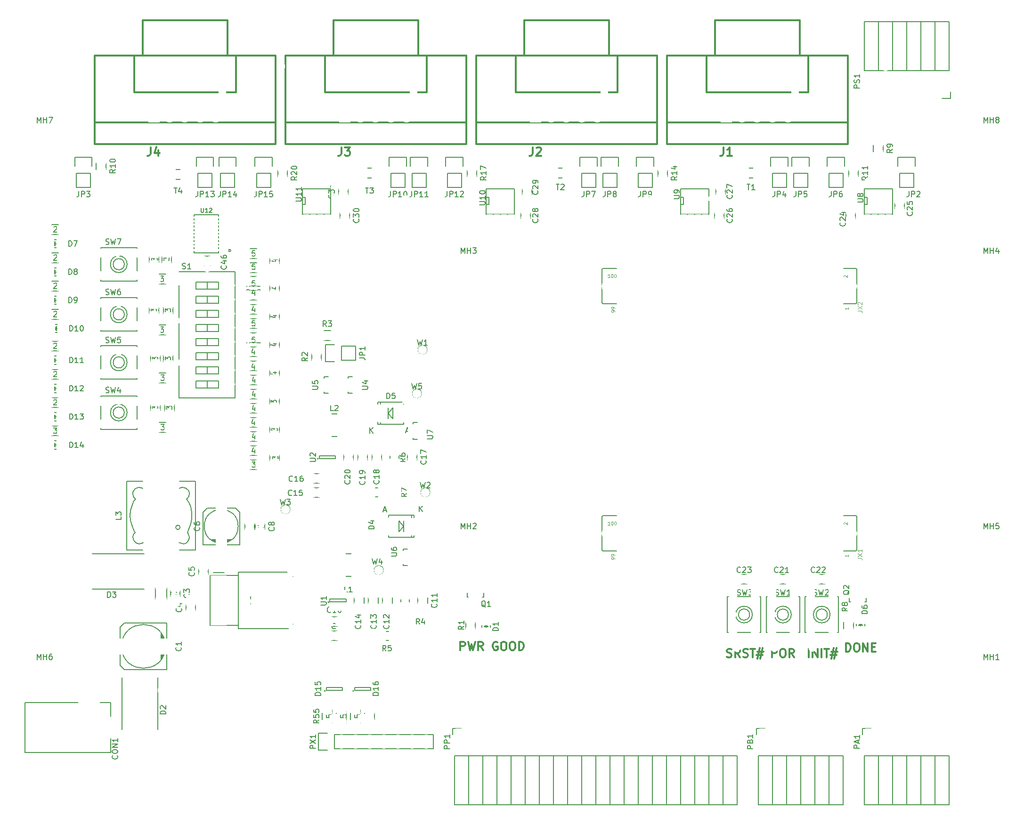
<source format=gbr>
G04 #@! TF.FileFunction,Legend,Top*
%FSLAX46Y46*%
G04 Gerber Fmt 4.6, Leading zero omitted, Abs format (unit mm)*
G04 Created by KiCad (PCBNEW 4.0.2-stable) date Pá 22. duben 2016, 03:40:40 CEST*
%MOMM*%
G01*
G04 APERTURE LIST*
%ADD10C,0.100000*%
%ADD11C,0.300000*%
%ADD12C,0.200000*%
%ADD13C,0.150000*%
%ADD14C,0.304800*%
%ADD15C,0.203200*%
%ADD16C,0.080000*%
%ADD17C,0.152400*%
%ADD18R,6.858000X6.098000*%
%ADD19R,2.918000X1.418000*%
%ADD20R,2.918000X8.508000*%
%ADD21R,2.235200X2.235200*%
%ADD22O,2.235200X2.235200*%
%ADD23R,1.758000X2.008000*%
%ADD24R,3.708000X1.508000*%
%ADD25R,2.008000X1.808000*%
%ADD26R,2.008000X1.758000*%
%ADD27R,1.158000X1.568000*%
%ADD28R,2.332000X2.032000*%
%ADD29O,2.332000X2.032000*%
%ADD30C,4.318000*%
%ADD31R,2.032000X2.032000*%
%ADD32C,2.032000*%
%ADD33O,2.032000X2.032000*%
%ADD34R,1.016000X1.651000*%
%ADD35R,1.808000X2.008000*%
%ADD36R,4.008120X2.908300*%
%ADD37R,4.008120X2.809240*%
%ADD38R,1.508000X3.708000*%
%ADD39R,1.706880X1.706880*%
%ADD40R,1.308100X2.308860*%
%ADD41R,1.005840X2.506980*%
%ADD42C,1.508000*%
%ADD43C,2.008000*%
%ADD44C,1.651000*%
%ADD45R,3.258000X5.008000*%
%ADD46R,1.308100X1.308100*%
%ADD47R,4.008000X4.008000*%
%ADD48C,2.808000*%
%ADD49R,3.708000X4.108000*%
%ADD50R,4.108000X3.708000*%
%ADD51R,2.108000X2.508000*%
%ADD52R,2.108200X4.107180*%
%ADD53R,1.752400X0.452400*%
%ADD54R,5.908040X3.408680*%
%ADD55C,6.108000*%
%ADD56R,2.308000X1.808000*%
%ADD57R,2.235200X2.540000*%
%ADD58O,2.235200X2.540000*%
%ADD59C,1.422400*%
G04 APERTURE END LIST*
D10*
D11*
X147852143Y-106977571D02*
X147852143Y-105477571D01*
X148209286Y-105477571D01*
X148423571Y-105549000D01*
X148566429Y-105691857D01*
X148637857Y-105834714D01*
X148709286Y-106120429D01*
X148709286Y-106334714D01*
X148637857Y-106620429D01*
X148566429Y-106763286D01*
X148423571Y-106906143D01*
X148209286Y-106977571D01*
X147852143Y-106977571D01*
X149637857Y-105477571D02*
X149923571Y-105477571D01*
X150066429Y-105549000D01*
X150209286Y-105691857D01*
X150280714Y-105977571D01*
X150280714Y-106477571D01*
X150209286Y-106763286D01*
X150066429Y-106906143D01*
X149923571Y-106977571D01*
X149637857Y-106977571D01*
X149495000Y-106906143D01*
X149352143Y-106763286D01*
X149280714Y-106477571D01*
X149280714Y-105977571D01*
X149352143Y-105691857D01*
X149495000Y-105549000D01*
X149637857Y-105477571D01*
X150923572Y-106977571D02*
X150923572Y-105477571D01*
X151780715Y-106977571D01*
X151780715Y-105477571D01*
X152495001Y-106191857D02*
X152995001Y-106191857D01*
X153209287Y-106977571D02*
X152495001Y-106977571D01*
X152495001Y-105477571D01*
X153209287Y-105477571D01*
X141172714Y-107993571D02*
X141172714Y-106493571D01*
X141887000Y-107993571D02*
X141887000Y-106493571D01*
X142744143Y-107993571D01*
X142744143Y-106493571D01*
X143458429Y-107993571D02*
X143458429Y-106493571D01*
X143958429Y-106493571D02*
X144815572Y-106493571D01*
X144387001Y-107993571D02*
X144387001Y-106493571D01*
X145244143Y-106993571D02*
X146315572Y-106993571D01*
X145672715Y-106350714D02*
X145244143Y-108279286D01*
X146172715Y-107636429D02*
X145101286Y-107636429D01*
X145744143Y-108279286D02*
X146172715Y-106350714D01*
X134596429Y-107993571D02*
X134596429Y-106493571D01*
X135167857Y-106493571D01*
X135310715Y-106565000D01*
X135382143Y-106636429D01*
X135453572Y-106779286D01*
X135453572Y-106993571D01*
X135382143Y-107136429D01*
X135310715Y-107207857D01*
X135167857Y-107279286D01*
X134596429Y-107279286D01*
X136382143Y-106493571D02*
X136667857Y-106493571D01*
X136810715Y-106565000D01*
X136953572Y-106707857D01*
X137025000Y-106993571D01*
X137025000Y-107493571D01*
X136953572Y-107779286D01*
X136810715Y-107922143D01*
X136667857Y-107993571D01*
X136382143Y-107993571D01*
X136239286Y-107922143D01*
X136096429Y-107779286D01*
X136025000Y-107493571D01*
X136025000Y-106993571D01*
X136096429Y-106707857D01*
X136239286Y-106565000D01*
X136382143Y-106493571D01*
X138525001Y-107993571D02*
X138025001Y-107279286D01*
X137667858Y-107993571D02*
X137667858Y-106493571D01*
X138239286Y-106493571D01*
X138382144Y-106565000D01*
X138453572Y-106636429D01*
X138525001Y-106779286D01*
X138525001Y-106993571D01*
X138453572Y-107136429D01*
X138382144Y-107207857D01*
X138239286Y-107279286D01*
X137667858Y-107279286D01*
X126452715Y-107922143D02*
X126667001Y-107993571D01*
X127024144Y-107993571D01*
X127167001Y-107922143D01*
X127238430Y-107850714D01*
X127309858Y-107707857D01*
X127309858Y-107565000D01*
X127238430Y-107422143D01*
X127167001Y-107350714D01*
X127024144Y-107279286D01*
X126738430Y-107207857D01*
X126595572Y-107136429D01*
X126524144Y-107065000D01*
X126452715Y-106922143D01*
X126452715Y-106779286D01*
X126524144Y-106636429D01*
X126595572Y-106565000D01*
X126738430Y-106493571D01*
X127095572Y-106493571D01*
X127309858Y-106565000D01*
X128809858Y-107993571D02*
X128309858Y-107279286D01*
X127952715Y-107993571D02*
X127952715Y-106493571D01*
X128524143Y-106493571D01*
X128667001Y-106565000D01*
X128738429Y-106636429D01*
X128809858Y-106779286D01*
X128809858Y-106993571D01*
X128738429Y-107136429D01*
X128667001Y-107207857D01*
X128524143Y-107279286D01*
X127952715Y-107279286D01*
X129381286Y-107922143D02*
X129595572Y-107993571D01*
X129952715Y-107993571D01*
X130095572Y-107922143D01*
X130167001Y-107850714D01*
X130238429Y-107707857D01*
X130238429Y-107565000D01*
X130167001Y-107422143D01*
X130095572Y-107350714D01*
X129952715Y-107279286D01*
X129667001Y-107207857D01*
X129524143Y-107136429D01*
X129452715Y-107065000D01*
X129381286Y-106922143D01*
X129381286Y-106779286D01*
X129452715Y-106636429D01*
X129524143Y-106565000D01*
X129667001Y-106493571D01*
X130024143Y-106493571D01*
X130238429Y-106565000D01*
X130667000Y-106493571D02*
X131524143Y-106493571D01*
X131095572Y-107993571D02*
X131095572Y-106493571D01*
X131952714Y-106993571D02*
X133024143Y-106993571D01*
X132381286Y-106350714D02*
X131952714Y-108279286D01*
X132881286Y-107636429D02*
X131809857Y-107636429D01*
X132452714Y-108279286D02*
X132881286Y-106350714D01*
X78558143Y-106723571D02*
X78558143Y-105223571D01*
X79129571Y-105223571D01*
X79272429Y-105295000D01*
X79343857Y-105366429D01*
X79415286Y-105509286D01*
X79415286Y-105723571D01*
X79343857Y-105866429D01*
X79272429Y-105937857D01*
X79129571Y-106009286D01*
X78558143Y-106009286D01*
X79915286Y-105223571D02*
X80272429Y-106723571D01*
X80558143Y-105652143D01*
X80843857Y-106723571D01*
X81201000Y-105223571D01*
X82629572Y-106723571D02*
X82129572Y-106009286D01*
X81772429Y-106723571D02*
X81772429Y-105223571D01*
X82343857Y-105223571D01*
X82486715Y-105295000D01*
X82558143Y-105366429D01*
X82629572Y-105509286D01*
X82629572Y-105723571D01*
X82558143Y-105866429D01*
X82486715Y-105937857D01*
X82343857Y-106009286D01*
X81772429Y-106009286D01*
X85201000Y-105295000D02*
X85058143Y-105223571D01*
X84843857Y-105223571D01*
X84629572Y-105295000D01*
X84486714Y-105437857D01*
X84415286Y-105580714D01*
X84343857Y-105866429D01*
X84343857Y-106080714D01*
X84415286Y-106366429D01*
X84486714Y-106509286D01*
X84629572Y-106652143D01*
X84843857Y-106723571D01*
X84986714Y-106723571D01*
X85201000Y-106652143D01*
X85272429Y-106580714D01*
X85272429Y-106080714D01*
X84986714Y-106080714D01*
X86201000Y-105223571D02*
X86486714Y-105223571D01*
X86629572Y-105295000D01*
X86772429Y-105437857D01*
X86843857Y-105723571D01*
X86843857Y-106223571D01*
X86772429Y-106509286D01*
X86629572Y-106652143D01*
X86486714Y-106723571D01*
X86201000Y-106723571D01*
X86058143Y-106652143D01*
X85915286Y-106509286D01*
X85843857Y-106223571D01*
X85843857Y-105723571D01*
X85915286Y-105437857D01*
X86058143Y-105295000D01*
X86201000Y-105223571D01*
X87772429Y-105223571D02*
X88058143Y-105223571D01*
X88201001Y-105295000D01*
X88343858Y-105437857D01*
X88415286Y-105723571D01*
X88415286Y-106223571D01*
X88343858Y-106509286D01*
X88201001Y-106652143D01*
X88058143Y-106723571D01*
X87772429Y-106723571D01*
X87629572Y-106652143D01*
X87486715Y-106509286D01*
X87415286Y-106223571D01*
X87415286Y-105723571D01*
X87486715Y-105437857D01*
X87629572Y-105295000D01*
X87772429Y-105223571D01*
X89058144Y-106723571D02*
X89058144Y-105223571D01*
X89415287Y-105223571D01*
X89629572Y-105295000D01*
X89772430Y-105437857D01*
X89843858Y-105580714D01*
X89915287Y-105866429D01*
X89915287Y-106080714D01*
X89843858Y-106366429D01*
X89772430Y-106509286D01*
X89629572Y-106652143D01*
X89415287Y-106723571D01*
X89058144Y-106723571D01*
D12*
X48475000Y-102040000D02*
X48475000Y-102870000D01*
X34125000Y-92790000D02*
X36125000Y-92790000D01*
X38625000Y-93290000D02*
X33595000Y-93290000D01*
X33595000Y-93290000D02*
X33595000Y-102290000D01*
X33595000Y-102290000D02*
X38625000Y-102290000D01*
X48475000Y-102870000D02*
X38625000Y-102870000D01*
X38625000Y-102870000D02*
X38625000Y-92710000D01*
X38625000Y-92710000D02*
X48475000Y-92710000D01*
X48475000Y-92710000D02*
X48475000Y-93540000D01*
D13*
X128270000Y-134560000D02*
X128270000Y-125730000D01*
X125730000Y-134560000D02*
X128270000Y-134560000D01*
X125730000Y-125730000D02*
X128270000Y-125730000D01*
X128270000Y-125730000D02*
X128270000Y-134560000D01*
X125730000Y-125730000D02*
X125730000Y-134560000D01*
X123190000Y-125730000D02*
X125730000Y-125730000D01*
X123190000Y-134560000D02*
X125730000Y-134560000D01*
X125730000Y-134560000D02*
X125730000Y-125730000D01*
X107950000Y-134560000D02*
X107950000Y-125730000D01*
X105410000Y-134560000D02*
X107950000Y-134560000D01*
X105410000Y-125730000D02*
X107950000Y-125730000D01*
X107950000Y-125730000D02*
X107950000Y-134560000D01*
X110490000Y-125730000D02*
X110490000Y-134560000D01*
X107950000Y-125730000D02*
X110490000Y-125730000D01*
X107950000Y-134560000D02*
X110490000Y-134560000D01*
X110490000Y-134560000D02*
X110490000Y-125730000D01*
X123190000Y-134560000D02*
X123190000Y-125730000D01*
X120650000Y-134560000D02*
X123190000Y-134560000D01*
X120650000Y-125730000D02*
X123190000Y-125730000D01*
X123190000Y-125730000D02*
X123190000Y-134560000D01*
X120650000Y-125730000D02*
X120650000Y-134560000D01*
X118110000Y-125730000D02*
X120650000Y-125730000D01*
X118110000Y-134560000D02*
X120650000Y-134560000D01*
X120650000Y-134560000D02*
X120650000Y-125730000D01*
X118110000Y-134560000D02*
X118110000Y-125730000D01*
X115570000Y-134560000D02*
X118110000Y-134560000D01*
X115570000Y-125730000D02*
X118110000Y-125730000D01*
X118110000Y-125730000D02*
X118110000Y-134560000D01*
X115570000Y-125730000D02*
X115570000Y-134560000D01*
X113030000Y-125730000D02*
X115570000Y-125730000D01*
X113030000Y-134560000D02*
X115570000Y-134560000D01*
X115570000Y-134560000D02*
X115570000Y-125730000D01*
X113030000Y-134560000D02*
X113030000Y-125730000D01*
X110490000Y-134560000D02*
X113030000Y-134560000D01*
X110490000Y-125730000D02*
X113030000Y-125730000D01*
X113030000Y-125730000D02*
X113030000Y-134560000D01*
X95250000Y-125730000D02*
X95250000Y-134560000D01*
X92710000Y-125730000D02*
X95250000Y-125730000D01*
X92710000Y-134560000D02*
X95250000Y-134560000D01*
X95250000Y-134560000D02*
X95250000Y-125730000D01*
X97790000Y-134560000D02*
X97790000Y-125730000D01*
X95250000Y-134560000D02*
X97790000Y-134560000D01*
X95250000Y-125730000D02*
X97790000Y-125730000D01*
X97790000Y-125730000D02*
X97790000Y-134560000D01*
X100330000Y-125730000D02*
X100330000Y-134560000D01*
X97790000Y-125730000D02*
X100330000Y-125730000D01*
X97790000Y-134560000D02*
X100330000Y-134560000D01*
X100330000Y-134560000D02*
X100330000Y-125730000D01*
X102870000Y-134560000D02*
X102870000Y-125730000D01*
X100330000Y-134560000D02*
X102870000Y-134560000D01*
X100330000Y-125730000D02*
X102870000Y-125730000D01*
X102870000Y-125730000D02*
X102870000Y-134560000D01*
X105410000Y-125730000D02*
X105410000Y-134560000D01*
X102870000Y-125730000D02*
X105410000Y-125730000D01*
X102870000Y-134560000D02*
X105410000Y-134560000D01*
X105410000Y-134560000D02*
X105410000Y-125730000D01*
X92710000Y-134560000D02*
X92710000Y-125730000D01*
X90170000Y-134560000D02*
X92710000Y-134560000D01*
X90170000Y-125730000D02*
X92710000Y-125730000D01*
X92710000Y-125730000D02*
X92710000Y-134560000D01*
X90170000Y-125730000D02*
X90170000Y-134560000D01*
X87630000Y-125730000D02*
X90170000Y-125730000D01*
X87630000Y-134560000D02*
X90170000Y-134560000D01*
X90170000Y-134560000D02*
X90170000Y-125730000D01*
X87630000Y-134560000D02*
X87630000Y-125730000D01*
X85090000Y-134560000D02*
X87630000Y-134560000D01*
X85090000Y-125730000D02*
X87630000Y-125730000D01*
X87630000Y-125730000D02*
X87630000Y-134560000D01*
X85090000Y-125730000D02*
X85090000Y-134560000D01*
X82550000Y-125730000D02*
X85090000Y-125730000D01*
X82550000Y-134560000D02*
X85090000Y-134560000D01*
X85090000Y-134560000D02*
X85090000Y-125730000D01*
X82550000Y-134560000D02*
X82550000Y-125730000D01*
X80010000Y-134560000D02*
X82550000Y-134560000D01*
X80010000Y-125730000D02*
X82550000Y-125730000D01*
X82550000Y-125730000D02*
X82550000Y-134560000D01*
X80010000Y-125730000D02*
X80010000Y-134560000D01*
X77470000Y-125730000D02*
X80010000Y-125730000D01*
X78740000Y-120770000D02*
X77190000Y-120770000D01*
X77190000Y-120770000D02*
X77190000Y-121920000D01*
X77470000Y-125730000D02*
X77470000Y-134560000D01*
X77470000Y-134560000D02*
X80010000Y-134560000D01*
X80010000Y-134560000D02*
X80010000Y-125730000D01*
X44315000Y-66556000D02*
X44315000Y-67556000D01*
X46015000Y-67556000D02*
X46015000Y-66556000D01*
X20395000Y-34338000D02*
X20395000Y-34538000D01*
X20395000Y-40338000D02*
X20395000Y-40138000D01*
X13895000Y-40338000D02*
X13895000Y-40138000D01*
X13895000Y-34338000D02*
X13895000Y-34538000D01*
X13895000Y-36138000D02*
X13895000Y-38538000D01*
X20395000Y-36138000D02*
X20395000Y-38538000D01*
X20395000Y-34338000D02*
X13895000Y-34338000D01*
X13895000Y-40338000D02*
X20395000Y-40338000D01*
X18145000Y-37338000D02*
G75*
G03X18145000Y-37338000I-1000000J0D01*
G01*
X18645000Y-37338000D02*
G75*
G03X18645000Y-37338000I-1500000J0D01*
G01*
X24419000Y-39130000D02*
X25619000Y-39130000D01*
X25619000Y-40880000D02*
X24419000Y-40880000D01*
X143010000Y-94830000D02*
X144010000Y-94830000D01*
X144010000Y-93130000D02*
X143010000Y-93130000D01*
X129040000Y-94830000D02*
X130040000Y-94830000D01*
X130040000Y-93130000D02*
X129040000Y-93130000D01*
X59360000Y-114065000D02*
G75*
G03X59360000Y-114065000I-100000J0D01*
G01*
X59510000Y-113415000D02*
X59510000Y-113915000D01*
X62410000Y-113415000D02*
X59510000Y-113415000D01*
X62410000Y-113915000D02*
X62410000Y-113415000D01*
X59510000Y-113915000D02*
X62410000Y-113915000D01*
X35050000Y-40508000D02*
X30990000Y-40508000D01*
X33020000Y-40508000D02*
X33020000Y-41788000D01*
X30990000Y-40508000D02*
X30990000Y-41788000D01*
X30990000Y-41788000D02*
X35050000Y-41788000D01*
X35050000Y-41788000D02*
X35050000Y-40508000D01*
X35050000Y-43048000D02*
X30990000Y-43048000D01*
X33020000Y-43048000D02*
X33020000Y-44328000D01*
X30990000Y-43048000D02*
X30990000Y-44328000D01*
X30990000Y-44328000D02*
X35050000Y-44328000D01*
X35050000Y-44328000D02*
X35050000Y-43048000D01*
X35050000Y-45588000D02*
X30990000Y-45588000D01*
X33020000Y-45588000D02*
X33020000Y-46868000D01*
X30990000Y-45588000D02*
X30990000Y-46868000D01*
X30990000Y-46868000D02*
X35050000Y-46868000D01*
X35050000Y-46868000D02*
X35050000Y-45588000D01*
X35050000Y-48128000D02*
X30990000Y-48128000D01*
X33020000Y-48128000D02*
X33020000Y-49408000D01*
X30990000Y-48128000D02*
X30990000Y-49408000D01*
X30990000Y-49408000D02*
X35050000Y-49408000D01*
X35050000Y-49408000D02*
X35050000Y-48128000D01*
X35050000Y-50668000D02*
X30990000Y-50668000D01*
X33020000Y-50668000D02*
X33020000Y-51948000D01*
X30990000Y-50668000D02*
X30990000Y-51948000D01*
X30990000Y-51948000D02*
X35050000Y-51948000D01*
X35050000Y-51948000D02*
X35050000Y-50668000D01*
X35050000Y-53208000D02*
X30990000Y-53208000D01*
X33020000Y-53208000D02*
X33020000Y-54488000D01*
X30990000Y-53208000D02*
X30990000Y-54488000D01*
X30990000Y-54488000D02*
X35050000Y-54488000D01*
X35050000Y-54488000D02*
X35050000Y-53208000D01*
X35050000Y-55748000D02*
X30990000Y-55748000D01*
X33020000Y-55748000D02*
X33020000Y-57028000D01*
X30990000Y-55748000D02*
X30990000Y-57028000D01*
X30990000Y-57028000D02*
X35050000Y-57028000D01*
X35050000Y-57028000D02*
X35050000Y-55748000D01*
X35050000Y-58288000D02*
X30990000Y-58288000D01*
X33020000Y-58288000D02*
X33020000Y-59568000D01*
X30990000Y-58288000D02*
X30990000Y-59568000D01*
X30990000Y-59568000D02*
X35050000Y-59568000D01*
X35050000Y-59568000D02*
X35050000Y-58288000D01*
X28000000Y-38668000D02*
X38040000Y-38668000D01*
X38040000Y-38668000D02*
X38040000Y-61408000D01*
X38040000Y-61408000D02*
X28000000Y-61408000D01*
X28000000Y-61408000D02*
X28000000Y-41148000D01*
X151130000Y6290000D02*
X151130000Y-2540000D01*
X153670000Y6290000D02*
X151130000Y6290000D01*
X153670000Y-2540000D02*
X151130000Y-2540000D01*
X151130000Y-2540000D02*
X151130000Y6290000D01*
X153670000Y-2540000D02*
X153670000Y6290000D01*
X156210000Y-2540000D02*
X153670000Y-2540000D01*
X156210000Y6290000D02*
X153670000Y6290000D01*
X153670000Y6290000D02*
X153670000Y-2540000D01*
X156210000Y6290000D02*
X156210000Y-2540000D01*
X158750000Y6290000D02*
X156210000Y6290000D01*
X158750000Y-2540000D02*
X156210000Y-2540000D01*
X156210000Y-2540000D02*
X156210000Y6290000D01*
X158750000Y-2540000D02*
X158750000Y6290000D01*
X161290000Y-2540000D02*
X158750000Y-2540000D01*
X161290000Y6290000D02*
X158750000Y6290000D01*
X158750000Y6290000D02*
X158750000Y-2540000D01*
X161290000Y6290000D02*
X161290000Y-2540000D01*
X163830000Y6290000D02*
X161290000Y6290000D01*
X163830000Y-2540000D02*
X161290000Y-2540000D01*
X161290000Y-2540000D02*
X161290000Y6290000D01*
X163830000Y-2540000D02*
X163830000Y6290000D01*
X166370000Y-2540000D02*
X163830000Y-2540000D01*
X165100000Y-7500000D02*
X166650000Y-7500000D01*
X166650000Y-7500000D02*
X166650000Y-6350000D01*
X166370000Y-2540000D02*
X166370000Y6290000D01*
X166370000Y6290000D02*
X163830000Y6290000D01*
X163830000Y6290000D02*
X163830000Y-2540000D01*
X20395000Y-51991000D02*
X20395000Y-52191000D01*
X20395000Y-57991000D02*
X20395000Y-57791000D01*
X13895000Y-57991000D02*
X13895000Y-57791000D01*
X13895000Y-51991000D02*
X13895000Y-52191000D01*
X13895000Y-53791000D02*
X13895000Y-56191000D01*
X20395000Y-53791000D02*
X20395000Y-56191000D01*
X20395000Y-51991000D02*
X13895000Y-51991000D01*
X13895000Y-57991000D02*
X20395000Y-57991000D01*
X18145000Y-54991000D02*
G75*
G03X18145000Y-54991000I-1000000J0D01*
G01*
X18645000Y-54991000D02*
G75*
G03X18645000Y-54991000I-1500000J0D01*
G01*
D14*
X12852642Y-11820858D02*
X45364642Y-11820858D01*
X12852642Y-15720858D02*
X45364642Y-15720858D01*
X45364642Y-15734858D02*
X45364642Y159142D01*
X45364642Y159142D02*
X12852642Y159142D01*
X12852642Y159142D02*
X12852642Y-15734858D01*
X19964642Y159142D02*
X19964642Y-6460858D01*
X19964642Y-6460858D02*
X38252642Y-6460858D01*
X38252642Y-6460858D02*
X38252642Y159142D01*
X21488642Y159142D02*
X21488642Y6495142D01*
X21488642Y6495142D02*
X36728642Y6495142D01*
X36728642Y6495142D02*
X36728642Y159142D01*
D13*
X12065000Y-20955000D02*
X12065000Y-23495000D01*
X12345000Y-18135000D02*
X12345000Y-19685000D01*
X12065000Y-20955000D02*
X9525000Y-20955000D01*
X9245000Y-19685000D02*
X9245000Y-18135000D01*
X9245000Y-18135000D02*
X12345000Y-18135000D01*
X9525000Y-20955000D02*
X9525000Y-23495000D01*
X9525000Y-23495000D02*
X12065000Y-23495000D01*
X50165000Y-23749000D02*
X55245000Y-23749000D01*
X55245000Y-23749000D02*
X55245000Y-28321000D01*
X55245000Y-28321000D02*
X50165000Y-28321000D01*
X50165000Y-28321000D02*
X50165000Y-23749000D01*
X50165000Y-25273000D02*
X50673000Y-25273000D01*
X50673000Y-25273000D02*
X50673000Y-26543000D01*
X50673000Y-26543000D02*
X50165000Y-26543000D01*
X13095000Y-20285000D02*
X13095000Y-19085000D01*
X14845000Y-19085000D02*
X14845000Y-20285000D01*
D14*
X115722642Y-11820858D02*
X148234642Y-11820858D01*
X115722642Y-15720858D02*
X148234642Y-15720858D01*
X148234642Y-15734858D02*
X148234642Y159142D01*
X148234642Y159142D02*
X115722642Y159142D01*
X115722642Y159142D02*
X115722642Y-15734858D01*
X122834642Y159142D02*
X122834642Y-6460858D01*
X122834642Y-6460858D02*
X141122642Y-6460858D01*
X141122642Y-6460858D02*
X141122642Y159142D01*
X124358642Y159142D02*
X124358642Y6495142D01*
X124358642Y6495142D02*
X139598642Y6495142D01*
X139598642Y6495142D02*
X139598642Y159142D01*
X47142642Y-11820858D02*
X79654642Y-11820858D01*
X47142642Y-15720858D02*
X79654642Y-15720858D01*
X79654642Y-15734858D02*
X79654642Y159142D01*
X79654642Y159142D02*
X47142642Y159142D01*
X47142642Y159142D02*
X47142642Y-15734858D01*
X54254642Y159142D02*
X54254642Y-6460858D01*
X54254642Y-6460858D02*
X72542642Y-6460858D01*
X72542642Y-6460858D02*
X72542642Y159142D01*
X55778642Y159142D02*
X55778642Y6495142D01*
X55778642Y6495142D02*
X71018642Y6495142D01*
X71018642Y6495142D02*
X71018642Y159142D01*
D13*
X25400000Y-107061000D02*
X25400000Y-105029000D01*
X25273000Y-104648000D02*
X25273000Y-107442000D01*
X25146000Y-107696000D02*
X25146000Y-104394000D01*
X25019000Y-104140000D02*
X25019000Y-107950000D01*
X24892000Y-104013000D02*
X24892000Y-108077000D01*
X24765000Y-108331000D02*
X24765000Y-103759000D01*
X25781000Y-110236000D02*
X25781000Y-101854000D01*
X25781000Y-101854000D02*
X18161000Y-101854000D01*
X18161000Y-101854000D02*
X17399000Y-102616000D01*
X17399000Y-102616000D02*
X17399000Y-109474000D01*
X17399000Y-109474000D02*
X18161000Y-110236000D01*
X18161000Y-110236000D02*
X25781000Y-110236000D01*
X17907000Y-106045000D02*
X18669000Y-106045000D01*
X18288000Y-106426000D02*
X18288000Y-105664000D01*
X25527000Y-106045000D02*
G75*
G03X25527000Y-106045000I-3937000J0D01*
G01*
X68394580Y-84455000D02*
X67546220Y-85455760D01*
X67546220Y-85455760D02*
X67546220Y-83454240D01*
X67546220Y-83454240D02*
X68394580Y-84455000D01*
X68394580Y-84455000D02*
X68394580Y-83454240D01*
X68394580Y-84455000D02*
X68394580Y-85455760D01*
X70251320Y-82655000D02*
X70251320Y-82854800D01*
X69794280Y-82655000D02*
X69794280Y-82854000D01*
X65643760Y-82655000D02*
X65643760Y-82804000D01*
X70246240Y-86255000D02*
X70246240Y-86106000D01*
X69794280Y-86255000D02*
X69794280Y-86106000D01*
X65643760Y-86255000D02*
X65643760Y-86106000D01*
X69794280Y-82506020D02*
X69794280Y-82704140D01*
X69794280Y-86453980D02*
X69794280Y-86255860D01*
X65648840Y-82458560D02*
X65648840Y-82656680D01*
X70251320Y-82458560D02*
X65648840Y-82458560D01*
X70251320Y-82458560D02*
X70251320Y-82656680D01*
X70246240Y-86453980D02*
X70246240Y-86255860D01*
X70246240Y-86453980D02*
X65643760Y-86453980D01*
X65643760Y-86453980D02*
X65643760Y-86255860D01*
X6315000Y-37070000D02*
X5115000Y-37070000D01*
X5115000Y-35320000D02*
X6315000Y-35320000D01*
X136025000Y-94830000D02*
X137025000Y-94830000D01*
X137025000Y-93130000D02*
X136025000Y-93130000D01*
X149567000Y-29075000D02*
X149567000Y-28075000D01*
X147867000Y-28075000D02*
X147867000Y-29075000D01*
X28155000Y-97020000D02*
X28155000Y-96020000D01*
X26455000Y-96020000D02*
X26455000Y-97020000D01*
X29249000Y-98560000D02*
X29249000Y-99560000D01*
X30949000Y-99560000D02*
X30949000Y-98560000D01*
X31535000Y-92083000D02*
X31535000Y-93083000D01*
X33235000Y-93083000D02*
X33235000Y-92083000D01*
X79516000Y-102835000D02*
X79516000Y-101635000D01*
X81266000Y-101635000D02*
X81266000Y-102835000D01*
X149211000Y-101635000D02*
X149211000Y-102835000D01*
X147461000Y-102835000D02*
X147461000Y-101635000D01*
X133525000Y-97080000D02*
X133725000Y-97080000D01*
X139525000Y-97080000D02*
X139325000Y-97080000D01*
X139525000Y-103580000D02*
X139325000Y-103580000D01*
X133525000Y-103580000D02*
X133725000Y-103580000D01*
X135325000Y-103580000D02*
X137725000Y-103580000D01*
X135325000Y-97080000D02*
X137725000Y-97080000D01*
X133525000Y-97080000D02*
X133525000Y-103580000D01*
X139525000Y-103580000D02*
X139525000Y-97080000D01*
X137525000Y-100330000D02*
G75*
G03X137525000Y-100330000I-1000000J0D01*
G01*
X138025000Y-100330000D02*
G75*
G03X138025000Y-100330000I-1500000J0D01*
G01*
X151130000Y-23749000D02*
X156210000Y-23749000D01*
X156210000Y-23749000D02*
X156210000Y-28321000D01*
X156210000Y-28321000D02*
X151130000Y-28321000D01*
X151130000Y-28321000D02*
X151130000Y-23749000D01*
X151130000Y-25273000D02*
X151638000Y-25273000D01*
X151638000Y-25273000D02*
X151638000Y-26543000D01*
X151638000Y-26543000D02*
X151130000Y-26543000D01*
X41490000Y-84975000D02*
X41490000Y-83975000D01*
X39790000Y-83975000D02*
X39790000Y-84975000D01*
X43395000Y-84975000D02*
X43395000Y-83975000D01*
X41695000Y-83975000D02*
X41695000Y-84975000D01*
X22899000Y-62619000D02*
X22899000Y-63619000D01*
X24599000Y-63619000D02*
X24599000Y-62619000D01*
X22899000Y-53729000D02*
X22899000Y-54729000D01*
X24599000Y-54729000D02*
X24599000Y-53729000D01*
X44315000Y-71636000D02*
X44315000Y-72636000D01*
X46015000Y-72636000D02*
X46015000Y-71636000D01*
X44315000Y-61476000D02*
X44315000Y-62476000D01*
X46015000Y-62476000D02*
X46015000Y-61476000D01*
X22645000Y-45093000D02*
X22645000Y-46093000D01*
X24345000Y-46093000D02*
X24345000Y-45093000D01*
X44315000Y-56396000D02*
X44315000Y-57396000D01*
X46015000Y-57396000D02*
X46015000Y-56396000D01*
X44315000Y-51316000D02*
X44315000Y-52316000D01*
X46015000Y-52316000D02*
X46015000Y-51316000D01*
X44315000Y-46236000D02*
X44315000Y-47236000D01*
X46015000Y-47236000D02*
X46015000Y-46236000D01*
X22645000Y-35949000D02*
X22645000Y-36949000D01*
X24345000Y-36949000D02*
X24345000Y-35949000D01*
X44315000Y-41156000D02*
X44315000Y-42156000D01*
X46015000Y-42156000D02*
X46015000Y-41156000D01*
X44315000Y-36203000D02*
X44315000Y-37203000D01*
X46015000Y-37203000D02*
X46015000Y-36203000D01*
X158330000Y-27297000D02*
X158330000Y-26297000D01*
X156630000Y-26297000D02*
X156630000Y-27297000D01*
X125945000Y-29075000D02*
X125945000Y-28075000D01*
X124245000Y-28075000D02*
X124245000Y-29075000D01*
X124499000Y-23757000D02*
X124499000Y-24757000D01*
X126199000Y-24757000D02*
X126199000Y-23757000D01*
X91147000Y-29075000D02*
X91147000Y-28075000D01*
X89447000Y-28075000D02*
X89447000Y-29075000D01*
X89701000Y-23757000D02*
X89701000Y-24757000D01*
X91401000Y-24757000D02*
X91401000Y-23757000D01*
X58635000Y-29075000D02*
X58635000Y-28075000D01*
X56935000Y-28075000D02*
X56935000Y-29075000D01*
X56681000Y-23757000D02*
X56681000Y-24757000D01*
X58381000Y-24757000D02*
X58381000Y-23757000D01*
X82435000Y-100889000D02*
X82435000Y-103589000D01*
X83935000Y-100889000D02*
X83935000Y-103589000D01*
X83035000Y-102389000D02*
X83285000Y-102389000D01*
X83285000Y-102389000D02*
X83135000Y-102239000D01*
X83535000Y-102139000D02*
X82835000Y-102139000D01*
X83185000Y-102489000D02*
X83185000Y-102839000D01*
X83185000Y-102139000D02*
X83535000Y-102489000D01*
X83535000Y-102489000D02*
X82835000Y-102489000D01*
X82835000Y-102489000D02*
X83185000Y-102139000D01*
X149745000Y-100635000D02*
X149745000Y-103335000D01*
X151245000Y-100635000D02*
X151245000Y-103335000D01*
X150345000Y-102135000D02*
X150595000Y-102135000D01*
X150595000Y-102135000D02*
X150445000Y-101985000D01*
X150845000Y-101885000D02*
X150145000Y-101885000D01*
X150495000Y-102235000D02*
X150495000Y-102585000D01*
X150495000Y-101885000D02*
X150845000Y-102235000D01*
X150845000Y-102235000D02*
X150145000Y-102235000D01*
X150145000Y-102235000D02*
X150495000Y-101885000D01*
X4115000Y-34405000D02*
X6815000Y-34405000D01*
X4115000Y-32905000D02*
X6815000Y-32905000D01*
X5615000Y-33805000D02*
X5615000Y-33555000D01*
X5615000Y-33555000D02*
X5465000Y-33705000D01*
X5365000Y-33305000D02*
X5365000Y-34005000D01*
X5715000Y-33655000D02*
X6065000Y-33655000D01*
X5365000Y-33655000D02*
X5715000Y-33305000D01*
X5715000Y-33305000D02*
X5715000Y-34005000D01*
X5715000Y-34005000D02*
X5365000Y-33655000D01*
X4115000Y-39485000D02*
X6815000Y-39485000D01*
X4115000Y-37985000D02*
X6815000Y-37985000D01*
X5615000Y-38885000D02*
X5615000Y-38635000D01*
X5615000Y-38635000D02*
X5465000Y-38785000D01*
X5365000Y-38385000D02*
X5365000Y-39085000D01*
X5715000Y-38735000D02*
X6065000Y-38735000D01*
X5365000Y-38735000D02*
X5715000Y-38385000D01*
X5715000Y-38385000D02*
X5715000Y-39085000D01*
X5715000Y-39085000D02*
X5365000Y-38735000D01*
X4115000Y-44565000D02*
X6815000Y-44565000D01*
X4115000Y-43065000D02*
X6815000Y-43065000D01*
X5615000Y-43965000D02*
X5615000Y-43715000D01*
X5615000Y-43715000D02*
X5465000Y-43865000D01*
X5365000Y-43465000D02*
X5365000Y-44165000D01*
X5715000Y-43815000D02*
X6065000Y-43815000D01*
X5365000Y-43815000D02*
X5715000Y-43465000D01*
X5715000Y-43465000D02*
X5715000Y-44165000D01*
X5715000Y-44165000D02*
X5365000Y-43815000D01*
X4335980Y-49645000D02*
X7035980Y-49645000D01*
X4335980Y-48145000D02*
X7035980Y-48145000D01*
X5835980Y-49045000D02*
X5835980Y-48795000D01*
X5835980Y-48795000D02*
X5685980Y-48945000D01*
X5585980Y-48545000D02*
X5585980Y-49245000D01*
X5935980Y-48895000D02*
X6285980Y-48895000D01*
X5585980Y-48895000D02*
X5935980Y-48545000D01*
X5935980Y-48545000D02*
X5935980Y-49245000D01*
X5935980Y-49245000D02*
X5585980Y-48895000D01*
X82779820Y-96469200D02*
X82779820Y-97170240D01*
X82779820Y-97170240D02*
X82530900Y-97170240D01*
X79980840Y-97170240D02*
X79780180Y-97170240D01*
X79780180Y-97170240D02*
X79780180Y-96469200D01*
X151486820Y-97358200D02*
X151486820Y-98059240D01*
X151486820Y-98059240D02*
X151237900Y-98059240D01*
X148687840Y-98059240D02*
X148487180Y-98059240D01*
X148487180Y-98059240D02*
X148487180Y-97358200D01*
X40755000Y-64911000D02*
X41955000Y-64911000D01*
X41955000Y-66661000D02*
X40755000Y-66661000D01*
X40755000Y-59831000D02*
X41955000Y-59831000D01*
X41955000Y-61581000D02*
X40755000Y-61581000D01*
X40755000Y-54751000D02*
X41955000Y-54751000D01*
X41955000Y-56501000D02*
X40755000Y-56501000D01*
X40755000Y-49671000D02*
X41955000Y-49671000D01*
X41955000Y-51421000D02*
X40755000Y-51421000D01*
X40755000Y-44591000D02*
X41955000Y-44591000D01*
X41955000Y-46341000D02*
X40755000Y-46341000D01*
X40755000Y-39511000D02*
X41955000Y-39511000D01*
X41955000Y-41261000D02*
X40755000Y-41261000D01*
X40755000Y-37098000D02*
X41955000Y-37098000D01*
X41955000Y-38848000D02*
X40755000Y-38848000D01*
X25414000Y-63719000D02*
X25414000Y-62519000D01*
X27164000Y-62519000D02*
X27164000Y-63719000D01*
X24419000Y-56910000D02*
X25619000Y-56910000D01*
X25619000Y-58660000D02*
X24419000Y-58660000D01*
X25160000Y-54829000D02*
X25160000Y-53629000D01*
X26910000Y-53629000D02*
X26910000Y-54829000D01*
X41955000Y-74281000D02*
X40755000Y-74281000D01*
X40755000Y-72531000D02*
X41955000Y-72531000D01*
X6315000Y-42150000D02*
X5115000Y-42150000D01*
X5115000Y-40400000D02*
X6315000Y-40400000D01*
X41955000Y-69201000D02*
X40755000Y-69201000D01*
X40755000Y-67451000D02*
X41955000Y-67451000D01*
X24419000Y-48274000D02*
X25619000Y-48274000D01*
X25619000Y-50024000D02*
X24419000Y-50024000D01*
X41955000Y-64121000D02*
X40755000Y-64121000D01*
X40755000Y-62371000D02*
X41955000Y-62371000D01*
X25160000Y-46193000D02*
X25160000Y-44993000D01*
X26910000Y-44993000D02*
X26910000Y-46193000D01*
X41955000Y-59041000D02*
X40755000Y-59041000D01*
X40755000Y-57291000D02*
X41955000Y-57291000D01*
X6315000Y-47230000D02*
X5115000Y-47230000D01*
X5115000Y-45480000D02*
X6315000Y-45480000D01*
X41955000Y-53961000D02*
X40755000Y-53961000D01*
X40755000Y-52211000D02*
X41955000Y-52211000D01*
X41955000Y-48881000D02*
X40755000Y-48881000D01*
X40755000Y-47131000D02*
X41955000Y-47131000D01*
X24906000Y-37049000D02*
X24906000Y-35849000D01*
X26656000Y-35849000D02*
X26656000Y-37049000D01*
X41955000Y-43801000D02*
X40755000Y-43801000D01*
X40755000Y-42051000D02*
X41955000Y-42051000D01*
X41955000Y-36308000D02*
X40755000Y-36308000D01*
X40755000Y-34558000D02*
X41955000Y-34558000D01*
X152795000Y-17110000D02*
X152795000Y-15910000D01*
X154545000Y-15910000D02*
X154545000Y-17110000D01*
X20395000Y-61008000D02*
X20395000Y-61208000D01*
X20395000Y-67008000D02*
X20395000Y-66808000D01*
X13895000Y-67008000D02*
X13895000Y-66808000D01*
X13895000Y-61008000D02*
X13895000Y-61208000D01*
X13895000Y-62808000D02*
X13895000Y-65208000D01*
X20395000Y-62808000D02*
X20395000Y-65208000D01*
X20395000Y-61008000D02*
X13895000Y-61008000D01*
X13895000Y-67008000D02*
X20395000Y-67008000D01*
X18145000Y-64008000D02*
G75*
G03X18145000Y-64008000I-1000000J0D01*
G01*
X18645000Y-64008000D02*
G75*
G03X18645000Y-64008000I-1500000J0D01*
G01*
X20395000Y-43355000D02*
X20395000Y-43555000D01*
X20395000Y-49355000D02*
X20395000Y-49155000D01*
X13895000Y-49355000D02*
X13895000Y-49155000D01*
X13895000Y-43355000D02*
X13895000Y-43555000D01*
X13895000Y-45155000D02*
X13895000Y-47555000D01*
X20395000Y-45155000D02*
X20395000Y-47555000D01*
X20395000Y-43355000D02*
X13895000Y-43355000D01*
X13895000Y-49355000D02*
X20395000Y-49355000D01*
X18145000Y-46355000D02*
G75*
G03X18145000Y-46355000I-1000000J0D01*
G01*
X18645000Y-46355000D02*
G75*
G03X18645000Y-46355000I-1500000J0D01*
G01*
X118110000Y-23749000D02*
X123190000Y-23749000D01*
X123190000Y-23749000D02*
X123190000Y-28321000D01*
X123190000Y-28321000D02*
X118110000Y-28321000D01*
X118110000Y-28321000D02*
X118110000Y-23749000D01*
X118110000Y-25273000D02*
X118618000Y-25273000D01*
X118618000Y-25273000D02*
X118618000Y-26543000D01*
X118618000Y-26543000D02*
X118110000Y-26543000D01*
X83185000Y-23749000D02*
X88265000Y-23749000D01*
X88265000Y-23749000D02*
X88265000Y-28321000D01*
X88265000Y-28321000D02*
X83185000Y-28321000D01*
X83185000Y-28321000D02*
X83185000Y-23749000D01*
X83185000Y-25273000D02*
X83693000Y-25273000D01*
X83693000Y-25273000D02*
X83693000Y-26543000D01*
X83693000Y-26543000D02*
X83185000Y-26543000D01*
X6315000Y-31990000D02*
X5115000Y-31990000D01*
X5115000Y-30240000D02*
X6315000Y-30240000D01*
X24419000Y-65800000D02*
X25619000Y-65800000D01*
X25619000Y-67550000D02*
X24419000Y-67550000D01*
X40755000Y-69991000D02*
X41955000Y-69991000D01*
X41955000Y-71741000D02*
X40755000Y-71741000D01*
X106600000Y-82531350D02*
X104200000Y-82531350D01*
X104200000Y-82531350D02*
X104000000Y-82731350D01*
X104000000Y-82731350D02*
X104000000Y-88731350D01*
X104000000Y-88731350D02*
X104200000Y-88931350D01*
X104200000Y-88931350D02*
X106600000Y-88931350D01*
X149400000Y-88931350D02*
X149600000Y-88931350D01*
X149600000Y-88931350D02*
X149800000Y-88731350D01*
X149800000Y-88731350D02*
X149800000Y-88531350D01*
X147400000Y-88931350D02*
X149400000Y-88931350D01*
X149800000Y-88531350D02*
X149800000Y-82731350D01*
X149800000Y-82731350D02*
X149600000Y-82531350D01*
X149600000Y-82531350D02*
X147400000Y-82531350D01*
X106600000Y-38068650D02*
X104200000Y-38068650D01*
X104200000Y-38068650D02*
X104000000Y-38268650D01*
X104000000Y-38268650D02*
X104000000Y-44268650D01*
X104000000Y-44268650D02*
X104200000Y-44468650D01*
X104200000Y-44468650D02*
X106600000Y-44468650D01*
X149400000Y-44468650D02*
X149600000Y-44468650D01*
X149600000Y-44468650D02*
X149800000Y-44268650D01*
X149800000Y-44268650D02*
X149800000Y-44068650D01*
X147400000Y-44468650D02*
X149400000Y-44468650D01*
X149800000Y-44068650D02*
X149800000Y-38268650D01*
X149800000Y-38268650D02*
X149600000Y-38068650D01*
X149600000Y-38068650D02*
X147400000Y-38068650D01*
X53205000Y-77509000D02*
X52205000Y-77509000D01*
X52205000Y-79209000D02*
X53205000Y-79209000D01*
X53205000Y-74969000D02*
X52205000Y-74969000D01*
X52205000Y-76669000D02*
X53205000Y-76669000D01*
X70700000Y-72509000D02*
X70700000Y-71509000D01*
X69000000Y-71509000D02*
X69000000Y-72509000D01*
X64350000Y-72509000D02*
X64350000Y-71509000D01*
X62650000Y-71509000D02*
X62650000Y-72509000D01*
X61810000Y-72509000D02*
X61810000Y-71509000D01*
X60110000Y-71509000D02*
X60110000Y-72509000D01*
X59270000Y-72509000D02*
X59270000Y-71509000D01*
X57570000Y-71509000D02*
X57570000Y-72509000D01*
X65590420Y-64135000D02*
X66438780Y-63134240D01*
X66438780Y-63134240D02*
X66438780Y-65135760D01*
X66438780Y-65135760D02*
X65590420Y-64135000D01*
X65590420Y-64135000D02*
X65590420Y-65135760D01*
X65590420Y-64135000D02*
X65590420Y-63134240D01*
X63733680Y-65935000D02*
X63733680Y-65735200D01*
X64190720Y-65935000D02*
X64190720Y-65736000D01*
X68341240Y-65935000D02*
X68341240Y-65786000D01*
X63738760Y-62335000D02*
X63738760Y-62484000D01*
X64190720Y-62335000D02*
X64190720Y-62484000D01*
X68341240Y-62335000D02*
X68341240Y-62484000D01*
X64190720Y-66083980D02*
X64190720Y-65885860D01*
X64190720Y-62136020D02*
X64190720Y-62334140D01*
X68336160Y-66131440D02*
X68336160Y-65933320D01*
X63733680Y-66131440D02*
X68336160Y-66131440D01*
X63733680Y-66131440D02*
X63733680Y-65933320D01*
X63738760Y-62136020D02*
X63738760Y-62334140D01*
X63738760Y-62136020D02*
X68341240Y-62136020D01*
X68341240Y-62136020D02*
X68341240Y-62334140D01*
X53010000Y-72309000D02*
G75*
G03X53010000Y-72309000I-100000J0D01*
G01*
X53160000Y-71759000D02*
X53160000Y-72259000D01*
X56060000Y-71759000D02*
X53160000Y-71759000D01*
X56060000Y-72259000D02*
X56060000Y-71759000D01*
X53160000Y-72259000D02*
X56060000Y-72259000D01*
X140510000Y-97080000D02*
X140710000Y-97080000D01*
X146510000Y-97080000D02*
X146310000Y-97080000D01*
X146510000Y-103580000D02*
X146310000Y-103580000D01*
X140510000Y-103580000D02*
X140710000Y-103580000D01*
X142310000Y-103580000D02*
X144710000Y-103580000D01*
X142310000Y-97080000D02*
X144710000Y-97080000D01*
X140510000Y-97080000D02*
X140510000Y-103580000D01*
X146510000Y-103580000D02*
X146510000Y-97080000D01*
X144510000Y-100330000D02*
G75*
G03X144510000Y-100330000I-1000000J0D01*
G01*
X145010000Y-100330000D02*
G75*
G03X145010000Y-100330000I-1500000J0D01*
G01*
X126540000Y-97080000D02*
X126740000Y-97080000D01*
X132540000Y-97080000D02*
X132340000Y-97080000D01*
X132540000Y-103580000D02*
X132340000Y-103580000D01*
X126540000Y-103580000D02*
X126740000Y-103580000D01*
X128340000Y-103580000D02*
X130740000Y-103580000D01*
X128340000Y-97080000D02*
X130740000Y-97080000D01*
X126540000Y-97080000D02*
X126540000Y-103580000D01*
X132540000Y-103580000D02*
X132540000Y-97080000D01*
X130540000Y-100330000D02*
G75*
G03X130540000Y-100330000I-1000000J0D01*
G01*
X131040000Y-100330000D02*
G75*
G03X131040000Y-100330000I-1500000J0D01*
G01*
X53580000Y-53375000D02*
X53580000Y-54575000D01*
X51830000Y-54575000D02*
X51830000Y-53375000D01*
X55210000Y-51040000D02*
X54010000Y-51040000D01*
X54010000Y-49290000D02*
X55210000Y-49290000D01*
X71542219Y-60579000D02*
G75*
G03X71542219Y-60579000I-803219J0D01*
G01*
X56380000Y-103293778D02*
X55380000Y-103293778D01*
X55380000Y-104993778D02*
X56380000Y-104993778D01*
X56380000Y-100750000D02*
X55380000Y-100750000D01*
X55380000Y-102450000D02*
X56380000Y-102450000D01*
X72631854Y-98293778D02*
X72631854Y-97293778D01*
X70931854Y-97293778D02*
X70931854Y-98293778D01*
X66281854Y-98293778D02*
X66281854Y-97293778D01*
X64581854Y-97293778D02*
X64581854Y-98293778D01*
X63741854Y-98293778D02*
X63741854Y-97293778D01*
X62041854Y-97293778D02*
X62041854Y-98293778D01*
X61201854Y-98293778D02*
X61201854Y-97293778D01*
X59501854Y-97293778D02*
X59501854Y-98293778D01*
X56220000Y-89440000D02*
X60720000Y-89440000D01*
X60720000Y-89440000D02*
X60720000Y-93440000D01*
X60720000Y-93440000D02*
X56220000Y-93440000D01*
X56220000Y-93440000D02*
X56220000Y-89440000D01*
X53680000Y-64294000D02*
X58180000Y-64294000D01*
X58180000Y-64294000D02*
X58180000Y-68294000D01*
X58180000Y-68294000D02*
X53680000Y-68294000D01*
X53680000Y-68294000D02*
X53680000Y-64294000D01*
X54941854Y-98093778D02*
G75*
G03X54941854Y-98093778I-100000J0D01*
G01*
X55091854Y-97543778D02*
X55091854Y-98043778D01*
X57991854Y-97543778D02*
X55091854Y-97543778D01*
X57991854Y-98043778D02*
X57991854Y-97543778D01*
X55091854Y-98043778D02*
X57991854Y-98043778D01*
X54086760Y-57755840D02*
X54086760Y-57804100D01*
X54787800Y-60554820D02*
X54086760Y-60554820D01*
X54086760Y-60554820D02*
X54086760Y-60305900D01*
X54086760Y-57755840D02*
X54086760Y-57555180D01*
X54086760Y-57555180D02*
X54787800Y-57555180D01*
X58404760Y-57755840D02*
X58404760Y-57804100D01*
X59105800Y-60554820D02*
X58404760Y-60554820D01*
X58404760Y-60554820D02*
X58404760Y-60305900D01*
X58404760Y-57755840D02*
X58404760Y-57555180D01*
X58404760Y-57555180D02*
X59105800Y-57555180D01*
X68310760Y-88743840D02*
X68310760Y-88792100D01*
X69011800Y-91542820D02*
X68310760Y-91542820D01*
X68310760Y-91542820D02*
X68310760Y-91293900D01*
X68310760Y-88743840D02*
X68310760Y-88543180D01*
X68310760Y-88543180D02*
X69011800Y-88543180D01*
X70088760Y-66010840D02*
X70088760Y-66059100D01*
X70789800Y-68809820D02*
X70088760Y-68809820D01*
X70088760Y-68809820D02*
X70088760Y-68560900D01*
X70088760Y-66010840D02*
X70088760Y-65810180D01*
X70088760Y-65810180D02*
X70789800Y-65810180D01*
X72558219Y-52705000D02*
G75*
G03X72558219Y-52705000I-803219J0D01*
G01*
X73066219Y-78359000D02*
G75*
G03X73066219Y-78359000I-803219J0D01*
G01*
X47920219Y-81407000D02*
G75*
G03X47920219Y-81407000I-803219J0D01*
G01*
X64684219Y-92329000D02*
G75*
G03X64684219Y-92329000I-803219J0D01*
G01*
X15655000Y-125150000D02*
X255000Y-125150000D01*
X255000Y-125150000D02*
X255000Y-116150000D01*
X255000Y-116150000D02*
X15655000Y-116150000D01*
X15655000Y-116150000D02*
X15655000Y-125150000D01*
X17755000Y-120975000D02*
X17755000Y-111675000D01*
X24155000Y-111675000D02*
X24155000Y-120975000D01*
X12375000Y-89383000D02*
X21675000Y-89383000D01*
X21675000Y-95783000D02*
X12375000Y-95783000D01*
X4115000Y-55360000D02*
X6815000Y-55360000D01*
X4115000Y-53860000D02*
X6815000Y-53860000D01*
X5615000Y-54760000D02*
X5615000Y-54510000D01*
X5615000Y-54510000D02*
X5465000Y-54660000D01*
X5365000Y-54260000D02*
X5365000Y-54960000D01*
X5715000Y-54610000D02*
X6065000Y-54610000D01*
X5365000Y-54610000D02*
X5715000Y-54260000D01*
X5715000Y-54260000D02*
X5715000Y-54960000D01*
X5715000Y-54960000D02*
X5365000Y-54610000D01*
X4115000Y-60440000D02*
X6815000Y-60440000D01*
X4115000Y-58940000D02*
X6815000Y-58940000D01*
X5615000Y-59840000D02*
X5615000Y-59590000D01*
X5615000Y-59590000D02*
X5465000Y-59740000D01*
X5365000Y-59340000D02*
X5365000Y-60040000D01*
X5715000Y-59690000D02*
X6065000Y-59690000D01*
X5365000Y-59690000D02*
X5715000Y-59340000D01*
X5715000Y-59340000D02*
X5715000Y-60040000D01*
X5715000Y-60040000D02*
X5365000Y-59690000D01*
X4115000Y-65520000D02*
X6815000Y-65520000D01*
X4115000Y-64020000D02*
X6815000Y-64020000D01*
X5615000Y-64920000D02*
X5615000Y-64670000D01*
X5615000Y-64670000D02*
X5465000Y-64820000D01*
X5365000Y-64420000D02*
X5365000Y-65120000D01*
X5715000Y-64770000D02*
X6065000Y-64770000D01*
X5365000Y-64770000D02*
X5715000Y-64420000D01*
X5715000Y-64420000D02*
X5715000Y-65120000D01*
X5715000Y-65120000D02*
X5365000Y-64770000D01*
X4115000Y-70600000D02*
X6815000Y-70600000D01*
X4115000Y-69100000D02*
X6815000Y-69100000D01*
X5615000Y-70000000D02*
X5615000Y-69750000D01*
X5615000Y-69750000D02*
X5465000Y-69900000D01*
X5365000Y-69500000D02*
X5365000Y-70200000D01*
X5715000Y-69850000D02*
X6065000Y-69850000D01*
X5365000Y-69850000D02*
X5715000Y-69500000D01*
X5715000Y-69500000D02*
X5715000Y-70200000D01*
X5715000Y-70200000D02*
X5365000Y-69850000D01*
X6315000Y-52945000D02*
X5115000Y-52945000D01*
X5115000Y-51195000D02*
X6315000Y-51195000D01*
X6315000Y-58025000D02*
X5115000Y-58025000D01*
X5115000Y-56275000D02*
X6315000Y-56275000D01*
X6315000Y-63105000D02*
X5115000Y-63105000D01*
X5115000Y-61355000D02*
X6315000Y-61355000D01*
X6315000Y-68185000D02*
X5115000Y-68185000D01*
X5115000Y-66435000D02*
X6315000Y-66435000D01*
X32520000Y-37553000D02*
X33520000Y-37553000D01*
X33520000Y-35853000D02*
X32520000Y-35853000D01*
X67806754Y-97793778D02*
X67806754Y-97994438D01*
X67806754Y-97793778D02*
X67806754Y-97593118D01*
X69406954Y-97694718D02*
X69406954Y-97593118D01*
X69406954Y-97593118D02*
X69406954Y-97994438D01*
X65431854Y-103343678D02*
X65231194Y-103343678D01*
X65431854Y-103343678D02*
X65632514Y-103343678D01*
X65530914Y-104943878D02*
X65632514Y-104943878D01*
X65632514Y-104943878D02*
X65231194Y-104943878D01*
X65874900Y-72009000D02*
X65874900Y-72209660D01*
X65874900Y-72009000D02*
X65874900Y-71808340D01*
X67475100Y-71909940D02*
X67475100Y-71808340D01*
X67475100Y-71808340D02*
X67475100Y-72209660D01*
X63500000Y-77558900D02*
X63299340Y-77558900D01*
X63500000Y-77558900D02*
X63700660Y-77558900D01*
X63599060Y-79159100D02*
X63700660Y-79159100D01*
X63700660Y-79159100D02*
X63299340Y-79159100D01*
X25790000Y-97520000D02*
X25790000Y-95520000D01*
X23740000Y-95520000D02*
X23740000Y-97520000D01*
X34798000Y-87376000D02*
X36322000Y-87376000D01*
X36703000Y-87249000D02*
X34417000Y-87249000D01*
X34163000Y-87122000D02*
X36957000Y-87122000D01*
X37211000Y-86995000D02*
X33909000Y-86995000D01*
X33782000Y-86868000D02*
X37338000Y-86868000D01*
X32258000Y-87757000D02*
X38862000Y-87757000D01*
X38862000Y-87757000D02*
X38862000Y-81915000D01*
X38862000Y-81915000D02*
X38100000Y-81153000D01*
X38100000Y-81153000D02*
X33020000Y-81153000D01*
X33020000Y-81153000D02*
X32258000Y-81915000D01*
X32258000Y-81915000D02*
X32258000Y-87757000D01*
X35560000Y-82296000D02*
X35560000Y-83058000D01*
X35179000Y-82677000D02*
X35941000Y-82677000D01*
X38608000Y-84455000D02*
G75*
G03X38608000Y-84455000I-3048000J0D01*
G01*
D15*
X37293000Y-34877000D02*
G75*
G03X37293000Y-34877000I-200000J0D01*
G01*
X35093000Y-35277000D02*
X35093000Y-28477000D01*
X35093000Y-28477000D02*
X30693000Y-28477000D01*
X30693000Y-28477000D02*
X30693000Y-35277000D01*
X30693000Y-35277000D02*
X35093000Y-35277000D01*
D13*
X28155974Y-84650580D02*
G75*
G03X28155974Y-84650580I-391234J0D01*
G01*
X28064460Y-77650340D02*
X28166060Y-77548740D01*
X28166060Y-77548740D02*
X28564840Y-77449680D01*
X28564840Y-77449680D02*
X29065220Y-77548740D01*
X29065220Y-77548740D02*
X29364940Y-77749400D01*
X29364940Y-77749400D02*
X29766260Y-78049120D01*
X29766260Y-78049120D02*
X29865320Y-78549500D01*
X29865320Y-78549500D02*
X29766260Y-79049880D01*
X29766260Y-79049880D02*
X29464000Y-79451200D01*
X29464000Y-79451200D02*
X29364940Y-79550260D01*
X29364940Y-79550260D02*
X29766260Y-80149700D01*
X29766260Y-80149700D02*
X30065980Y-80949800D01*
X30065980Y-80949800D02*
X30264100Y-81950560D01*
X30264100Y-81950560D02*
X30264100Y-83149440D01*
X30264100Y-83149440D02*
X30065980Y-84051140D01*
X30065980Y-84051140D02*
X29865320Y-84650580D01*
X29865320Y-84650580D02*
X29664660Y-85150960D01*
X29664660Y-85150960D02*
X29464000Y-85549740D01*
X29464000Y-85549740D02*
X29664660Y-85849460D01*
X29664660Y-85849460D02*
X29865320Y-86448900D01*
X29865320Y-86448900D02*
X29766260Y-86850220D01*
X29766260Y-86850220D02*
X29565600Y-87149940D01*
X29565600Y-87149940D02*
X29364940Y-87449660D01*
X29364940Y-87449660D02*
X28864560Y-87650320D01*
X28864560Y-87650320D02*
X28364180Y-87551260D01*
X28364180Y-87551260D02*
X27965400Y-87350600D01*
X21465540Y-77650340D02*
X21165820Y-77548740D01*
X21165820Y-77548740D02*
X20764500Y-77449680D01*
X20764500Y-77449680D02*
X20464780Y-77548740D01*
X20464780Y-77548740D02*
X20066000Y-77749400D01*
X20066000Y-77749400D02*
X19865340Y-78049120D01*
X19865340Y-78049120D02*
X19664680Y-78348840D01*
X19664680Y-78348840D02*
X19664680Y-78651100D01*
X19664680Y-78651100D02*
X19763740Y-78950820D01*
X19763740Y-78950820D02*
X19865340Y-79250540D01*
X19865340Y-79250540D02*
X20165060Y-79550260D01*
X20165060Y-79550260D02*
X19865340Y-79949040D01*
X19865340Y-79949040D02*
X19664680Y-80350360D01*
X19664680Y-80350360D02*
X19464020Y-80850740D01*
X19464020Y-80850740D02*
X19265900Y-81650840D01*
X19265900Y-81650840D02*
X19164300Y-82550000D01*
X19164300Y-82550000D02*
X19265900Y-83350100D01*
X19265900Y-83350100D02*
X19464020Y-84249260D01*
X19464020Y-84249260D02*
X19865340Y-85150960D01*
X19865340Y-85150960D02*
X20066000Y-85549740D01*
X20066000Y-85549740D02*
X19865340Y-85849460D01*
X19865340Y-85849460D02*
X19664680Y-86250780D01*
X19664680Y-86250780D02*
X19763740Y-86751160D01*
X19763740Y-86751160D02*
X19964400Y-87149940D01*
X19964400Y-87149940D02*
X20264120Y-87449660D01*
X20264120Y-87449660D02*
X20764500Y-87650320D01*
X20764500Y-87650320D02*
X21264880Y-87551260D01*
X21264880Y-87551260D02*
X21564600Y-87350600D01*
X28064460Y-88750140D02*
X30965140Y-88750140D01*
X30965140Y-88750140D02*
X30965140Y-76349860D01*
X30965140Y-76349860D02*
X28064460Y-76349860D01*
X18564860Y-76349860D02*
X18564860Y-88750140D01*
X18564860Y-88750140D02*
X21465540Y-88750140D01*
X18564860Y-76349860D02*
X21465540Y-76349860D01*
D14*
X81432642Y-11820858D02*
X113944642Y-11820858D01*
X81432642Y-15720858D02*
X113944642Y-15720858D01*
X113944642Y-15734858D02*
X113944642Y159142D01*
X113944642Y159142D02*
X81432642Y159142D01*
X81432642Y159142D02*
X81432642Y-15734858D01*
X88544642Y159142D02*
X88544642Y-6460858D01*
X88544642Y-6460858D02*
X106832642Y-6460858D01*
X106832642Y-6460858D02*
X106832642Y159142D01*
X90068642Y159142D02*
X90068642Y6495142D01*
X90068642Y6495142D02*
X105308642Y6495142D01*
X105308642Y6495142D02*
X105308642Y159142D01*
D13*
X129110000Y-20055000D02*
X132510000Y-20055000D01*
X132510000Y-20055000D02*
X132510000Y-21855000D01*
X132510000Y-21855000D02*
X129110000Y-21855000D01*
X129110000Y-21855000D02*
X129110000Y-20055000D01*
X94820000Y-20055000D02*
X98220000Y-20055000D01*
X98220000Y-20055000D02*
X98220000Y-21855000D01*
X98220000Y-21855000D02*
X94820000Y-21855000D01*
X94820000Y-21855000D02*
X94820000Y-20055000D01*
X60530000Y-20055000D02*
X63930000Y-20055000D01*
X63930000Y-20055000D02*
X63930000Y-21855000D01*
X63930000Y-21855000D02*
X60530000Y-21855000D01*
X60530000Y-21855000D02*
X60530000Y-20055000D01*
X26113000Y-20309000D02*
X29513000Y-20309000D01*
X29513000Y-20309000D02*
X29513000Y-22109000D01*
X29513000Y-22109000D02*
X26113000Y-22109000D01*
X26113000Y-22109000D02*
X26113000Y-20309000D01*
X148350000Y-21555000D02*
X148350000Y-20355000D01*
X150100000Y-20355000D02*
X150100000Y-21555000D01*
X114060000Y-21555000D02*
X114060000Y-20355000D01*
X115810000Y-20355000D02*
X115810000Y-21555000D01*
X79770000Y-21555000D02*
X79770000Y-20355000D01*
X81520000Y-20355000D02*
X81520000Y-21555000D01*
X45734000Y-21555000D02*
X45734000Y-20355000D01*
X47484000Y-20355000D02*
X47484000Y-21555000D01*
X57150000Y-52070000D02*
X59690000Y-52070000D01*
X54330000Y-51790000D02*
X55880000Y-51790000D01*
X57150000Y-52070000D02*
X57150000Y-54610000D01*
X55880000Y-54890000D02*
X54330000Y-54890000D01*
X54330000Y-54890000D02*
X54330000Y-51790000D01*
X57150000Y-54610000D02*
X59690000Y-54610000D01*
X59690000Y-54610000D02*
X59690000Y-52070000D01*
X160020000Y-20964858D02*
X160020000Y-23504858D01*
X160300000Y-18144858D02*
X160300000Y-19694858D01*
X160020000Y-20964858D02*
X157480000Y-20964858D01*
X157200000Y-19694858D02*
X157200000Y-18144858D01*
X157200000Y-18144858D02*
X160300000Y-18144858D01*
X157480000Y-20964858D02*
X157480000Y-23504858D01*
X157480000Y-23504858D02*
X160020000Y-23504858D01*
X137160000Y-20955000D02*
X137160000Y-23495000D01*
X137440000Y-18135000D02*
X137440000Y-19685000D01*
X137160000Y-20955000D02*
X134620000Y-20955000D01*
X134340000Y-19685000D02*
X134340000Y-18135000D01*
X134340000Y-18135000D02*
X137440000Y-18135000D01*
X134620000Y-20955000D02*
X134620000Y-23495000D01*
X134620000Y-23495000D02*
X137160000Y-23495000D01*
X140970000Y-20955000D02*
X140970000Y-23495000D01*
X141250000Y-18135000D02*
X141250000Y-19685000D01*
X140970000Y-20955000D02*
X138430000Y-20955000D01*
X138150000Y-19685000D02*
X138150000Y-18135000D01*
X138150000Y-18135000D02*
X141250000Y-18135000D01*
X138430000Y-20955000D02*
X138430000Y-23495000D01*
X138430000Y-23495000D02*
X140970000Y-23495000D01*
X147320000Y-20955000D02*
X147320000Y-23495000D01*
X147600000Y-18135000D02*
X147600000Y-19685000D01*
X147320000Y-20955000D02*
X144780000Y-20955000D01*
X144500000Y-19685000D02*
X144500000Y-18135000D01*
X144500000Y-18135000D02*
X147600000Y-18135000D01*
X144780000Y-20955000D02*
X144780000Y-23495000D01*
X144780000Y-23495000D02*
X147320000Y-23495000D01*
X102870000Y-20955000D02*
X102870000Y-23495000D01*
X103150000Y-18135000D02*
X103150000Y-19685000D01*
X102870000Y-20955000D02*
X100330000Y-20955000D01*
X100050000Y-19685000D02*
X100050000Y-18135000D01*
X100050000Y-18135000D02*
X103150000Y-18135000D01*
X100330000Y-20955000D02*
X100330000Y-23495000D01*
X100330000Y-23495000D02*
X102870000Y-23495000D01*
X106680000Y-20955000D02*
X106680000Y-23495000D01*
X106960000Y-18135000D02*
X106960000Y-19685000D01*
X106680000Y-20955000D02*
X104140000Y-20955000D01*
X103860000Y-19685000D02*
X103860000Y-18135000D01*
X103860000Y-18135000D02*
X106960000Y-18135000D01*
X104140000Y-20955000D02*
X104140000Y-23495000D01*
X104140000Y-23495000D02*
X106680000Y-23495000D01*
X113030000Y-20955000D02*
X113030000Y-23495000D01*
X113310000Y-18135000D02*
X113310000Y-19685000D01*
X113030000Y-20955000D02*
X110490000Y-20955000D01*
X110210000Y-19685000D02*
X110210000Y-18135000D01*
X110210000Y-18135000D02*
X113310000Y-18135000D01*
X110490000Y-20955000D02*
X110490000Y-23495000D01*
X110490000Y-23495000D02*
X113030000Y-23495000D01*
X68580000Y-20955000D02*
X68580000Y-23495000D01*
X68860000Y-18135000D02*
X68860000Y-19685000D01*
X68580000Y-20955000D02*
X66040000Y-20955000D01*
X65760000Y-19685000D02*
X65760000Y-18135000D01*
X65760000Y-18135000D02*
X68860000Y-18135000D01*
X66040000Y-20955000D02*
X66040000Y-23495000D01*
X66040000Y-23495000D02*
X68580000Y-23495000D01*
X72390000Y-20955000D02*
X72390000Y-23495000D01*
X72670000Y-18135000D02*
X72670000Y-19685000D01*
X72390000Y-20955000D02*
X69850000Y-20955000D01*
X69570000Y-19685000D02*
X69570000Y-18135000D01*
X69570000Y-18135000D02*
X72670000Y-18135000D01*
X69850000Y-20955000D02*
X69850000Y-23495000D01*
X69850000Y-23495000D02*
X72390000Y-23495000D01*
X78740000Y-20955000D02*
X78740000Y-23495000D01*
X79020000Y-18135000D02*
X79020000Y-19685000D01*
X78740000Y-20955000D02*
X76200000Y-20955000D01*
X75920000Y-19685000D02*
X75920000Y-18135000D01*
X75920000Y-18135000D02*
X79020000Y-18135000D01*
X76200000Y-20955000D02*
X76200000Y-23495000D01*
X76200000Y-23495000D02*
X78740000Y-23495000D01*
X33909000Y-20955000D02*
X33909000Y-23495000D01*
X34189000Y-18135000D02*
X34189000Y-19685000D01*
X33909000Y-20955000D02*
X31369000Y-20955000D01*
X31089000Y-19685000D02*
X31089000Y-18135000D01*
X31089000Y-18135000D02*
X34189000Y-18135000D01*
X31369000Y-20955000D02*
X31369000Y-23495000D01*
X31369000Y-23495000D02*
X33909000Y-23495000D01*
X37973000Y-20955000D02*
X37973000Y-23495000D01*
X38253000Y-18135000D02*
X38253000Y-19685000D01*
X37973000Y-20955000D02*
X35433000Y-20955000D01*
X35153000Y-19685000D02*
X35153000Y-18135000D01*
X35153000Y-18135000D02*
X38253000Y-18135000D01*
X35433000Y-20955000D02*
X35433000Y-23495000D01*
X35433000Y-23495000D02*
X37973000Y-23495000D01*
X44450000Y-20955000D02*
X44450000Y-23495000D01*
X44730000Y-18135000D02*
X44730000Y-19685000D01*
X44450000Y-20955000D02*
X41910000Y-20955000D01*
X41630000Y-19685000D02*
X41630000Y-18135000D01*
X41630000Y-18135000D02*
X44730000Y-18135000D01*
X41910000Y-20955000D02*
X41910000Y-23495000D01*
X41910000Y-23495000D02*
X44450000Y-23495000D01*
X166370000Y-134560000D02*
X166370000Y-125730000D01*
X163830000Y-134560000D02*
X166370000Y-134560000D01*
X163830000Y-125730000D02*
X166370000Y-125730000D01*
X166370000Y-125730000D02*
X166370000Y-134560000D01*
X163830000Y-125730000D02*
X163830000Y-134560000D01*
X161290000Y-125730000D02*
X163830000Y-125730000D01*
X161290000Y-134560000D02*
X163830000Y-134560000D01*
X163830000Y-134560000D02*
X163830000Y-125730000D01*
X161290000Y-134560000D02*
X161290000Y-125730000D01*
X158750000Y-134560000D02*
X161290000Y-134560000D01*
X158750000Y-125730000D02*
X161290000Y-125730000D01*
X161290000Y-125730000D02*
X161290000Y-134560000D01*
X158750000Y-125730000D02*
X158750000Y-134560000D01*
X156210000Y-125730000D02*
X158750000Y-125730000D01*
X156210000Y-134560000D02*
X158750000Y-134560000D01*
X158750000Y-134560000D02*
X158750000Y-125730000D01*
X156210000Y-134560000D02*
X156210000Y-125730000D01*
X153670000Y-134560000D02*
X156210000Y-134560000D01*
X153670000Y-125730000D02*
X156210000Y-125730000D01*
X156210000Y-125730000D02*
X156210000Y-134560000D01*
X153670000Y-125730000D02*
X153670000Y-134560000D01*
X151130000Y-125730000D02*
X153670000Y-125730000D01*
X152400000Y-120770000D02*
X150850000Y-120770000D01*
X150850000Y-120770000D02*
X150850000Y-121920000D01*
X151130000Y-125730000D02*
X151130000Y-134560000D01*
X151130000Y-134560000D02*
X153670000Y-134560000D01*
X153670000Y-134560000D02*
X153670000Y-125730000D01*
X147320000Y-134560000D02*
X147320000Y-125730000D01*
X144780000Y-134560000D02*
X147320000Y-134560000D01*
X144780000Y-125730000D02*
X147320000Y-125730000D01*
X147320000Y-125730000D02*
X147320000Y-134560000D01*
X144780000Y-125730000D02*
X144780000Y-134560000D01*
X142240000Y-125730000D02*
X144780000Y-125730000D01*
X142240000Y-134560000D02*
X144780000Y-134560000D01*
X144780000Y-134560000D02*
X144780000Y-125730000D01*
X142240000Y-134560000D02*
X142240000Y-125730000D01*
X139700000Y-134560000D02*
X142240000Y-134560000D01*
X139700000Y-125730000D02*
X142240000Y-125730000D01*
X142240000Y-125730000D02*
X142240000Y-134560000D01*
X139700000Y-125730000D02*
X139700000Y-134560000D01*
X137160000Y-125730000D02*
X139700000Y-125730000D01*
X137160000Y-134560000D02*
X139700000Y-134560000D01*
X139700000Y-134560000D02*
X139700000Y-125730000D01*
X137160000Y-134560000D02*
X137160000Y-125730000D01*
X134620000Y-134560000D02*
X137160000Y-134560000D01*
X134620000Y-125730000D02*
X137160000Y-125730000D01*
X137160000Y-125730000D02*
X137160000Y-134560000D01*
X134620000Y-125730000D02*
X134620000Y-134560000D01*
X132080000Y-125730000D02*
X134620000Y-125730000D01*
X133350000Y-120770000D02*
X131800000Y-120770000D01*
X131800000Y-120770000D02*
X131800000Y-121920000D01*
X132080000Y-125730000D02*
X132080000Y-134560000D01*
X132080000Y-134560000D02*
X134620000Y-134560000D01*
X134620000Y-134560000D02*
X134620000Y-125730000D01*
X54280000Y-114065000D02*
G75*
G03X54280000Y-114065000I-100000J0D01*
G01*
X54430000Y-113415000D02*
X54430000Y-113915000D01*
X57330000Y-113415000D02*
X54430000Y-113415000D01*
X57330000Y-113915000D02*
X57330000Y-113415000D01*
X54430000Y-113915000D02*
X57330000Y-113915000D01*
X55485000Y-118018000D02*
X55485000Y-119218000D01*
X53735000Y-119218000D02*
X53735000Y-118018000D01*
X58025000Y-118018000D02*
X58025000Y-119218000D01*
X56275000Y-119218000D02*
X56275000Y-118018000D01*
X60565000Y-118018000D02*
X60565000Y-119218000D01*
X58815000Y-119218000D02*
X58815000Y-118018000D01*
X63105000Y-118018000D02*
X63105000Y-119218000D01*
X61355000Y-119218000D02*
X61355000Y-118018000D01*
X55880000Y-121920000D02*
X73660000Y-121920000D01*
X73660000Y-121920000D02*
X73660000Y-124460000D01*
X73660000Y-124460000D02*
X55880000Y-124460000D01*
X53060000Y-121640000D02*
X54610000Y-121640000D01*
X55880000Y-121920000D02*
X55880000Y-124460000D01*
X54610000Y-124740000D02*
X53060000Y-124740000D01*
X53060000Y-124740000D02*
X53060000Y-121640000D01*
X40836905Y-98399524D02*
X41484524Y-98399524D01*
X41560714Y-98361429D01*
X41598810Y-98323333D01*
X41636905Y-98247143D01*
X41636905Y-98094762D01*
X41598810Y-98018571D01*
X41560714Y-97980476D01*
X41484524Y-97942381D01*
X40836905Y-97942381D01*
X40836905Y-97637619D02*
X40836905Y-97142381D01*
X41141667Y-97409048D01*
X41141667Y-97294762D01*
X41179762Y-97218572D01*
X41217857Y-97180476D01*
X41294048Y-97142381D01*
X41484524Y-97142381D01*
X41560714Y-97180476D01*
X41598810Y-97218572D01*
X41636905Y-97294762D01*
X41636905Y-97523334D01*
X41598810Y-97599524D01*
X41560714Y-97637619D01*
X76652381Y-124428095D02*
X75652381Y-124428095D01*
X75652381Y-124047142D01*
X75700000Y-123951904D01*
X75747619Y-123904285D01*
X75842857Y-123856666D01*
X75985714Y-123856666D01*
X76080952Y-123904285D01*
X76128571Y-123951904D01*
X76176190Y-124047142D01*
X76176190Y-124428095D01*
X76652381Y-123428095D02*
X75652381Y-123428095D01*
X75652381Y-123047142D01*
X75700000Y-122951904D01*
X75747619Y-122904285D01*
X75842857Y-122856666D01*
X75985714Y-122856666D01*
X76080952Y-122904285D01*
X76128571Y-122951904D01*
X76176190Y-123047142D01*
X76176190Y-123428095D01*
X76652381Y-121904285D02*
X76652381Y-122475714D01*
X76652381Y-122190000D02*
X75652381Y-122190000D01*
X75795238Y-122285238D01*
X75890476Y-122380476D01*
X75938095Y-122475714D01*
X45569143Y-67698857D02*
X45616762Y-67746476D01*
X45664381Y-67889333D01*
X45664381Y-67984571D01*
X45616762Y-68127429D01*
X45521524Y-68222667D01*
X45426286Y-68270286D01*
X45235810Y-68317905D01*
X45092952Y-68317905D01*
X44902476Y-68270286D01*
X44807238Y-68222667D01*
X44712000Y-68127429D01*
X44664381Y-67984571D01*
X44664381Y-67889333D01*
X44712000Y-67746476D01*
X44759619Y-67698857D01*
X44664381Y-67365524D02*
X44664381Y-66746476D01*
X45045333Y-67079810D01*
X45045333Y-66936952D01*
X45092952Y-66841714D01*
X45140571Y-66794095D01*
X45235810Y-66746476D01*
X45473905Y-66746476D01*
X45569143Y-66794095D01*
X45616762Y-66841714D01*
X45664381Y-66936952D01*
X45664381Y-67222667D01*
X45616762Y-67317905D01*
X45569143Y-67365524D01*
X45092952Y-66175048D02*
X45045333Y-66270286D01*
X44997714Y-66317905D01*
X44902476Y-66365524D01*
X44854857Y-66365524D01*
X44759619Y-66317905D01*
X44712000Y-66270286D01*
X44664381Y-66175048D01*
X44664381Y-65984571D01*
X44712000Y-65889333D01*
X44759619Y-65841714D01*
X44854857Y-65794095D01*
X44902476Y-65794095D01*
X44997714Y-65841714D01*
X45045333Y-65889333D01*
X45092952Y-65984571D01*
X45092952Y-66175048D01*
X45140571Y-66270286D01*
X45188190Y-66317905D01*
X45283429Y-66365524D01*
X45473905Y-66365524D01*
X45569143Y-66317905D01*
X45616762Y-66270286D01*
X45664381Y-66175048D01*
X45664381Y-65984571D01*
X45616762Y-65889333D01*
X45569143Y-65841714D01*
X45473905Y-65794095D01*
X45283429Y-65794095D01*
X45188190Y-65841714D01*
X45140571Y-65889333D01*
X45092952Y-65984571D01*
X14811667Y-33742762D02*
X14954524Y-33790381D01*
X15192620Y-33790381D01*
X15287858Y-33742762D01*
X15335477Y-33695143D01*
X15383096Y-33599905D01*
X15383096Y-33504667D01*
X15335477Y-33409429D01*
X15287858Y-33361810D01*
X15192620Y-33314190D01*
X15002143Y-33266571D01*
X14906905Y-33218952D01*
X14859286Y-33171333D01*
X14811667Y-33076095D01*
X14811667Y-32980857D01*
X14859286Y-32885619D01*
X14906905Y-32838000D01*
X15002143Y-32790381D01*
X15240239Y-32790381D01*
X15383096Y-32838000D01*
X15716429Y-32790381D02*
X15954524Y-33790381D01*
X16145001Y-33076095D01*
X16335477Y-33790381D01*
X16573572Y-32790381D01*
X16859286Y-32790381D02*
X17525953Y-32790381D01*
X17097381Y-33790381D01*
X24249143Y-40457381D02*
X23915809Y-39981190D01*
X23677714Y-40457381D02*
X23677714Y-39457381D01*
X24058667Y-39457381D01*
X24153905Y-39505000D01*
X24201524Y-39552619D01*
X24249143Y-39647857D01*
X24249143Y-39790714D01*
X24201524Y-39885952D01*
X24153905Y-39933571D01*
X24058667Y-39981190D01*
X23677714Y-39981190D01*
X24582476Y-39457381D02*
X25201524Y-39457381D01*
X24868190Y-39838333D01*
X25011048Y-39838333D01*
X25106286Y-39885952D01*
X25153905Y-39933571D01*
X25201524Y-40028810D01*
X25201524Y-40266905D01*
X25153905Y-40362143D01*
X25106286Y-40409762D01*
X25011048Y-40457381D01*
X24725333Y-40457381D01*
X24630095Y-40409762D01*
X24582476Y-40362143D01*
X25534857Y-39457381D02*
X26201524Y-39457381D01*
X25772952Y-40457381D01*
X142232143Y-92686143D02*
X142184524Y-92733762D01*
X142041667Y-92781381D01*
X141946429Y-92781381D01*
X141803571Y-92733762D01*
X141708333Y-92638524D01*
X141660714Y-92543286D01*
X141613095Y-92352810D01*
X141613095Y-92209952D01*
X141660714Y-92019476D01*
X141708333Y-91924238D01*
X141803571Y-91829000D01*
X141946429Y-91781381D01*
X142041667Y-91781381D01*
X142184524Y-91829000D01*
X142232143Y-91876619D01*
X142613095Y-91876619D02*
X142660714Y-91829000D01*
X142755952Y-91781381D01*
X142994048Y-91781381D01*
X143089286Y-91829000D01*
X143136905Y-91876619D01*
X143184524Y-91971857D01*
X143184524Y-92067095D01*
X143136905Y-92209952D01*
X142565476Y-92781381D01*
X143184524Y-92781381D01*
X143565476Y-91876619D02*
X143613095Y-91829000D01*
X143708333Y-91781381D01*
X143946429Y-91781381D01*
X144041667Y-91829000D01*
X144089286Y-91876619D01*
X144136905Y-91971857D01*
X144136905Y-92067095D01*
X144089286Y-92209952D01*
X143517857Y-92781381D01*
X144136905Y-92781381D01*
X128897143Y-92686143D02*
X128849524Y-92733762D01*
X128706667Y-92781381D01*
X128611429Y-92781381D01*
X128468571Y-92733762D01*
X128373333Y-92638524D01*
X128325714Y-92543286D01*
X128278095Y-92352810D01*
X128278095Y-92209952D01*
X128325714Y-92019476D01*
X128373333Y-91924238D01*
X128468571Y-91829000D01*
X128611429Y-91781381D01*
X128706667Y-91781381D01*
X128849524Y-91829000D01*
X128897143Y-91876619D01*
X129278095Y-91876619D02*
X129325714Y-91829000D01*
X129420952Y-91781381D01*
X129659048Y-91781381D01*
X129754286Y-91829000D01*
X129801905Y-91876619D01*
X129849524Y-91971857D01*
X129849524Y-92067095D01*
X129801905Y-92209952D01*
X129230476Y-92781381D01*
X129849524Y-92781381D01*
X130182857Y-91781381D02*
X130801905Y-91781381D01*
X130468571Y-92162333D01*
X130611429Y-92162333D01*
X130706667Y-92209952D01*
X130754286Y-92257571D01*
X130801905Y-92352810D01*
X130801905Y-92590905D01*
X130754286Y-92686143D01*
X130706667Y-92733762D01*
X130611429Y-92781381D01*
X130325714Y-92781381D01*
X130230476Y-92733762D01*
X130182857Y-92686143D01*
X63825381Y-114879286D02*
X62825381Y-114879286D01*
X62825381Y-114641191D01*
X62873000Y-114498333D01*
X62968238Y-114403095D01*
X63063476Y-114355476D01*
X63253952Y-114307857D01*
X63396810Y-114307857D01*
X63587286Y-114355476D01*
X63682524Y-114403095D01*
X63777762Y-114498333D01*
X63825381Y-114641191D01*
X63825381Y-114879286D01*
X63825381Y-113355476D02*
X63825381Y-113926905D01*
X63825381Y-113641191D02*
X62825381Y-113641191D01*
X62968238Y-113736429D01*
X63063476Y-113831667D01*
X63111095Y-113926905D01*
X62825381Y-112498333D02*
X62825381Y-112688810D01*
X62873000Y-112784048D01*
X62920619Y-112831667D01*
X63063476Y-112926905D01*
X63253952Y-112974524D01*
X63634905Y-112974524D01*
X63730143Y-112926905D01*
X63777762Y-112879286D01*
X63825381Y-112784048D01*
X63825381Y-112593571D01*
X63777762Y-112498333D01*
X63730143Y-112450714D01*
X63634905Y-112403095D01*
X63396810Y-112403095D01*
X63301571Y-112450714D01*
X63253952Y-112498333D01*
X63206333Y-112593571D01*
X63206333Y-112784048D01*
X63253952Y-112879286D01*
X63301571Y-112926905D01*
X63396810Y-112974524D01*
X28575095Y-38123762D02*
X28717952Y-38171381D01*
X28956048Y-38171381D01*
X29051286Y-38123762D01*
X29098905Y-38076143D01*
X29146524Y-37980905D01*
X29146524Y-37885667D01*
X29098905Y-37790429D01*
X29051286Y-37742810D01*
X28956048Y-37695190D01*
X28765571Y-37647571D01*
X28670333Y-37599952D01*
X28622714Y-37552333D01*
X28575095Y-37457095D01*
X28575095Y-37361857D01*
X28622714Y-37266619D01*
X28670333Y-37219000D01*
X28765571Y-37171381D01*
X29003667Y-37171381D01*
X29146524Y-37219000D01*
X30098905Y-38171381D02*
X29527476Y-38171381D01*
X29813190Y-38171381D02*
X29813190Y-37171381D01*
X29717952Y-37314238D01*
X29622714Y-37409476D01*
X29527476Y-37457095D01*
X150312381Y-5659286D02*
X149312381Y-5659286D01*
X149312381Y-5278333D01*
X149360000Y-5183095D01*
X149407619Y-5135476D01*
X149502857Y-5087857D01*
X149645714Y-5087857D01*
X149740952Y-5135476D01*
X149788571Y-5183095D01*
X149836190Y-5278333D01*
X149836190Y-5659286D01*
X150264762Y-4706905D02*
X150312381Y-4564048D01*
X150312381Y-4325952D01*
X150264762Y-4230714D01*
X150217143Y-4183095D01*
X150121905Y-4135476D01*
X150026667Y-4135476D01*
X149931429Y-4183095D01*
X149883810Y-4230714D01*
X149836190Y-4325952D01*
X149788571Y-4516429D01*
X149740952Y-4611667D01*
X149693333Y-4659286D01*
X149598095Y-4706905D01*
X149502857Y-4706905D01*
X149407619Y-4659286D01*
X149360000Y-4611667D01*
X149312381Y-4516429D01*
X149312381Y-4278333D01*
X149360000Y-4135476D01*
X150312381Y-3183095D02*
X150312381Y-3754524D01*
X150312381Y-3468810D02*
X149312381Y-3468810D01*
X149455238Y-3564048D01*
X149550476Y-3659286D01*
X149598095Y-3754524D01*
X14811667Y-51395762D02*
X14954524Y-51443381D01*
X15192620Y-51443381D01*
X15287858Y-51395762D01*
X15335477Y-51348143D01*
X15383096Y-51252905D01*
X15383096Y-51157667D01*
X15335477Y-51062429D01*
X15287858Y-51014810D01*
X15192620Y-50967190D01*
X15002143Y-50919571D01*
X14906905Y-50871952D01*
X14859286Y-50824333D01*
X14811667Y-50729095D01*
X14811667Y-50633857D01*
X14859286Y-50538619D01*
X14906905Y-50491000D01*
X15002143Y-50443381D01*
X15240239Y-50443381D01*
X15383096Y-50491000D01*
X15716429Y-50443381D02*
X15954524Y-51443381D01*
X16145001Y-50729095D01*
X16335477Y-51443381D01*
X16573572Y-50443381D01*
X17430715Y-50443381D02*
X16954524Y-50443381D01*
X16906905Y-50919571D01*
X16954524Y-50871952D01*
X17049762Y-50824333D01*
X17287858Y-50824333D01*
X17383096Y-50871952D01*
X17430715Y-50919571D01*
X17478334Y-51014810D01*
X17478334Y-51252905D01*
X17430715Y-51348143D01*
X17383096Y-51395762D01*
X17287858Y-51443381D01*
X17049762Y-51443381D01*
X16954524Y-51395762D01*
X16906905Y-51348143D01*
D14*
X22873642Y-16310429D02*
X22873642Y-17399000D01*
X22801070Y-17616714D01*
X22655927Y-17761857D01*
X22438213Y-17834429D01*
X22293070Y-17834429D01*
X24252499Y-16818429D02*
X24252499Y-17834429D01*
X23889642Y-16237857D02*
X23526785Y-17326429D01*
X24470213Y-17326429D01*
D13*
X9961667Y-24217381D02*
X9961667Y-24931667D01*
X9914047Y-25074524D01*
X9818809Y-25169762D01*
X9675952Y-25217381D01*
X9580714Y-25217381D01*
X10437857Y-25217381D02*
X10437857Y-24217381D01*
X10818810Y-24217381D01*
X10914048Y-24265000D01*
X10961667Y-24312619D01*
X11009286Y-24407857D01*
X11009286Y-24550714D01*
X10961667Y-24645952D01*
X10914048Y-24693571D01*
X10818810Y-24741190D01*
X10437857Y-24741190D01*
X11342619Y-24217381D02*
X11961667Y-24217381D01*
X11628333Y-24598333D01*
X11771191Y-24598333D01*
X11866429Y-24645952D01*
X11914048Y-24693571D01*
X11961667Y-24788810D01*
X11961667Y-25026905D01*
X11914048Y-25122143D01*
X11866429Y-25169762D01*
X11771191Y-25217381D01*
X11485476Y-25217381D01*
X11390238Y-25169762D01*
X11342619Y-25122143D01*
X48982381Y-26003095D02*
X49791905Y-26003095D01*
X49887143Y-25955476D01*
X49934762Y-25907857D01*
X49982381Y-25812619D01*
X49982381Y-25622142D01*
X49934762Y-25526904D01*
X49887143Y-25479285D01*
X49791905Y-25431666D01*
X48982381Y-25431666D01*
X49982381Y-24431666D02*
X49982381Y-25003095D01*
X49982381Y-24717381D02*
X48982381Y-24717381D01*
X49125238Y-24812619D01*
X49220476Y-24907857D01*
X49268095Y-25003095D01*
X49982381Y-23479285D02*
X49982381Y-24050714D01*
X49982381Y-23765000D02*
X48982381Y-23765000D01*
X49125238Y-23860238D01*
X49220476Y-23955476D01*
X49268095Y-24050714D01*
X16522381Y-20327857D02*
X16046190Y-20661191D01*
X16522381Y-20899286D02*
X15522381Y-20899286D01*
X15522381Y-20518333D01*
X15570000Y-20423095D01*
X15617619Y-20375476D01*
X15712857Y-20327857D01*
X15855714Y-20327857D01*
X15950952Y-20375476D01*
X15998571Y-20423095D01*
X16046190Y-20518333D01*
X16046190Y-20899286D01*
X16522381Y-19375476D02*
X16522381Y-19946905D01*
X16522381Y-19661191D02*
X15522381Y-19661191D01*
X15665238Y-19756429D01*
X15760476Y-19851667D01*
X15808095Y-19946905D01*
X15522381Y-18756429D02*
X15522381Y-18661190D01*
X15570000Y-18565952D01*
X15617619Y-18518333D01*
X15712857Y-18470714D01*
X15903333Y-18423095D01*
X16141429Y-18423095D01*
X16331905Y-18470714D01*
X16427143Y-18518333D01*
X16474762Y-18565952D01*
X16522381Y-18661190D01*
X16522381Y-18756429D01*
X16474762Y-18851667D01*
X16427143Y-18899286D01*
X16331905Y-18946905D01*
X16141429Y-18994524D01*
X15903333Y-18994524D01*
X15712857Y-18946905D01*
X15617619Y-18899286D01*
X15570000Y-18851667D01*
X15522381Y-18756429D01*
D14*
X125857000Y-16310429D02*
X125857000Y-17399000D01*
X125784428Y-17616714D01*
X125639285Y-17761857D01*
X125421571Y-17834429D01*
X125276428Y-17834429D01*
X127381000Y-17834429D02*
X126510143Y-17834429D01*
X126945571Y-17834429D02*
X126945571Y-16310429D01*
X126800428Y-16528143D01*
X126655286Y-16673286D01*
X126510143Y-16745857D01*
X57163642Y-16310429D02*
X57163642Y-17399000D01*
X57091070Y-17616714D01*
X56945927Y-17761857D01*
X56728213Y-17834429D01*
X56583070Y-17834429D01*
X57744213Y-16310429D02*
X58687642Y-16310429D01*
X58179642Y-16891000D01*
X58397356Y-16891000D01*
X58542499Y-16963571D01*
X58615070Y-17036143D01*
X58687642Y-17181286D01*
X58687642Y-17544143D01*
X58615070Y-17689286D01*
X58542499Y-17761857D01*
X58397356Y-17834429D01*
X57961928Y-17834429D01*
X57816785Y-17761857D01*
X57744213Y-17689286D01*
D13*
X28297143Y-106211666D02*
X28344762Y-106259285D01*
X28392381Y-106402142D01*
X28392381Y-106497380D01*
X28344762Y-106640238D01*
X28249524Y-106735476D01*
X28154286Y-106783095D01*
X27963810Y-106830714D01*
X27820952Y-106830714D01*
X27630476Y-106783095D01*
X27535238Y-106735476D01*
X27440000Y-106640238D01*
X27392381Y-106497380D01*
X27392381Y-106402142D01*
X27440000Y-106259285D01*
X27487619Y-106211666D01*
X28392381Y-105259285D02*
X28392381Y-105830714D01*
X28392381Y-105545000D02*
X27392381Y-105545000D01*
X27535238Y-105640238D01*
X27630476Y-105735476D01*
X27678095Y-105830714D01*
X63063381Y-84939095D02*
X62063381Y-84939095D01*
X62063381Y-84701000D01*
X62111000Y-84558142D01*
X62206238Y-84462904D01*
X62301476Y-84415285D01*
X62491952Y-84367666D01*
X62634810Y-84367666D01*
X62825286Y-84415285D01*
X62920524Y-84462904D01*
X63015762Y-84558142D01*
X63063381Y-84701000D01*
X63063381Y-84939095D01*
X62396714Y-83510523D02*
X63063381Y-83510523D01*
X62015762Y-83748619D02*
X62730048Y-83986714D01*
X62730048Y-83367666D01*
X71183095Y-81807381D02*
X71183095Y-80807381D01*
X71754524Y-81807381D02*
X71325952Y-81235952D01*
X71754524Y-80807381D02*
X71183095Y-81378810D01*
X64706905Y-81571667D02*
X65183096Y-81571667D01*
X64611667Y-81857381D02*
X64945000Y-80857381D01*
X65278334Y-81857381D01*
X5072143Y-36647381D02*
X4738809Y-36171190D01*
X4500714Y-36647381D02*
X4500714Y-35647381D01*
X4881667Y-35647381D01*
X4976905Y-35695000D01*
X5024524Y-35742619D01*
X5072143Y-35837857D01*
X5072143Y-35980714D01*
X5024524Y-36075952D01*
X4976905Y-36123571D01*
X4881667Y-36171190D01*
X4500714Y-36171190D01*
X5453095Y-35742619D02*
X5500714Y-35695000D01*
X5595952Y-35647381D01*
X5834048Y-35647381D01*
X5929286Y-35695000D01*
X5976905Y-35742619D01*
X6024524Y-35837857D01*
X6024524Y-35933095D01*
X5976905Y-36075952D01*
X5405476Y-36647381D01*
X6024524Y-36647381D01*
X6881667Y-35980714D02*
X6881667Y-36647381D01*
X6643571Y-35599762D02*
X6405476Y-36314048D01*
X7024524Y-36314048D01*
X135628143Y-92686143D02*
X135580524Y-92733762D01*
X135437667Y-92781381D01*
X135342429Y-92781381D01*
X135199571Y-92733762D01*
X135104333Y-92638524D01*
X135056714Y-92543286D01*
X135009095Y-92352810D01*
X135009095Y-92209952D01*
X135056714Y-92019476D01*
X135104333Y-91924238D01*
X135199571Y-91829000D01*
X135342429Y-91781381D01*
X135437667Y-91781381D01*
X135580524Y-91829000D01*
X135628143Y-91876619D01*
X136009095Y-91876619D02*
X136056714Y-91829000D01*
X136151952Y-91781381D01*
X136390048Y-91781381D01*
X136485286Y-91829000D01*
X136532905Y-91876619D01*
X136580524Y-91971857D01*
X136580524Y-92067095D01*
X136532905Y-92209952D01*
X135961476Y-92781381D01*
X136580524Y-92781381D01*
X137532905Y-92781381D02*
X136961476Y-92781381D01*
X137247190Y-92781381D02*
X137247190Y-91781381D01*
X137151952Y-91924238D01*
X137056714Y-92019476D01*
X136961476Y-92067095D01*
X147677143Y-29852857D02*
X147724762Y-29900476D01*
X147772381Y-30043333D01*
X147772381Y-30138571D01*
X147724762Y-30281429D01*
X147629524Y-30376667D01*
X147534286Y-30424286D01*
X147343810Y-30471905D01*
X147200952Y-30471905D01*
X147010476Y-30424286D01*
X146915238Y-30376667D01*
X146820000Y-30281429D01*
X146772381Y-30138571D01*
X146772381Y-30043333D01*
X146820000Y-29900476D01*
X146867619Y-29852857D01*
X146867619Y-29471905D02*
X146820000Y-29424286D01*
X146772381Y-29329048D01*
X146772381Y-29090952D01*
X146820000Y-28995714D01*
X146867619Y-28948095D01*
X146962857Y-28900476D01*
X147058095Y-28900476D01*
X147200952Y-28948095D01*
X147772381Y-29519524D01*
X147772381Y-28900476D01*
X147105714Y-28043333D02*
X147772381Y-28043333D01*
X146724762Y-28281429D02*
X147439048Y-28519524D01*
X147439048Y-27900476D01*
X29762143Y-96686666D02*
X29809762Y-96734285D01*
X29857381Y-96877142D01*
X29857381Y-96972380D01*
X29809762Y-97115238D01*
X29714524Y-97210476D01*
X29619286Y-97258095D01*
X29428810Y-97305714D01*
X29285952Y-97305714D01*
X29095476Y-97258095D01*
X29000238Y-97210476D01*
X28905000Y-97115238D01*
X28857381Y-96972380D01*
X28857381Y-96877142D01*
X28905000Y-96734285D01*
X28952619Y-96686666D01*
X28857381Y-96353333D02*
X28857381Y-95734285D01*
X29238333Y-96067619D01*
X29238333Y-95924761D01*
X29285952Y-95829523D01*
X29333571Y-95781904D01*
X29428810Y-95734285D01*
X29666905Y-95734285D01*
X29762143Y-95781904D01*
X29809762Y-95829523D01*
X29857381Y-95924761D01*
X29857381Y-96210476D01*
X29809762Y-96305714D01*
X29762143Y-96353333D01*
X28356143Y-99226666D02*
X28403762Y-99274285D01*
X28451381Y-99417142D01*
X28451381Y-99512380D01*
X28403762Y-99655238D01*
X28308524Y-99750476D01*
X28213286Y-99798095D01*
X28022810Y-99845714D01*
X27879952Y-99845714D01*
X27689476Y-99798095D01*
X27594238Y-99750476D01*
X27499000Y-99655238D01*
X27451381Y-99512380D01*
X27451381Y-99417142D01*
X27499000Y-99274285D01*
X27546619Y-99226666D01*
X27784714Y-98369523D02*
X28451381Y-98369523D01*
X27403762Y-98607619D02*
X28118048Y-98845714D01*
X28118048Y-98226666D01*
X30642143Y-92749666D02*
X30689762Y-92797285D01*
X30737381Y-92940142D01*
X30737381Y-93035380D01*
X30689762Y-93178238D01*
X30594524Y-93273476D01*
X30499286Y-93321095D01*
X30308810Y-93368714D01*
X30165952Y-93368714D01*
X29975476Y-93321095D01*
X29880238Y-93273476D01*
X29785000Y-93178238D01*
X29737381Y-93035380D01*
X29737381Y-92940142D01*
X29785000Y-92797285D01*
X29832619Y-92749666D01*
X29737381Y-91844904D02*
X29737381Y-92321095D01*
X30213571Y-92368714D01*
X30165952Y-92321095D01*
X30118333Y-92225857D01*
X30118333Y-91987761D01*
X30165952Y-91892523D01*
X30213571Y-91844904D01*
X30308810Y-91797285D01*
X30546905Y-91797285D01*
X30642143Y-91844904D01*
X30689762Y-91892523D01*
X30737381Y-91987761D01*
X30737381Y-92225857D01*
X30689762Y-92321095D01*
X30642143Y-92368714D01*
X79192381Y-102401666D02*
X78716190Y-102735000D01*
X79192381Y-102973095D02*
X78192381Y-102973095D01*
X78192381Y-102592142D01*
X78240000Y-102496904D01*
X78287619Y-102449285D01*
X78382857Y-102401666D01*
X78525714Y-102401666D01*
X78620952Y-102449285D01*
X78668571Y-102496904D01*
X78716190Y-102592142D01*
X78716190Y-102973095D01*
X79192381Y-101449285D02*
X79192381Y-102020714D01*
X79192381Y-101735000D02*
X78192381Y-101735000D01*
X78335238Y-101830238D01*
X78430476Y-101925476D01*
X78478095Y-102020714D01*
X148153381Y-99099666D02*
X147677190Y-99433000D01*
X148153381Y-99671095D02*
X147153381Y-99671095D01*
X147153381Y-99290142D01*
X147201000Y-99194904D01*
X147248619Y-99147285D01*
X147343857Y-99099666D01*
X147486714Y-99099666D01*
X147581952Y-99147285D01*
X147629571Y-99194904D01*
X147677190Y-99290142D01*
X147677190Y-99671095D01*
X147581952Y-98528238D02*
X147534333Y-98623476D01*
X147486714Y-98671095D01*
X147391476Y-98718714D01*
X147343857Y-98718714D01*
X147248619Y-98671095D01*
X147201000Y-98623476D01*
X147153381Y-98528238D01*
X147153381Y-98337761D01*
X147201000Y-98242523D01*
X147248619Y-98194904D01*
X147343857Y-98147285D01*
X147391476Y-98147285D01*
X147486714Y-98194904D01*
X147534333Y-98242523D01*
X147581952Y-98337761D01*
X147581952Y-98528238D01*
X147629571Y-98623476D01*
X147677190Y-98671095D01*
X147772429Y-98718714D01*
X147962905Y-98718714D01*
X148058143Y-98671095D01*
X148105762Y-98623476D01*
X148153381Y-98528238D01*
X148153381Y-98337761D01*
X148105762Y-98242523D01*
X148058143Y-98194904D01*
X147962905Y-98147285D01*
X147772429Y-98147285D01*
X147677190Y-98194904D01*
X147629571Y-98242523D01*
X147581952Y-98337761D01*
X135191667Y-96797762D02*
X135334524Y-96845381D01*
X135572620Y-96845381D01*
X135667858Y-96797762D01*
X135715477Y-96750143D01*
X135763096Y-96654905D01*
X135763096Y-96559667D01*
X135715477Y-96464429D01*
X135667858Y-96416810D01*
X135572620Y-96369190D01*
X135382143Y-96321571D01*
X135286905Y-96273952D01*
X135239286Y-96226333D01*
X135191667Y-96131095D01*
X135191667Y-96035857D01*
X135239286Y-95940619D01*
X135286905Y-95893000D01*
X135382143Y-95845381D01*
X135620239Y-95845381D01*
X135763096Y-95893000D01*
X136096429Y-95845381D02*
X136334524Y-96845381D01*
X136525001Y-96131095D01*
X136715477Y-96845381D01*
X136953572Y-95845381D01*
X137858334Y-96845381D02*
X137286905Y-96845381D01*
X137572619Y-96845381D02*
X137572619Y-95845381D01*
X137477381Y-95988238D01*
X137382143Y-96083476D01*
X137286905Y-96131095D01*
X149947381Y-26161905D02*
X150756905Y-26161905D01*
X150852143Y-26114286D01*
X150899762Y-26066667D01*
X150947381Y-25971429D01*
X150947381Y-25780952D01*
X150899762Y-25685714D01*
X150852143Y-25638095D01*
X150756905Y-25590476D01*
X149947381Y-25590476D01*
X150375952Y-24971429D02*
X150328333Y-25066667D01*
X150280714Y-25114286D01*
X150185476Y-25161905D01*
X150137857Y-25161905D01*
X150042619Y-25114286D01*
X149995000Y-25066667D01*
X149947381Y-24971429D01*
X149947381Y-24780952D01*
X149995000Y-24685714D01*
X150042619Y-24638095D01*
X150137857Y-24590476D01*
X150185476Y-24590476D01*
X150280714Y-24638095D01*
X150328333Y-24685714D01*
X150375952Y-24780952D01*
X150375952Y-24971429D01*
X150423571Y-25066667D01*
X150471190Y-25114286D01*
X150566429Y-25161905D01*
X150756905Y-25161905D01*
X150852143Y-25114286D01*
X150899762Y-25066667D01*
X150947381Y-24971429D01*
X150947381Y-24780952D01*
X150899762Y-24685714D01*
X150852143Y-24638095D01*
X150756905Y-24590476D01*
X150566429Y-24590476D01*
X150471190Y-24638095D01*
X150423571Y-24685714D01*
X150375952Y-24780952D01*
X43097143Y-84641666D02*
X43144762Y-84689285D01*
X43192381Y-84832142D01*
X43192381Y-84927380D01*
X43144762Y-85070238D01*
X43049524Y-85165476D01*
X42954286Y-85213095D01*
X42763810Y-85260714D01*
X42620952Y-85260714D01*
X42430476Y-85213095D01*
X42335238Y-85165476D01*
X42240000Y-85070238D01*
X42192381Y-84927380D01*
X42192381Y-84832142D01*
X42240000Y-84689285D01*
X42287619Y-84641666D01*
X42192381Y-84308333D02*
X42192381Y-83641666D01*
X43192381Y-84070238D01*
X45002143Y-84641666D02*
X45049762Y-84689285D01*
X45097381Y-84832142D01*
X45097381Y-84927380D01*
X45049762Y-85070238D01*
X44954524Y-85165476D01*
X44859286Y-85213095D01*
X44668810Y-85260714D01*
X44525952Y-85260714D01*
X44335476Y-85213095D01*
X44240238Y-85165476D01*
X44145000Y-85070238D01*
X44097381Y-84927380D01*
X44097381Y-84832142D01*
X44145000Y-84689285D01*
X44192619Y-84641666D01*
X44525952Y-84070238D02*
X44478333Y-84165476D01*
X44430714Y-84213095D01*
X44335476Y-84260714D01*
X44287857Y-84260714D01*
X44192619Y-84213095D01*
X44145000Y-84165476D01*
X44097381Y-84070238D01*
X44097381Y-83879761D01*
X44145000Y-83784523D01*
X44192619Y-83736904D01*
X44287857Y-83689285D01*
X44335476Y-83689285D01*
X44430714Y-83736904D01*
X44478333Y-83784523D01*
X44525952Y-83879761D01*
X44525952Y-84070238D01*
X44573571Y-84165476D01*
X44621190Y-84213095D01*
X44716429Y-84260714D01*
X44906905Y-84260714D01*
X45002143Y-84213095D01*
X45049762Y-84165476D01*
X45097381Y-84070238D01*
X45097381Y-83879761D01*
X45049762Y-83784523D01*
X45002143Y-83736904D01*
X44906905Y-83689285D01*
X44716429Y-83689285D01*
X44621190Y-83736904D01*
X44573571Y-83784523D01*
X44525952Y-83879761D01*
X24106143Y-63761857D02*
X24153762Y-63809476D01*
X24201381Y-63952333D01*
X24201381Y-64047571D01*
X24153762Y-64190429D01*
X24058524Y-64285667D01*
X23963286Y-64333286D01*
X23772810Y-64380905D01*
X23629952Y-64380905D01*
X23439476Y-64333286D01*
X23344238Y-64285667D01*
X23249000Y-64190429D01*
X23201381Y-64047571D01*
X23201381Y-63952333D01*
X23249000Y-63809476D01*
X23296619Y-63761857D01*
X23201381Y-63428524D02*
X23201381Y-62809476D01*
X23582333Y-63142810D01*
X23582333Y-62999952D01*
X23629952Y-62904714D01*
X23677571Y-62857095D01*
X23772810Y-62809476D01*
X24010905Y-62809476D01*
X24106143Y-62857095D01*
X24153762Y-62904714D01*
X24201381Y-62999952D01*
X24201381Y-63285667D01*
X24153762Y-63380905D01*
X24106143Y-63428524D01*
X23201381Y-62476143D02*
X23201381Y-61857095D01*
X23582333Y-62190429D01*
X23582333Y-62047571D01*
X23629952Y-61952333D01*
X23677571Y-61904714D01*
X23772810Y-61857095D01*
X24010905Y-61857095D01*
X24106143Y-61904714D01*
X24153762Y-61952333D01*
X24201381Y-62047571D01*
X24201381Y-62333286D01*
X24153762Y-62428524D01*
X24106143Y-62476143D01*
X24106143Y-54998857D02*
X24153762Y-55046476D01*
X24201381Y-55189333D01*
X24201381Y-55284571D01*
X24153762Y-55427429D01*
X24058524Y-55522667D01*
X23963286Y-55570286D01*
X23772810Y-55617905D01*
X23629952Y-55617905D01*
X23439476Y-55570286D01*
X23344238Y-55522667D01*
X23249000Y-55427429D01*
X23201381Y-55284571D01*
X23201381Y-55189333D01*
X23249000Y-55046476D01*
X23296619Y-54998857D01*
X23201381Y-54665524D02*
X23201381Y-54046476D01*
X23582333Y-54379810D01*
X23582333Y-54236952D01*
X23629952Y-54141714D01*
X23677571Y-54094095D01*
X23772810Y-54046476D01*
X24010905Y-54046476D01*
X24106143Y-54094095D01*
X24153762Y-54141714D01*
X24201381Y-54236952D01*
X24201381Y-54522667D01*
X24153762Y-54617905D01*
X24106143Y-54665524D01*
X23534714Y-53189333D02*
X24201381Y-53189333D01*
X23153762Y-53427429D02*
X23868048Y-53665524D01*
X23868048Y-53046476D01*
X45696143Y-72778857D02*
X45743762Y-72826476D01*
X45791381Y-72969333D01*
X45791381Y-73064571D01*
X45743762Y-73207429D01*
X45648524Y-73302667D01*
X45553286Y-73350286D01*
X45362810Y-73397905D01*
X45219952Y-73397905D01*
X45029476Y-73350286D01*
X44934238Y-73302667D01*
X44839000Y-73207429D01*
X44791381Y-73064571D01*
X44791381Y-72969333D01*
X44839000Y-72826476D01*
X44886619Y-72778857D01*
X44791381Y-72445524D02*
X44791381Y-71826476D01*
X45172333Y-72159810D01*
X45172333Y-72016952D01*
X45219952Y-71921714D01*
X45267571Y-71874095D01*
X45362810Y-71826476D01*
X45600905Y-71826476D01*
X45696143Y-71874095D01*
X45743762Y-71921714D01*
X45791381Y-72016952D01*
X45791381Y-72302667D01*
X45743762Y-72397905D01*
X45696143Y-72445524D01*
X44791381Y-71493143D02*
X44791381Y-70826476D01*
X45791381Y-71255048D01*
X45442143Y-62745857D02*
X45489762Y-62793476D01*
X45537381Y-62936333D01*
X45537381Y-63031571D01*
X45489762Y-63174429D01*
X45394524Y-63269667D01*
X45299286Y-63317286D01*
X45108810Y-63364905D01*
X44965952Y-63364905D01*
X44775476Y-63317286D01*
X44680238Y-63269667D01*
X44585000Y-63174429D01*
X44537381Y-63031571D01*
X44537381Y-62936333D01*
X44585000Y-62793476D01*
X44632619Y-62745857D01*
X44537381Y-62412524D02*
X44537381Y-61793476D01*
X44918333Y-62126810D01*
X44918333Y-61983952D01*
X44965952Y-61888714D01*
X45013571Y-61841095D01*
X45108810Y-61793476D01*
X45346905Y-61793476D01*
X45442143Y-61841095D01*
X45489762Y-61888714D01*
X45537381Y-61983952D01*
X45537381Y-62269667D01*
X45489762Y-62364905D01*
X45442143Y-62412524D01*
X45537381Y-61317286D02*
X45537381Y-61126810D01*
X45489762Y-61031571D01*
X45442143Y-60983952D01*
X45299286Y-60888714D01*
X45108810Y-60841095D01*
X44727857Y-60841095D01*
X44632619Y-60888714D01*
X44585000Y-60936333D01*
X44537381Y-61031571D01*
X44537381Y-61222048D01*
X44585000Y-61317286D01*
X44632619Y-61364905D01*
X44727857Y-61412524D01*
X44965952Y-61412524D01*
X45061190Y-61364905D01*
X45108810Y-61317286D01*
X45156429Y-61222048D01*
X45156429Y-61031571D01*
X45108810Y-60936333D01*
X45061190Y-60888714D01*
X44965952Y-60841095D01*
X23852143Y-46235857D02*
X23899762Y-46283476D01*
X23947381Y-46426333D01*
X23947381Y-46521571D01*
X23899762Y-46664429D01*
X23804524Y-46759667D01*
X23709286Y-46807286D01*
X23518810Y-46854905D01*
X23375952Y-46854905D01*
X23185476Y-46807286D01*
X23090238Y-46759667D01*
X22995000Y-46664429D01*
X22947381Y-46521571D01*
X22947381Y-46426333D01*
X22995000Y-46283476D01*
X23042619Y-46235857D01*
X22947381Y-45902524D02*
X22947381Y-45283476D01*
X23328333Y-45616810D01*
X23328333Y-45473952D01*
X23375952Y-45378714D01*
X23423571Y-45331095D01*
X23518810Y-45283476D01*
X23756905Y-45283476D01*
X23852143Y-45331095D01*
X23899762Y-45378714D01*
X23947381Y-45473952D01*
X23947381Y-45759667D01*
X23899762Y-45854905D01*
X23852143Y-45902524D01*
X22947381Y-44378714D02*
X22947381Y-44854905D01*
X23423571Y-44902524D01*
X23375952Y-44854905D01*
X23328333Y-44759667D01*
X23328333Y-44521571D01*
X23375952Y-44426333D01*
X23423571Y-44378714D01*
X23518810Y-44331095D01*
X23756905Y-44331095D01*
X23852143Y-44378714D01*
X23899762Y-44426333D01*
X23947381Y-44521571D01*
X23947381Y-44759667D01*
X23899762Y-44854905D01*
X23852143Y-44902524D01*
X45442143Y-57665857D02*
X45489762Y-57713476D01*
X45537381Y-57856333D01*
X45537381Y-57951571D01*
X45489762Y-58094429D01*
X45394524Y-58189667D01*
X45299286Y-58237286D01*
X45108810Y-58284905D01*
X44965952Y-58284905D01*
X44775476Y-58237286D01*
X44680238Y-58189667D01*
X44585000Y-58094429D01*
X44537381Y-57951571D01*
X44537381Y-57856333D01*
X44585000Y-57713476D01*
X44632619Y-57665857D01*
X44870714Y-56808714D02*
X45537381Y-56808714D01*
X44489762Y-57046810D02*
X45204048Y-57284905D01*
X45204048Y-56665857D01*
X44537381Y-56094429D02*
X44537381Y-55999190D01*
X44585000Y-55903952D01*
X44632619Y-55856333D01*
X44727857Y-55808714D01*
X44918333Y-55761095D01*
X45156429Y-55761095D01*
X45346905Y-55808714D01*
X45442143Y-55856333D01*
X45489762Y-55903952D01*
X45537381Y-55999190D01*
X45537381Y-56094429D01*
X45489762Y-56189667D01*
X45442143Y-56237286D01*
X45346905Y-56284905D01*
X45156429Y-56332524D01*
X44918333Y-56332524D01*
X44727857Y-56284905D01*
X44632619Y-56237286D01*
X44585000Y-56189667D01*
X44537381Y-56094429D01*
X45442143Y-52458857D02*
X45489762Y-52506476D01*
X45537381Y-52649333D01*
X45537381Y-52744571D01*
X45489762Y-52887429D01*
X45394524Y-52982667D01*
X45299286Y-53030286D01*
X45108810Y-53077905D01*
X44965952Y-53077905D01*
X44775476Y-53030286D01*
X44680238Y-52982667D01*
X44585000Y-52887429D01*
X44537381Y-52744571D01*
X44537381Y-52649333D01*
X44585000Y-52506476D01*
X44632619Y-52458857D01*
X44870714Y-51601714D02*
X45537381Y-51601714D01*
X44489762Y-51839810D02*
X45204048Y-52077905D01*
X45204048Y-51458857D01*
X45537381Y-50554095D02*
X45537381Y-51125524D01*
X45537381Y-50839810D02*
X44537381Y-50839810D01*
X44680238Y-50935048D01*
X44775476Y-51030286D01*
X44823095Y-51125524D01*
X45442143Y-47378857D02*
X45489762Y-47426476D01*
X45537381Y-47569333D01*
X45537381Y-47664571D01*
X45489762Y-47807429D01*
X45394524Y-47902667D01*
X45299286Y-47950286D01*
X45108810Y-47997905D01*
X44965952Y-47997905D01*
X44775476Y-47950286D01*
X44680238Y-47902667D01*
X44585000Y-47807429D01*
X44537381Y-47664571D01*
X44537381Y-47569333D01*
X44585000Y-47426476D01*
X44632619Y-47378857D01*
X44870714Y-46521714D02*
X45537381Y-46521714D01*
X44489762Y-46759810D02*
X45204048Y-46997905D01*
X45204048Y-46378857D01*
X44632619Y-46045524D02*
X44585000Y-45997905D01*
X44537381Y-45902667D01*
X44537381Y-45664571D01*
X44585000Y-45569333D01*
X44632619Y-45521714D01*
X44727857Y-45474095D01*
X44823095Y-45474095D01*
X44965952Y-45521714D01*
X45537381Y-46093143D01*
X45537381Y-45474095D01*
X23979143Y-37091857D02*
X24026762Y-37139476D01*
X24074381Y-37282333D01*
X24074381Y-37377571D01*
X24026762Y-37520429D01*
X23931524Y-37615667D01*
X23836286Y-37663286D01*
X23645810Y-37710905D01*
X23502952Y-37710905D01*
X23312476Y-37663286D01*
X23217238Y-37615667D01*
X23122000Y-37520429D01*
X23074381Y-37377571D01*
X23074381Y-37282333D01*
X23122000Y-37139476D01*
X23169619Y-37091857D01*
X23074381Y-36758524D02*
X23074381Y-36139476D01*
X23455333Y-36472810D01*
X23455333Y-36329952D01*
X23502952Y-36234714D01*
X23550571Y-36187095D01*
X23645810Y-36139476D01*
X23883905Y-36139476D01*
X23979143Y-36187095D01*
X24026762Y-36234714D01*
X24074381Y-36329952D01*
X24074381Y-36615667D01*
X24026762Y-36710905D01*
X23979143Y-36758524D01*
X23074381Y-35282333D02*
X23074381Y-35472810D01*
X23122000Y-35568048D01*
X23169619Y-35615667D01*
X23312476Y-35710905D01*
X23502952Y-35758524D01*
X23883905Y-35758524D01*
X23979143Y-35710905D01*
X24026762Y-35663286D01*
X24074381Y-35568048D01*
X24074381Y-35377571D01*
X24026762Y-35282333D01*
X23979143Y-35234714D01*
X23883905Y-35187095D01*
X23645810Y-35187095D01*
X23550571Y-35234714D01*
X23502952Y-35282333D01*
X23455333Y-35377571D01*
X23455333Y-35568048D01*
X23502952Y-35663286D01*
X23550571Y-35710905D01*
X23645810Y-35758524D01*
X45569143Y-42171857D02*
X45616762Y-42219476D01*
X45664381Y-42362333D01*
X45664381Y-42457571D01*
X45616762Y-42600429D01*
X45521524Y-42695667D01*
X45426286Y-42743286D01*
X45235810Y-42790905D01*
X45092952Y-42790905D01*
X44902476Y-42743286D01*
X44807238Y-42695667D01*
X44712000Y-42600429D01*
X44664381Y-42457571D01*
X44664381Y-42362333D01*
X44712000Y-42219476D01*
X44759619Y-42171857D01*
X44997714Y-41314714D02*
X45664381Y-41314714D01*
X44616762Y-41552810D02*
X45331048Y-41790905D01*
X45331048Y-41171857D01*
X44664381Y-40886143D02*
X44664381Y-40267095D01*
X45045333Y-40600429D01*
X45045333Y-40457571D01*
X45092952Y-40362333D01*
X45140571Y-40314714D01*
X45235810Y-40267095D01*
X45473905Y-40267095D01*
X45569143Y-40314714D01*
X45616762Y-40362333D01*
X45664381Y-40457571D01*
X45664381Y-40743286D01*
X45616762Y-40838524D01*
X45569143Y-40886143D01*
X45569143Y-37345857D02*
X45616762Y-37393476D01*
X45664381Y-37536333D01*
X45664381Y-37631571D01*
X45616762Y-37774429D01*
X45521524Y-37869667D01*
X45426286Y-37917286D01*
X45235810Y-37964905D01*
X45092952Y-37964905D01*
X44902476Y-37917286D01*
X44807238Y-37869667D01*
X44712000Y-37774429D01*
X44664381Y-37631571D01*
X44664381Y-37536333D01*
X44712000Y-37393476D01*
X44759619Y-37345857D01*
X44997714Y-36488714D02*
X45664381Y-36488714D01*
X44616762Y-36726810D02*
X45331048Y-36964905D01*
X45331048Y-36345857D01*
X44997714Y-35536333D02*
X45664381Y-35536333D01*
X44616762Y-35774429D02*
X45331048Y-36012524D01*
X45331048Y-35393476D01*
X159742143Y-27947857D02*
X159789762Y-27995476D01*
X159837381Y-28138333D01*
X159837381Y-28233571D01*
X159789762Y-28376429D01*
X159694524Y-28471667D01*
X159599286Y-28519286D01*
X159408810Y-28566905D01*
X159265952Y-28566905D01*
X159075476Y-28519286D01*
X158980238Y-28471667D01*
X158885000Y-28376429D01*
X158837381Y-28233571D01*
X158837381Y-28138333D01*
X158885000Y-27995476D01*
X158932619Y-27947857D01*
X158932619Y-27566905D02*
X158885000Y-27519286D01*
X158837381Y-27424048D01*
X158837381Y-27185952D01*
X158885000Y-27090714D01*
X158932619Y-27043095D01*
X159027857Y-26995476D01*
X159123095Y-26995476D01*
X159265952Y-27043095D01*
X159837381Y-27614524D01*
X159837381Y-26995476D01*
X158837381Y-26090714D02*
X158837381Y-26566905D01*
X159313571Y-26614524D01*
X159265952Y-26566905D01*
X159218333Y-26471667D01*
X159218333Y-26233571D01*
X159265952Y-26138333D01*
X159313571Y-26090714D01*
X159408810Y-26043095D01*
X159646905Y-26043095D01*
X159742143Y-26090714D01*
X159789762Y-26138333D01*
X159837381Y-26233571D01*
X159837381Y-26471667D01*
X159789762Y-26566905D01*
X159742143Y-26614524D01*
X127357143Y-29217857D02*
X127404762Y-29265476D01*
X127452381Y-29408333D01*
X127452381Y-29503571D01*
X127404762Y-29646429D01*
X127309524Y-29741667D01*
X127214286Y-29789286D01*
X127023810Y-29836905D01*
X126880952Y-29836905D01*
X126690476Y-29789286D01*
X126595238Y-29741667D01*
X126500000Y-29646429D01*
X126452381Y-29503571D01*
X126452381Y-29408333D01*
X126500000Y-29265476D01*
X126547619Y-29217857D01*
X126547619Y-28836905D02*
X126500000Y-28789286D01*
X126452381Y-28694048D01*
X126452381Y-28455952D01*
X126500000Y-28360714D01*
X126547619Y-28313095D01*
X126642857Y-28265476D01*
X126738095Y-28265476D01*
X126880952Y-28313095D01*
X127452381Y-28884524D01*
X127452381Y-28265476D01*
X126452381Y-27408333D02*
X126452381Y-27598810D01*
X126500000Y-27694048D01*
X126547619Y-27741667D01*
X126690476Y-27836905D01*
X126880952Y-27884524D01*
X127261905Y-27884524D01*
X127357143Y-27836905D01*
X127404762Y-27789286D01*
X127452381Y-27694048D01*
X127452381Y-27503571D01*
X127404762Y-27408333D01*
X127357143Y-27360714D01*
X127261905Y-27313095D01*
X127023810Y-27313095D01*
X126928571Y-27360714D01*
X126880952Y-27408333D01*
X126833333Y-27503571D01*
X126833333Y-27694048D01*
X126880952Y-27789286D01*
X126928571Y-27836905D01*
X127023810Y-27884524D01*
X127357143Y-24899857D02*
X127404762Y-24947476D01*
X127452381Y-25090333D01*
X127452381Y-25185571D01*
X127404762Y-25328429D01*
X127309524Y-25423667D01*
X127214286Y-25471286D01*
X127023810Y-25518905D01*
X126880952Y-25518905D01*
X126690476Y-25471286D01*
X126595238Y-25423667D01*
X126500000Y-25328429D01*
X126452381Y-25185571D01*
X126452381Y-25090333D01*
X126500000Y-24947476D01*
X126547619Y-24899857D01*
X126547619Y-24518905D02*
X126500000Y-24471286D01*
X126452381Y-24376048D01*
X126452381Y-24137952D01*
X126500000Y-24042714D01*
X126547619Y-23995095D01*
X126642857Y-23947476D01*
X126738095Y-23947476D01*
X126880952Y-23995095D01*
X127452381Y-24566524D01*
X127452381Y-23947476D01*
X126452381Y-23614143D02*
X126452381Y-22947476D01*
X127452381Y-23376048D01*
X92432143Y-29217857D02*
X92479762Y-29265476D01*
X92527381Y-29408333D01*
X92527381Y-29503571D01*
X92479762Y-29646429D01*
X92384524Y-29741667D01*
X92289286Y-29789286D01*
X92098810Y-29836905D01*
X91955952Y-29836905D01*
X91765476Y-29789286D01*
X91670238Y-29741667D01*
X91575000Y-29646429D01*
X91527381Y-29503571D01*
X91527381Y-29408333D01*
X91575000Y-29265476D01*
X91622619Y-29217857D01*
X91622619Y-28836905D02*
X91575000Y-28789286D01*
X91527381Y-28694048D01*
X91527381Y-28455952D01*
X91575000Y-28360714D01*
X91622619Y-28313095D01*
X91717857Y-28265476D01*
X91813095Y-28265476D01*
X91955952Y-28313095D01*
X92527381Y-28884524D01*
X92527381Y-28265476D01*
X91955952Y-27694048D02*
X91908333Y-27789286D01*
X91860714Y-27836905D01*
X91765476Y-27884524D01*
X91717857Y-27884524D01*
X91622619Y-27836905D01*
X91575000Y-27789286D01*
X91527381Y-27694048D01*
X91527381Y-27503571D01*
X91575000Y-27408333D01*
X91622619Y-27360714D01*
X91717857Y-27313095D01*
X91765476Y-27313095D01*
X91860714Y-27360714D01*
X91908333Y-27408333D01*
X91955952Y-27503571D01*
X91955952Y-27694048D01*
X92003571Y-27789286D01*
X92051190Y-27836905D01*
X92146429Y-27884524D01*
X92336905Y-27884524D01*
X92432143Y-27836905D01*
X92479762Y-27789286D01*
X92527381Y-27694048D01*
X92527381Y-27503571D01*
X92479762Y-27408333D01*
X92432143Y-27360714D01*
X92336905Y-27313095D01*
X92146429Y-27313095D01*
X92051190Y-27360714D01*
X92003571Y-27408333D01*
X91955952Y-27503571D01*
X92432143Y-24137857D02*
X92479762Y-24185476D01*
X92527381Y-24328333D01*
X92527381Y-24423571D01*
X92479762Y-24566429D01*
X92384524Y-24661667D01*
X92289286Y-24709286D01*
X92098810Y-24756905D01*
X91955952Y-24756905D01*
X91765476Y-24709286D01*
X91670238Y-24661667D01*
X91575000Y-24566429D01*
X91527381Y-24423571D01*
X91527381Y-24328333D01*
X91575000Y-24185476D01*
X91622619Y-24137857D01*
X91622619Y-23756905D02*
X91575000Y-23709286D01*
X91527381Y-23614048D01*
X91527381Y-23375952D01*
X91575000Y-23280714D01*
X91622619Y-23233095D01*
X91717857Y-23185476D01*
X91813095Y-23185476D01*
X91955952Y-23233095D01*
X92527381Y-23804524D01*
X92527381Y-23185476D01*
X92527381Y-22709286D02*
X92527381Y-22518810D01*
X92479762Y-22423571D01*
X92432143Y-22375952D01*
X92289286Y-22280714D01*
X92098810Y-22233095D01*
X91717857Y-22233095D01*
X91622619Y-22280714D01*
X91575000Y-22328333D01*
X91527381Y-22423571D01*
X91527381Y-22614048D01*
X91575000Y-22709286D01*
X91622619Y-22756905D01*
X91717857Y-22804524D01*
X91955952Y-22804524D01*
X92051190Y-22756905D01*
X92098810Y-22709286D01*
X92146429Y-22614048D01*
X92146429Y-22423571D01*
X92098810Y-22328333D01*
X92051190Y-22280714D01*
X91955952Y-22233095D01*
X60242143Y-29217857D02*
X60289762Y-29265476D01*
X60337381Y-29408333D01*
X60337381Y-29503571D01*
X60289762Y-29646429D01*
X60194524Y-29741667D01*
X60099286Y-29789286D01*
X59908810Y-29836905D01*
X59765952Y-29836905D01*
X59575476Y-29789286D01*
X59480238Y-29741667D01*
X59385000Y-29646429D01*
X59337381Y-29503571D01*
X59337381Y-29408333D01*
X59385000Y-29265476D01*
X59432619Y-29217857D01*
X59337381Y-28884524D02*
X59337381Y-28265476D01*
X59718333Y-28598810D01*
X59718333Y-28455952D01*
X59765952Y-28360714D01*
X59813571Y-28313095D01*
X59908810Y-28265476D01*
X60146905Y-28265476D01*
X60242143Y-28313095D01*
X60289762Y-28360714D01*
X60337381Y-28455952D01*
X60337381Y-28741667D01*
X60289762Y-28836905D01*
X60242143Y-28884524D01*
X59337381Y-27646429D02*
X59337381Y-27551190D01*
X59385000Y-27455952D01*
X59432619Y-27408333D01*
X59527857Y-27360714D01*
X59718333Y-27313095D01*
X59956429Y-27313095D01*
X60146905Y-27360714D01*
X60242143Y-27408333D01*
X60289762Y-27455952D01*
X60337381Y-27551190D01*
X60337381Y-27646429D01*
X60289762Y-27741667D01*
X60242143Y-27789286D01*
X60146905Y-27836905D01*
X59956429Y-27884524D01*
X59718333Y-27884524D01*
X59527857Y-27836905D01*
X59432619Y-27789286D01*
X59385000Y-27741667D01*
X59337381Y-27646429D01*
X55788143Y-24899857D02*
X55835762Y-24947476D01*
X55883381Y-25090333D01*
X55883381Y-25185571D01*
X55835762Y-25328429D01*
X55740524Y-25423667D01*
X55645286Y-25471286D01*
X55454810Y-25518905D01*
X55311952Y-25518905D01*
X55121476Y-25471286D01*
X55026238Y-25423667D01*
X54931000Y-25328429D01*
X54883381Y-25185571D01*
X54883381Y-25090333D01*
X54931000Y-24947476D01*
X54978619Y-24899857D01*
X54883381Y-24566524D02*
X54883381Y-23947476D01*
X55264333Y-24280810D01*
X55264333Y-24137952D01*
X55311952Y-24042714D01*
X55359571Y-23995095D01*
X55454810Y-23947476D01*
X55692905Y-23947476D01*
X55788143Y-23995095D01*
X55835762Y-24042714D01*
X55883381Y-24137952D01*
X55883381Y-24423667D01*
X55835762Y-24518905D01*
X55788143Y-24566524D01*
X55883381Y-22995095D02*
X55883381Y-23566524D01*
X55883381Y-23280810D02*
X54883381Y-23280810D01*
X55026238Y-23376048D01*
X55121476Y-23471286D01*
X55169095Y-23566524D01*
X85387381Y-103227095D02*
X84387381Y-103227095D01*
X84387381Y-102989000D01*
X84435000Y-102846142D01*
X84530238Y-102750904D01*
X84625476Y-102703285D01*
X84815952Y-102655666D01*
X84958810Y-102655666D01*
X85149286Y-102703285D01*
X85244524Y-102750904D01*
X85339762Y-102846142D01*
X85387381Y-102989000D01*
X85387381Y-103227095D01*
X85387381Y-101703285D02*
X85387381Y-102274714D01*
X85387381Y-101989000D02*
X84387381Y-101989000D01*
X84530238Y-102084238D01*
X84625476Y-102179476D01*
X84673095Y-102274714D01*
X151709381Y-100179095D02*
X150709381Y-100179095D01*
X150709381Y-99941000D01*
X150757000Y-99798142D01*
X150852238Y-99702904D01*
X150947476Y-99655285D01*
X151137952Y-99607666D01*
X151280810Y-99607666D01*
X151471286Y-99655285D01*
X151566524Y-99702904D01*
X151661762Y-99798142D01*
X151709381Y-99941000D01*
X151709381Y-100179095D01*
X150709381Y-98750523D02*
X150709381Y-98941000D01*
X150757000Y-99036238D01*
X150804619Y-99083857D01*
X150947476Y-99179095D01*
X151137952Y-99226714D01*
X151518905Y-99226714D01*
X151614143Y-99179095D01*
X151661762Y-99131476D01*
X151709381Y-99036238D01*
X151709381Y-98845761D01*
X151661762Y-98750523D01*
X151614143Y-98702904D01*
X151518905Y-98655285D01*
X151280810Y-98655285D01*
X151185571Y-98702904D01*
X151137952Y-98750523D01*
X151090333Y-98845761D01*
X151090333Y-99036238D01*
X151137952Y-99131476D01*
X151185571Y-99179095D01*
X151280810Y-99226714D01*
X8151905Y-34107381D02*
X8151905Y-33107381D01*
X8390000Y-33107381D01*
X8532858Y-33155000D01*
X8628096Y-33250238D01*
X8675715Y-33345476D01*
X8723334Y-33535952D01*
X8723334Y-33678810D01*
X8675715Y-33869286D01*
X8628096Y-33964524D01*
X8532858Y-34059762D01*
X8390000Y-34107381D01*
X8151905Y-34107381D01*
X9056667Y-33107381D02*
X9723334Y-33107381D01*
X9294762Y-34107381D01*
X8151905Y-39187381D02*
X8151905Y-38187381D01*
X8390000Y-38187381D01*
X8532858Y-38235000D01*
X8628096Y-38330238D01*
X8675715Y-38425476D01*
X8723334Y-38615952D01*
X8723334Y-38758810D01*
X8675715Y-38949286D01*
X8628096Y-39044524D01*
X8532858Y-39139762D01*
X8390000Y-39187381D01*
X8151905Y-39187381D01*
X9294762Y-38615952D02*
X9199524Y-38568333D01*
X9151905Y-38520714D01*
X9104286Y-38425476D01*
X9104286Y-38377857D01*
X9151905Y-38282619D01*
X9199524Y-38235000D01*
X9294762Y-38187381D01*
X9485239Y-38187381D01*
X9580477Y-38235000D01*
X9628096Y-38282619D01*
X9675715Y-38377857D01*
X9675715Y-38425476D01*
X9628096Y-38520714D01*
X9580477Y-38568333D01*
X9485239Y-38615952D01*
X9294762Y-38615952D01*
X9199524Y-38663571D01*
X9151905Y-38711190D01*
X9104286Y-38806429D01*
X9104286Y-38996905D01*
X9151905Y-39092143D01*
X9199524Y-39139762D01*
X9294762Y-39187381D01*
X9485239Y-39187381D01*
X9580477Y-39139762D01*
X9628096Y-39092143D01*
X9675715Y-38996905D01*
X9675715Y-38806429D01*
X9628096Y-38711190D01*
X9580477Y-38663571D01*
X9485239Y-38615952D01*
X8151905Y-44267381D02*
X8151905Y-43267381D01*
X8390000Y-43267381D01*
X8532858Y-43315000D01*
X8628096Y-43410238D01*
X8675715Y-43505476D01*
X8723334Y-43695952D01*
X8723334Y-43838810D01*
X8675715Y-44029286D01*
X8628096Y-44124524D01*
X8532858Y-44219762D01*
X8390000Y-44267381D01*
X8151905Y-44267381D01*
X9199524Y-44267381D02*
X9390000Y-44267381D01*
X9485239Y-44219762D01*
X9532858Y-44172143D01*
X9628096Y-44029286D01*
X9675715Y-43838810D01*
X9675715Y-43457857D01*
X9628096Y-43362619D01*
X9580477Y-43315000D01*
X9485239Y-43267381D01*
X9294762Y-43267381D01*
X9199524Y-43315000D01*
X9151905Y-43362619D01*
X9104286Y-43457857D01*
X9104286Y-43695952D01*
X9151905Y-43791190D01*
X9199524Y-43838810D01*
X9294762Y-43886429D01*
X9485239Y-43886429D01*
X9580477Y-43838810D01*
X9628096Y-43791190D01*
X9675715Y-43695952D01*
X8310714Y-49347381D02*
X8310714Y-48347381D01*
X8548809Y-48347381D01*
X8691667Y-48395000D01*
X8786905Y-48490238D01*
X8834524Y-48585476D01*
X8882143Y-48775952D01*
X8882143Y-48918810D01*
X8834524Y-49109286D01*
X8786905Y-49204524D01*
X8691667Y-49299762D01*
X8548809Y-49347381D01*
X8310714Y-49347381D01*
X9834524Y-49347381D02*
X9263095Y-49347381D01*
X9548809Y-49347381D02*
X9548809Y-48347381D01*
X9453571Y-48490238D01*
X9358333Y-48585476D01*
X9263095Y-48633095D01*
X10453571Y-48347381D02*
X10548810Y-48347381D01*
X10644048Y-48395000D01*
X10691667Y-48442619D01*
X10739286Y-48537857D01*
X10786905Y-48728333D01*
X10786905Y-48966429D01*
X10739286Y-49156905D01*
X10691667Y-49252143D01*
X10644048Y-49299762D01*
X10548810Y-49347381D01*
X10453571Y-49347381D01*
X10358333Y-49299762D01*
X10310714Y-49252143D01*
X10263095Y-49156905D01*
X10215476Y-48966429D01*
X10215476Y-48728333D01*
X10263095Y-48537857D01*
X10310714Y-48442619D01*
X10358333Y-48395000D01*
X10453571Y-48347381D01*
X83089762Y-98972619D02*
X82994524Y-98925000D01*
X82899286Y-98829762D01*
X82756429Y-98686905D01*
X82661190Y-98639286D01*
X82565952Y-98639286D01*
X82613571Y-98877381D02*
X82518333Y-98829762D01*
X82423095Y-98734524D01*
X82375476Y-98544048D01*
X82375476Y-98210714D01*
X82423095Y-98020238D01*
X82518333Y-97925000D01*
X82613571Y-97877381D01*
X82804048Y-97877381D01*
X82899286Y-97925000D01*
X82994524Y-98020238D01*
X83042143Y-98210714D01*
X83042143Y-98544048D01*
X82994524Y-98734524D01*
X82899286Y-98829762D01*
X82804048Y-98877381D01*
X82613571Y-98877381D01*
X83994524Y-98877381D02*
X83423095Y-98877381D01*
X83708809Y-98877381D02*
X83708809Y-97877381D01*
X83613571Y-98020238D01*
X83518333Y-98115476D01*
X83423095Y-98163095D01*
X148502619Y-95980238D02*
X148455000Y-96075476D01*
X148359762Y-96170714D01*
X148216905Y-96313571D01*
X148169286Y-96408810D01*
X148169286Y-96504048D01*
X148407381Y-96456429D02*
X148359762Y-96551667D01*
X148264524Y-96646905D01*
X148074048Y-96694524D01*
X147740714Y-96694524D01*
X147550238Y-96646905D01*
X147455000Y-96551667D01*
X147407381Y-96456429D01*
X147407381Y-96265952D01*
X147455000Y-96170714D01*
X147550238Y-96075476D01*
X147740714Y-96027857D01*
X148074048Y-96027857D01*
X148264524Y-96075476D01*
X148359762Y-96170714D01*
X148407381Y-96265952D01*
X148407381Y-96456429D01*
X147502619Y-95646905D02*
X147455000Y-95599286D01*
X147407381Y-95504048D01*
X147407381Y-95265952D01*
X147455000Y-95170714D01*
X147502619Y-95123095D01*
X147597857Y-95075476D01*
X147693095Y-95075476D01*
X147835952Y-95123095D01*
X148407381Y-95694524D01*
X148407381Y-95075476D01*
X40632143Y-66238381D02*
X40298809Y-65762190D01*
X40060714Y-66238381D02*
X40060714Y-65238381D01*
X40441667Y-65238381D01*
X40536905Y-65286000D01*
X40584524Y-65333619D01*
X40632143Y-65428857D01*
X40632143Y-65571714D01*
X40584524Y-65666952D01*
X40536905Y-65714571D01*
X40441667Y-65762190D01*
X40060714Y-65762190D01*
X41489286Y-65571714D02*
X41489286Y-66238381D01*
X41251190Y-65190762D02*
X41013095Y-65905048D01*
X41632143Y-65905048D01*
X42441667Y-65571714D02*
X42441667Y-66238381D01*
X42203571Y-65190762D02*
X41965476Y-65905048D01*
X42584524Y-65905048D01*
X40759143Y-61158381D02*
X40425809Y-60682190D01*
X40187714Y-61158381D02*
X40187714Y-60158381D01*
X40568667Y-60158381D01*
X40663905Y-60206000D01*
X40711524Y-60253619D01*
X40759143Y-60348857D01*
X40759143Y-60491714D01*
X40711524Y-60586952D01*
X40663905Y-60634571D01*
X40568667Y-60682190D01*
X40187714Y-60682190D01*
X41616286Y-60491714D02*
X41616286Y-61158381D01*
X41378190Y-60110762D02*
X41140095Y-60825048D01*
X41759143Y-60825048D01*
X42616286Y-60158381D02*
X42140095Y-60158381D01*
X42092476Y-60634571D01*
X42140095Y-60586952D01*
X42235333Y-60539333D01*
X42473429Y-60539333D01*
X42568667Y-60586952D01*
X42616286Y-60634571D01*
X42663905Y-60729810D01*
X42663905Y-60967905D01*
X42616286Y-61063143D01*
X42568667Y-61110762D01*
X42473429Y-61158381D01*
X42235333Y-61158381D01*
X42140095Y-61110762D01*
X42092476Y-61063143D01*
X40632143Y-56205381D02*
X40298809Y-55729190D01*
X40060714Y-56205381D02*
X40060714Y-55205381D01*
X40441667Y-55205381D01*
X40536905Y-55253000D01*
X40584524Y-55300619D01*
X40632143Y-55395857D01*
X40632143Y-55538714D01*
X40584524Y-55633952D01*
X40536905Y-55681571D01*
X40441667Y-55729190D01*
X40060714Y-55729190D01*
X41489286Y-55538714D02*
X41489286Y-56205381D01*
X41251190Y-55157762D02*
X41013095Y-55872048D01*
X41632143Y-55872048D01*
X42441667Y-55205381D02*
X42251190Y-55205381D01*
X42155952Y-55253000D01*
X42108333Y-55300619D01*
X42013095Y-55443476D01*
X41965476Y-55633952D01*
X41965476Y-56014905D01*
X42013095Y-56110143D01*
X42060714Y-56157762D01*
X42155952Y-56205381D01*
X42346429Y-56205381D01*
X42441667Y-56157762D01*
X42489286Y-56110143D01*
X42536905Y-56014905D01*
X42536905Y-55776810D01*
X42489286Y-55681571D01*
X42441667Y-55633952D01*
X42346429Y-55586333D01*
X42155952Y-55586333D01*
X42060714Y-55633952D01*
X42013095Y-55681571D01*
X41965476Y-55776810D01*
X40632143Y-53538381D02*
X40298809Y-53062190D01*
X40060714Y-53538381D02*
X40060714Y-52538381D01*
X40441667Y-52538381D01*
X40536905Y-52586000D01*
X40584524Y-52633619D01*
X40632143Y-52728857D01*
X40632143Y-52871714D01*
X40584524Y-52966952D01*
X40536905Y-53014571D01*
X40441667Y-53062190D01*
X40060714Y-53062190D01*
X41489286Y-52871714D02*
X41489286Y-53538381D01*
X41251190Y-52490762D02*
X41013095Y-53205048D01*
X41632143Y-53205048D01*
X41917857Y-52538381D02*
X42584524Y-52538381D01*
X42155952Y-53538381D01*
X40712143Y-45918381D02*
X40378809Y-45442190D01*
X40140714Y-45918381D02*
X40140714Y-44918381D01*
X40521667Y-44918381D01*
X40616905Y-44966000D01*
X40664524Y-45013619D01*
X40712143Y-45108857D01*
X40712143Y-45251714D01*
X40664524Y-45346952D01*
X40616905Y-45394571D01*
X40521667Y-45442190D01*
X40140714Y-45442190D01*
X41569286Y-45251714D02*
X41569286Y-45918381D01*
X41331190Y-44870762D02*
X41093095Y-45585048D01*
X41712143Y-45585048D01*
X42235952Y-45346952D02*
X42140714Y-45299333D01*
X42093095Y-45251714D01*
X42045476Y-45156476D01*
X42045476Y-45108857D01*
X42093095Y-45013619D01*
X42140714Y-44966000D01*
X42235952Y-44918381D01*
X42426429Y-44918381D01*
X42521667Y-44966000D01*
X42569286Y-45013619D01*
X42616905Y-45108857D01*
X42616905Y-45156476D01*
X42569286Y-45251714D01*
X42521667Y-45299333D01*
X42426429Y-45346952D01*
X42235952Y-45346952D01*
X42140714Y-45394571D01*
X42093095Y-45442190D01*
X42045476Y-45537429D01*
X42045476Y-45727905D01*
X42093095Y-45823143D01*
X42140714Y-45870762D01*
X42235952Y-45918381D01*
X42426429Y-45918381D01*
X42521667Y-45870762D01*
X42569286Y-45823143D01*
X42616905Y-45727905D01*
X42616905Y-45537429D01*
X42569286Y-45442190D01*
X42521667Y-45394571D01*
X42426429Y-45346952D01*
X40712143Y-42938381D02*
X40378809Y-42462190D01*
X40140714Y-42938381D02*
X40140714Y-41938381D01*
X40521667Y-41938381D01*
X40616905Y-41986000D01*
X40664524Y-42033619D01*
X40712143Y-42128857D01*
X40712143Y-42271714D01*
X40664524Y-42366952D01*
X40616905Y-42414571D01*
X40521667Y-42462190D01*
X40140714Y-42462190D01*
X41569286Y-42271714D02*
X41569286Y-42938381D01*
X41331190Y-41890762D02*
X41093095Y-42605048D01*
X41712143Y-42605048D01*
X42140714Y-42938381D02*
X42331190Y-42938381D01*
X42426429Y-42890762D01*
X42474048Y-42843143D01*
X42569286Y-42700286D01*
X42616905Y-42509810D01*
X42616905Y-42128857D01*
X42569286Y-42033619D01*
X42521667Y-41986000D01*
X42426429Y-41938381D01*
X42235952Y-41938381D01*
X42140714Y-41986000D01*
X42093095Y-42033619D01*
X42045476Y-42128857D01*
X42045476Y-42366952D01*
X42093095Y-42462190D01*
X42140714Y-42509810D01*
X42235952Y-42557429D01*
X42426429Y-42557429D01*
X42521667Y-42509810D01*
X42569286Y-42462190D01*
X42616905Y-42366952D01*
X40712143Y-38298381D02*
X40378809Y-37822190D01*
X40140714Y-38298381D02*
X40140714Y-37298381D01*
X40521667Y-37298381D01*
X40616905Y-37346000D01*
X40664524Y-37393619D01*
X40712143Y-37488857D01*
X40712143Y-37631714D01*
X40664524Y-37726952D01*
X40616905Y-37774571D01*
X40521667Y-37822190D01*
X40140714Y-37822190D01*
X41616905Y-37298381D02*
X41140714Y-37298381D01*
X41093095Y-37774571D01*
X41140714Y-37726952D01*
X41235952Y-37679333D01*
X41474048Y-37679333D01*
X41569286Y-37726952D01*
X41616905Y-37774571D01*
X41664524Y-37869810D01*
X41664524Y-38107905D01*
X41616905Y-38203143D01*
X41569286Y-38250762D01*
X41474048Y-38298381D01*
X41235952Y-38298381D01*
X41140714Y-38250762D01*
X41093095Y-38203143D01*
X42283571Y-37298381D02*
X42378810Y-37298381D01*
X42474048Y-37346000D01*
X42521667Y-37393619D01*
X42569286Y-37488857D01*
X42616905Y-37679333D01*
X42616905Y-37917429D01*
X42569286Y-38107905D01*
X42521667Y-38203143D01*
X42474048Y-38250762D01*
X42378810Y-38298381D01*
X42283571Y-38298381D01*
X42188333Y-38250762D01*
X42140714Y-38203143D01*
X42093095Y-38107905D01*
X42045476Y-37917429D01*
X42045476Y-37679333D01*
X42093095Y-37488857D01*
X42140714Y-37393619D01*
X42188333Y-37346000D01*
X42283571Y-37298381D01*
X26741381Y-63761857D02*
X26265190Y-64095191D01*
X26741381Y-64333286D02*
X25741381Y-64333286D01*
X25741381Y-63952333D01*
X25789000Y-63857095D01*
X25836619Y-63809476D01*
X25931857Y-63761857D01*
X26074714Y-63761857D01*
X26169952Y-63809476D01*
X26217571Y-63857095D01*
X26265190Y-63952333D01*
X26265190Y-64333286D01*
X25741381Y-63428524D02*
X25741381Y-62809476D01*
X26122333Y-63142810D01*
X26122333Y-62999952D01*
X26169952Y-62904714D01*
X26217571Y-62857095D01*
X26312810Y-62809476D01*
X26550905Y-62809476D01*
X26646143Y-62857095D01*
X26693762Y-62904714D01*
X26741381Y-62999952D01*
X26741381Y-63285667D01*
X26693762Y-63380905D01*
X26646143Y-63428524D01*
X25836619Y-62428524D02*
X25789000Y-62380905D01*
X25741381Y-62285667D01*
X25741381Y-62047571D01*
X25789000Y-61952333D01*
X25836619Y-61904714D01*
X25931857Y-61857095D01*
X26027095Y-61857095D01*
X26169952Y-61904714D01*
X26741381Y-62476143D01*
X26741381Y-61857095D01*
X24376143Y-58237381D02*
X24042809Y-57761190D01*
X23804714Y-58237381D02*
X23804714Y-57237381D01*
X24185667Y-57237381D01*
X24280905Y-57285000D01*
X24328524Y-57332619D01*
X24376143Y-57427857D01*
X24376143Y-57570714D01*
X24328524Y-57665952D01*
X24280905Y-57713571D01*
X24185667Y-57761190D01*
X23804714Y-57761190D01*
X24709476Y-57237381D02*
X25328524Y-57237381D01*
X24995190Y-57618333D01*
X25138048Y-57618333D01*
X25233286Y-57665952D01*
X25280905Y-57713571D01*
X25328524Y-57808810D01*
X25328524Y-58046905D01*
X25280905Y-58142143D01*
X25233286Y-58189762D01*
X25138048Y-58237381D01*
X24852333Y-58237381D01*
X24757095Y-58189762D01*
X24709476Y-58142143D01*
X25661857Y-57237381D02*
X26280905Y-57237381D01*
X25947571Y-57618333D01*
X26090429Y-57618333D01*
X26185667Y-57665952D01*
X26233286Y-57713571D01*
X26280905Y-57808810D01*
X26280905Y-58046905D01*
X26233286Y-58142143D01*
X26185667Y-58189762D01*
X26090429Y-58237381D01*
X25804714Y-58237381D01*
X25709476Y-58189762D01*
X25661857Y-58142143D01*
X26487381Y-54998857D02*
X26011190Y-55332191D01*
X26487381Y-55570286D02*
X25487381Y-55570286D01*
X25487381Y-55189333D01*
X25535000Y-55094095D01*
X25582619Y-55046476D01*
X25677857Y-54998857D01*
X25820714Y-54998857D01*
X25915952Y-55046476D01*
X25963571Y-55094095D01*
X26011190Y-55189333D01*
X26011190Y-55570286D01*
X25487381Y-54665524D02*
X25487381Y-54046476D01*
X25868333Y-54379810D01*
X25868333Y-54236952D01*
X25915952Y-54141714D01*
X25963571Y-54094095D01*
X26058810Y-54046476D01*
X26296905Y-54046476D01*
X26392143Y-54094095D01*
X26439762Y-54141714D01*
X26487381Y-54236952D01*
X26487381Y-54522667D01*
X26439762Y-54617905D01*
X26392143Y-54665524D01*
X25820714Y-53189333D02*
X26487381Y-53189333D01*
X25439762Y-53427429D02*
X26154048Y-53665524D01*
X26154048Y-53046476D01*
X40759143Y-73858381D02*
X40425809Y-73382190D01*
X40187714Y-73858381D02*
X40187714Y-72858381D01*
X40568667Y-72858381D01*
X40663905Y-72906000D01*
X40711524Y-72953619D01*
X40759143Y-73048857D01*
X40759143Y-73191714D01*
X40711524Y-73286952D01*
X40663905Y-73334571D01*
X40568667Y-73382190D01*
X40187714Y-73382190D01*
X41092476Y-72858381D02*
X41711524Y-72858381D01*
X41378190Y-73239333D01*
X41521048Y-73239333D01*
X41616286Y-73286952D01*
X41663905Y-73334571D01*
X41711524Y-73429810D01*
X41711524Y-73667905D01*
X41663905Y-73763143D01*
X41616286Y-73810762D01*
X41521048Y-73858381D01*
X41235333Y-73858381D01*
X41140095Y-73810762D01*
X41092476Y-73763143D01*
X42187714Y-73858381D02*
X42378190Y-73858381D01*
X42473429Y-73810762D01*
X42521048Y-73763143D01*
X42616286Y-73620286D01*
X42663905Y-73429810D01*
X42663905Y-73048857D01*
X42616286Y-72953619D01*
X42568667Y-72906000D01*
X42473429Y-72858381D01*
X42282952Y-72858381D01*
X42187714Y-72906000D01*
X42140095Y-72953619D01*
X42092476Y-73048857D01*
X42092476Y-73286952D01*
X42140095Y-73382190D01*
X42187714Y-73429810D01*
X42282952Y-73477429D01*
X42473429Y-73477429D01*
X42568667Y-73429810D01*
X42616286Y-73382190D01*
X42663905Y-73286952D01*
X5072143Y-41727381D02*
X4738809Y-41251190D01*
X4500714Y-41727381D02*
X4500714Y-40727381D01*
X4881667Y-40727381D01*
X4976905Y-40775000D01*
X5024524Y-40822619D01*
X5072143Y-40917857D01*
X5072143Y-41060714D01*
X5024524Y-41155952D01*
X4976905Y-41203571D01*
X4881667Y-41251190D01*
X4500714Y-41251190D01*
X5453095Y-40822619D02*
X5500714Y-40775000D01*
X5595952Y-40727381D01*
X5834048Y-40727381D01*
X5929286Y-40775000D01*
X5976905Y-40822619D01*
X6024524Y-40917857D01*
X6024524Y-41013095D01*
X5976905Y-41155952D01*
X5405476Y-41727381D01*
X6024524Y-41727381D01*
X6929286Y-40727381D02*
X6453095Y-40727381D01*
X6405476Y-41203571D01*
X6453095Y-41155952D01*
X6548333Y-41108333D01*
X6786429Y-41108333D01*
X6881667Y-41155952D01*
X6929286Y-41203571D01*
X6976905Y-41298810D01*
X6976905Y-41536905D01*
X6929286Y-41632143D01*
X6881667Y-41679762D01*
X6786429Y-41727381D01*
X6548333Y-41727381D01*
X6453095Y-41679762D01*
X6405476Y-41632143D01*
X40759143Y-68778381D02*
X40425809Y-68302190D01*
X40187714Y-68778381D02*
X40187714Y-67778381D01*
X40568667Y-67778381D01*
X40663905Y-67826000D01*
X40711524Y-67873619D01*
X40759143Y-67968857D01*
X40759143Y-68111714D01*
X40711524Y-68206952D01*
X40663905Y-68254571D01*
X40568667Y-68302190D01*
X40187714Y-68302190D01*
X41616286Y-68111714D02*
X41616286Y-68778381D01*
X41378190Y-67730762D02*
X41140095Y-68445048D01*
X41759143Y-68445048D01*
X42330571Y-67778381D02*
X42425810Y-67778381D01*
X42521048Y-67826000D01*
X42568667Y-67873619D01*
X42616286Y-67968857D01*
X42663905Y-68159333D01*
X42663905Y-68397429D01*
X42616286Y-68587905D01*
X42568667Y-68683143D01*
X42521048Y-68730762D01*
X42425810Y-68778381D01*
X42330571Y-68778381D01*
X42235333Y-68730762D01*
X42187714Y-68683143D01*
X42140095Y-68587905D01*
X42092476Y-68397429D01*
X42092476Y-68159333D01*
X42140095Y-67968857D01*
X42187714Y-67873619D01*
X42235333Y-67826000D01*
X42330571Y-67778381D01*
X24249143Y-49601381D02*
X23915809Y-49125190D01*
X23677714Y-49601381D02*
X23677714Y-48601381D01*
X24058667Y-48601381D01*
X24153905Y-48649000D01*
X24201524Y-48696619D01*
X24249143Y-48791857D01*
X24249143Y-48934714D01*
X24201524Y-49029952D01*
X24153905Y-49077571D01*
X24058667Y-49125190D01*
X23677714Y-49125190D01*
X24582476Y-48601381D02*
X25201524Y-48601381D01*
X24868190Y-48982333D01*
X25011048Y-48982333D01*
X25106286Y-49029952D01*
X25153905Y-49077571D01*
X25201524Y-49172810D01*
X25201524Y-49410905D01*
X25153905Y-49506143D01*
X25106286Y-49553762D01*
X25011048Y-49601381D01*
X24725333Y-49601381D01*
X24630095Y-49553762D01*
X24582476Y-49506143D01*
X26106286Y-48601381D02*
X25630095Y-48601381D01*
X25582476Y-49077571D01*
X25630095Y-49029952D01*
X25725333Y-48982333D01*
X25963429Y-48982333D01*
X26058667Y-49029952D01*
X26106286Y-49077571D01*
X26153905Y-49172810D01*
X26153905Y-49410905D01*
X26106286Y-49506143D01*
X26058667Y-49553762D01*
X25963429Y-49601381D01*
X25725333Y-49601381D01*
X25630095Y-49553762D01*
X25582476Y-49506143D01*
X40759143Y-63698381D02*
X40425809Y-63222190D01*
X40187714Y-63698381D02*
X40187714Y-62698381D01*
X40568667Y-62698381D01*
X40663905Y-62746000D01*
X40711524Y-62793619D01*
X40759143Y-62888857D01*
X40759143Y-63031714D01*
X40711524Y-63126952D01*
X40663905Y-63174571D01*
X40568667Y-63222190D01*
X40187714Y-63222190D01*
X41616286Y-63031714D02*
X41616286Y-63698381D01*
X41378190Y-62650762D02*
X41140095Y-63365048D01*
X41759143Y-63365048D01*
X42663905Y-63698381D02*
X42092476Y-63698381D01*
X42378190Y-63698381D02*
X42378190Y-62698381D01*
X42282952Y-62841238D01*
X42187714Y-62936476D01*
X42092476Y-62984095D01*
X26487381Y-46235857D02*
X26011190Y-46569191D01*
X26487381Y-46807286D02*
X25487381Y-46807286D01*
X25487381Y-46426333D01*
X25535000Y-46331095D01*
X25582619Y-46283476D01*
X25677857Y-46235857D01*
X25820714Y-46235857D01*
X25915952Y-46283476D01*
X25963571Y-46331095D01*
X26011190Y-46426333D01*
X26011190Y-46807286D01*
X25487381Y-45902524D02*
X25487381Y-45283476D01*
X25868333Y-45616810D01*
X25868333Y-45473952D01*
X25915952Y-45378714D01*
X25963571Y-45331095D01*
X26058810Y-45283476D01*
X26296905Y-45283476D01*
X26392143Y-45331095D01*
X26439762Y-45378714D01*
X26487381Y-45473952D01*
X26487381Y-45759667D01*
X26439762Y-45854905D01*
X26392143Y-45902524D01*
X25487381Y-44426333D02*
X25487381Y-44616810D01*
X25535000Y-44712048D01*
X25582619Y-44759667D01*
X25725476Y-44854905D01*
X25915952Y-44902524D01*
X26296905Y-44902524D01*
X26392143Y-44854905D01*
X26439762Y-44807286D01*
X26487381Y-44712048D01*
X26487381Y-44521571D01*
X26439762Y-44426333D01*
X26392143Y-44378714D01*
X26296905Y-44331095D01*
X26058810Y-44331095D01*
X25963571Y-44378714D01*
X25915952Y-44426333D01*
X25868333Y-44521571D01*
X25868333Y-44712048D01*
X25915952Y-44807286D01*
X25963571Y-44854905D01*
X26058810Y-44902524D01*
X40759143Y-58618381D02*
X40425809Y-58142190D01*
X40187714Y-58618381D02*
X40187714Y-57618381D01*
X40568667Y-57618381D01*
X40663905Y-57666000D01*
X40711524Y-57713619D01*
X40759143Y-57808857D01*
X40759143Y-57951714D01*
X40711524Y-58046952D01*
X40663905Y-58094571D01*
X40568667Y-58142190D01*
X40187714Y-58142190D01*
X41616286Y-57951714D02*
X41616286Y-58618381D01*
X41378190Y-57570762D02*
X41140095Y-58285048D01*
X41759143Y-58285048D01*
X42092476Y-57713619D02*
X42140095Y-57666000D01*
X42235333Y-57618381D01*
X42473429Y-57618381D01*
X42568667Y-57666000D01*
X42616286Y-57713619D01*
X42663905Y-57808857D01*
X42663905Y-57904095D01*
X42616286Y-58046952D01*
X42044857Y-58618381D01*
X42663905Y-58618381D01*
X5072143Y-46807381D02*
X4738809Y-46331190D01*
X4500714Y-46807381D02*
X4500714Y-45807381D01*
X4881667Y-45807381D01*
X4976905Y-45855000D01*
X5024524Y-45902619D01*
X5072143Y-45997857D01*
X5072143Y-46140714D01*
X5024524Y-46235952D01*
X4976905Y-46283571D01*
X4881667Y-46331190D01*
X4500714Y-46331190D01*
X5453095Y-45902619D02*
X5500714Y-45855000D01*
X5595952Y-45807381D01*
X5834048Y-45807381D01*
X5929286Y-45855000D01*
X5976905Y-45902619D01*
X6024524Y-45997857D01*
X6024524Y-46093095D01*
X5976905Y-46235952D01*
X5405476Y-46807381D01*
X6024524Y-46807381D01*
X6881667Y-45807381D02*
X6691190Y-45807381D01*
X6595952Y-45855000D01*
X6548333Y-45902619D01*
X6453095Y-46045476D01*
X6405476Y-46235952D01*
X6405476Y-46616905D01*
X6453095Y-46712143D01*
X6500714Y-46759762D01*
X6595952Y-46807381D01*
X6786429Y-46807381D01*
X6881667Y-46759762D01*
X6929286Y-46712143D01*
X6976905Y-46616905D01*
X6976905Y-46378810D01*
X6929286Y-46283571D01*
X6881667Y-46235952D01*
X6786429Y-46188333D01*
X6595952Y-46188333D01*
X6500714Y-46235952D01*
X6453095Y-46283571D01*
X6405476Y-46378810D01*
X40712143Y-51438381D02*
X40378809Y-50962190D01*
X40140714Y-51438381D02*
X40140714Y-50438381D01*
X40521667Y-50438381D01*
X40616905Y-50486000D01*
X40664524Y-50533619D01*
X40712143Y-50628857D01*
X40712143Y-50771714D01*
X40664524Y-50866952D01*
X40616905Y-50914571D01*
X40521667Y-50962190D01*
X40140714Y-50962190D01*
X41616905Y-50438381D02*
X41140714Y-50438381D01*
X41093095Y-50914571D01*
X41140714Y-50866952D01*
X41235952Y-50819333D01*
X41474048Y-50819333D01*
X41569286Y-50866952D01*
X41616905Y-50914571D01*
X41664524Y-51009810D01*
X41664524Y-51247905D01*
X41616905Y-51343143D01*
X41569286Y-51390762D01*
X41474048Y-51438381D01*
X41235952Y-51438381D01*
X41140714Y-51390762D01*
X41093095Y-51343143D01*
X42616905Y-51438381D02*
X42045476Y-51438381D01*
X42331190Y-51438381D02*
X42331190Y-50438381D01*
X42235952Y-50581238D01*
X42140714Y-50676476D01*
X42045476Y-50724095D01*
X40712143Y-48458381D02*
X40378809Y-47982190D01*
X40140714Y-48458381D02*
X40140714Y-47458381D01*
X40521667Y-47458381D01*
X40616905Y-47506000D01*
X40664524Y-47553619D01*
X40712143Y-47648857D01*
X40712143Y-47791714D01*
X40664524Y-47886952D01*
X40616905Y-47934571D01*
X40521667Y-47982190D01*
X40140714Y-47982190D01*
X41616905Y-47458381D02*
X41140714Y-47458381D01*
X41093095Y-47934571D01*
X41140714Y-47886952D01*
X41235952Y-47839333D01*
X41474048Y-47839333D01*
X41569286Y-47886952D01*
X41616905Y-47934571D01*
X41664524Y-48029810D01*
X41664524Y-48267905D01*
X41616905Y-48363143D01*
X41569286Y-48410762D01*
X41474048Y-48458381D01*
X41235952Y-48458381D01*
X41140714Y-48410762D01*
X41093095Y-48363143D01*
X42045476Y-47553619D02*
X42093095Y-47506000D01*
X42188333Y-47458381D01*
X42426429Y-47458381D01*
X42521667Y-47506000D01*
X42569286Y-47553619D01*
X42616905Y-47648857D01*
X42616905Y-47744095D01*
X42569286Y-47886952D01*
X41997857Y-48458381D01*
X42616905Y-48458381D01*
X26233381Y-36964857D02*
X25757190Y-37298191D01*
X26233381Y-37536286D02*
X25233381Y-37536286D01*
X25233381Y-37155333D01*
X25281000Y-37060095D01*
X25328619Y-37012476D01*
X25423857Y-36964857D01*
X25566714Y-36964857D01*
X25661952Y-37012476D01*
X25709571Y-37060095D01*
X25757190Y-37155333D01*
X25757190Y-37536286D01*
X25233381Y-36631524D02*
X25233381Y-36012476D01*
X25614333Y-36345810D01*
X25614333Y-36202952D01*
X25661952Y-36107714D01*
X25709571Y-36060095D01*
X25804810Y-36012476D01*
X26042905Y-36012476D01*
X26138143Y-36060095D01*
X26185762Y-36107714D01*
X26233381Y-36202952D01*
X26233381Y-36488667D01*
X26185762Y-36583905D01*
X26138143Y-36631524D01*
X25661952Y-35441048D02*
X25614333Y-35536286D01*
X25566714Y-35583905D01*
X25471476Y-35631524D01*
X25423857Y-35631524D01*
X25328619Y-35583905D01*
X25281000Y-35536286D01*
X25233381Y-35441048D01*
X25233381Y-35250571D01*
X25281000Y-35155333D01*
X25328619Y-35107714D01*
X25423857Y-35060095D01*
X25471476Y-35060095D01*
X25566714Y-35107714D01*
X25614333Y-35155333D01*
X25661952Y-35250571D01*
X25661952Y-35441048D01*
X25709571Y-35536286D01*
X25757190Y-35583905D01*
X25852429Y-35631524D01*
X26042905Y-35631524D01*
X26138143Y-35583905D01*
X26185762Y-35536286D01*
X26233381Y-35441048D01*
X26233381Y-35250571D01*
X26185762Y-35155333D01*
X26138143Y-35107714D01*
X26042905Y-35060095D01*
X25852429Y-35060095D01*
X25757190Y-35107714D01*
X25709571Y-35155333D01*
X25661952Y-35250571D01*
X40712143Y-41278381D02*
X40378809Y-40802190D01*
X40140714Y-41278381D02*
X40140714Y-40278381D01*
X40521667Y-40278381D01*
X40616905Y-40326000D01*
X40664524Y-40373619D01*
X40712143Y-40468857D01*
X40712143Y-40611714D01*
X40664524Y-40706952D01*
X40616905Y-40754571D01*
X40521667Y-40802190D01*
X40140714Y-40802190D01*
X41616905Y-40278381D02*
X41140714Y-40278381D01*
X41093095Y-40754571D01*
X41140714Y-40706952D01*
X41235952Y-40659333D01*
X41474048Y-40659333D01*
X41569286Y-40706952D01*
X41616905Y-40754571D01*
X41664524Y-40849810D01*
X41664524Y-41087905D01*
X41616905Y-41183143D01*
X41569286Y-41230762D01*
X41474048Y-41278381D01*
X41235952Y-41278381D01*
X41140714Y-41230762D01*
X41093095Y-41183143D01*
X41997857Y-40278381D02*
X42616905Y-40278381D01*
X42283571Y-40659333D01*
X42426429Y-40659333D01*
X42521667Y-40706952D01*
X42569286Y-40754571D01*
X42616905Y-40849810D01*
X42616905Y-41087905D01*
X42569286Y-41183143D01*
X42521667Y-41230762D01*
X42426429Y-41278381D01*
X42140714Y-41278381D01*
X42045476Y-41230762D01*
X41997857Y-41183143D01*
X40712143Y-35885381D02*
X40378809Y-35409190D01*
X40140714Y-35885381D02*
X40140714Y-34885381D01*
X40521667Y-34885381D01*
X40616905Y-34933000D01*
X40664524Y-34980619D01*
X40712143Y-35075857D01*
X40712143Y-35218714D01*
X40664524Y-35313952D01*
X40616905Y-35361571D01*
X40521667Y-35409190D01*
X40140714Y-35409190D01*
X41616905Y-34885381D02*
X41140714Y-34885381D01*
X41093095Y-35361571D01*
X41140714Y-35313952D01*
X41235952Y-35266333D01*
X41474048Y-35266333D01*
X41569286Y-35313952D01*
X41616905Y-35361571D01*
X41664524Y-35456810D01*
X41664524Y-35694905D01*
X41616905Y-35790143D01*
X41569286Y-35837762D01*
X41474048Y-35885381D01*
X41235952Y-35885381D01*
X41140714Y-35837762D01*
X41093095Y-35790143D01*
X42521667Y-35218714D02*
X42521667Y-35885381D01*
X42283571Y-34837762D02*
X42045476Y-35552048D01*
X42664524Y-35552048D01*
X156222381Y-16676666D02*
X155746190Y-17010000D01*
X156222381Y-17248095D02*
X155222381Y-17248095D01*
X155222381Y-16867142D01*
X155270000Y-16771904D01*
X155317619Y-16724285D01*
X155412857Y-16676666D01*
X155555714Y-16676666D01*
X155650952Y-16724285D01*
X155698571Y-16771904D01*
X155746190Y-16867142D01*
X155746190Y-17248095D01*
X156222381Y-16200476D02*
X156222381Y-16010000D01*
X156174762Y-15914761D01*
X156127143Y-15867142D01*
X155984286Y-15771904D01*
X155793810Y-15724285D01*
X155412857Y-15724285D01*
X155317619Y-15771904D01*
X155270000Y-15819523D01*
X155222381Y-15914761D01*
X155222381Y-16105238D01*
X155270000Y-16200476D01*
X155317619Y-16248095D01*
X155412857Y-16295714D01*
X155650952Y-16295714D01*
X155746190Y-16248095D01*
X155793810Y-16200476D01*
X155841429Y-16105238D01*
X155841429Y-15914761D01*
X155793810Y-15819523D01*
X155746190Y-15771904D01*
X155650952Y-15724285D01*
X14811667Y-60412762D02*
X14954524Y-60460381D01*
X15192620Y-60460381D01*
X15287858Y-60412762D01*
X15335477Y-60365143D01*
X15383096Y-60269905D01*
X15383096Y-60174667D01*
X15335477Y-60079429D01*
X15287858Y-60031810D01*
X15192620Y-59984190D01*
X15002143Y-59936571D01*
X14906905Y-59888952D01*
X14859286Y-59841333D01*
X14811667Y-59746095D01*
X14811667Y-59650857D01*
X14859286Y-59555619D01*
X14906905Y-59508000D01*
X15002143Y-59460381D01*
X15240239Y-59460381D01*
X15383096Y-59508000D01*
X15716429Y-59460381D02*
X15954524Y-60460381D01*
X16145001Y-59746095D01*
X16335477Y-60460381D01*
X16573572Y-59460381D01*
X17383096Y-59793714D02*
X17383096Y-60460381D01*
X17145000Y-59412762D02*
X16906905Y-60127048D01*
X17525953Y-60127048D01*
X14811667Y-42759762D02*
X14954524Y-42807381D01*
X15192620Y-42807381D01*
X15287858Y-42759762D01*
X15335477Y-42712143D01*
X15383096Y-42616905D01*
X15383096Y-42521667D01*
X15335477Y-42426429D01*
X15287858Y-42378810D01*
X15192620Y-42331190D01*
X15002143Y-42283571D01*
X14906905Y-42235952D01*
X14859286Y-42188333D01*
X14811667Y-42093095D01*
X14811667Y-41997857D01*
X14859286Y-41902619D01*
X14906905Y-41855000D01*
X15002143Y-41807381D01*
X15240239Y-41807381D01*
X15383096Y-41855000D01*
X15716429Y-41807381D02*
X15954524Y-42807381D01*
X16145001Y-42093095D01*
X16335477Y-42807381D01*
X16573572Y-41807381D01*
X17383096Y-41807381D02*
X17192619Y-41807381D01*
X17097381Y-41855000D01*
X17049762Y-41902619D01*
X16954524Y-42045476D01*
X16906905Y-42235952D01*
X16906905Y-42616905D01*
X16954524Y-42712143D01*
X17002143Y-42759762D01*
X17097381Y-42807381D01*
X17287858Y-42807381D01*
X17383096Y-42759762D01*
X17430715Y-42712143D01*
X17478334Y-42616905D01*
X17478334Y-42378810D01*
X17430715Y-42283571D01*
X17383096Y-42235952D01*
X17287858Y-42188333D01*
X17097381Y-42188333D01*
X17002143Y-42235952D01*
X16954524Y-42283571D01*
X16906905Y-42378810D01*
X116927381Y-25526905D02*
X117736905Y-25526905D01*
X117832143Y-25479286D01*
X117879762Y-25431667D01*
X117927381Y-25336429D01*
X117927381Y-25145952D01*
X117879762Y-25050714D01*
X117832143Y-25003095D01*
X117736905Y-24955476D01*
X116927381Y-24955476D01*
X117927381Y-24431667D02*
X117927381Y-24241191D01*
X117879762Y-24145952D01*
X117832143Y-24098333D01*
X117689286Y-24003095D01*
X117498810Y-23955476D01*
X117117857Y-23955476D01*
X117022619Y-24003095D01*
X116975000Y-24050714D01*
X116927381Y-24145952D01*
X116927381Y-24336429D01*
X116975000Y-24431667D01*
X117022619Y-24479286D01*
X117117857Y-24526905D01*
X117355952Y-24526905D01*
X117451190Y-24479286D01*
X117498810Y-24431667D01*
X117546429Y-24336429D01*
X117546429Y-24145952D01*
X117498810Y-24050714D01*
X117451190Y-24003095D01*
X117355952Y-23955476D01*
X82002381Y-26638095D02*
X82811905Y-26638095D01*
X82907143Y-26590476D01*
X82954762Y-26542857D01*
X83002381Y-26447619D01*
X83002381Y-26257142D01*
X82954762Y-26161904D01*
X82907143Y-26114285D01*
X82811905Y-26066666D01*
X82002381Y-26066666D01*
X83002381Y-25066666D02*
X83002381Y-25638095D01*
X83002381Y-25352381D02*
X82002381Y-25352381D01*
X82145238Y-25447619D01*
X82240476Y-25542857D01*
X82288095Y-25638095D01*
X82002381Y-24447619D02*
X82002381Y-24352380D01*
X82050000Y-24257142D01*
X82097619Y-24209523D01*
X82192857Y-24161904D01*
X82383333Y-24114285D01*
X82621429Y-24114285D01*
X82811905Y-24161904D01*
X82907143Y-24209523D01*
X82954762Y-24257142D01*
X83002381Y-24352380D01*
X83002381Y-24447619D01*
X82954762Y-24542857D01*
X82907143Y-24590476D01*
X82811905Y-24638095D01*
X82621429Y-24685714D01*
X82383333Y-24685714D01*
X82192857Y-24638095D01*
X82097619Y-24590476D01*
X82050000Y-24542857D01*
X82002381Y-24447619D01*
X5072143Y-31567381D02*
X4738809Y-31091190D01*
X4500714Y-31567381D02*
X4500714Y-30567381D01*
X4881667Y-30567381D01*
X4976905Y-30615000D01*
X5024524Y-30662619D01*
X5072143Y-30757857D01*
X5072143Y-30900714D01*
X5024524Y-30995952D01*
X4976905Y-31043571D01*
X4881667Y-31091190D01*
X4500714Y-31091190D01*
X5453095Y-30662619D02*
X5500714Y-30615000D01*
X5595952Y-30567381D01*
X5834048Y-30567381D01*
X5929286Y-30615000D01*
X5976905Y-30662619D01*
X6024524Y-30757857D01*
X6024524Y-30853095D01*
X5976905Y-30995952D01*
X5405476Y-31567381D01*
X6024524Y-31567381D01*
X6357857Y-30567381D02*
X6976905Y-30567381D01*
X6643571Y-30948333D01*
X6786429Y-30948333D01*
X6881667Y-30995952D01*
X6929286Y-31043571D01*
X6976905Y-31138810D01*
X6976905Y-31376905D01*
X6929286Y-31472143D01*
X6881667Y-31519762D01*
X6786429Y-31567381D01*
X6500714Y-31567381D01*
X6405476Y-31519762D01*
X6357857Y-31472143D01*
X24376143Y-67127381D02*
X24042809Y-66651190D01*
X23804714Y-67127381D02*
X23804714Y-66127381D01*
X24185667Y-66127381D01*
X24280905Y-66175000D01*
X24328524Y-66222619D01*
X24376143Y-66317857D01*
X24376143Y-66460714D01*
X24328524Y-66555952D01*
X24280905Y-66603571D01*
X24185667Y-66651190D01*
X23804714Y-66651190D01*
X24709476Y-66127381D02*
X25328524Y-66127381D01*
X24995190Y-66508333D01*
X25138048Y-66508333D01*
X25233286Y-66555952D01*
X25280905Y-66603571D01*
X25328524Y-66698810D01*
X25328524Y-66936905D01*
X25280905Y-67032143D01*
X25233286Y-67079762D01*
X25138048Y-67127381D01*
X24852333Y-67127381D01*
X24757095Y-67079762D01*
X24709476Y-67032143D01*
X26280905Y-67127381D02*
X25709476Y-67127381D01*
X25995190Y-67127381D02*
X25995190Y-66127381D01*
X25899952Y-66270238D01*
X25804714Y-66365476D01*
X25709476Y-66413095D01*
X40712143Y-71318381D02*
X40378809Y-70842190D01*
X40140714Y-71318381D02*
X40140714Y-70318381D01*
X40521667Y-70318381D01*
X40616905Y-70366000D01*
X40664524Y-70413619D01*
X40712143Y-70508857D01*
X40712143Y-70651714D01*
X40664524Y-70746952D01*
X40616905Y-70794571D01*
X40521667Y-70842190D01*
X40140714Y-70842190D01*
X41569286Y-70651714D02*
X41569286Y-71318381D01*
X41331190Y-70270762D02*
X41093095Y-70985048D01*
X41712143Y-70985048D01*
X41997857Y-70318381D02*
X42616905Y-70318381D01*
X42283571Y-70699333D01*
X42426429Y-70699333D01*
X42521667Y-70746952D01*
X42569286Y-70794571D01*
X42616905Y-70889810D01*
X42616905Y-71127905D01*
X42569286Y-71223143D01*
X42521667Y-71270762D01*
X42426429Y-71318381D01*
X42140714Y-71318381D01*
X42045476Y-71270762D01*
X41997857Y-71223143D01*
D10*
X149961905Y-90178969D02*
X150533333Y-90178969D01*
X150647619Y-90217065D01*
X150723810Y-90293255D01*
X150761905Y-90407541D01*
X150761905Y-90483731D01*
X149961905Y-89874207D02*
X150761905Y-89340874D01*
X149961905Y-89340874D02*
X150761905Y-89874207D01*
X150761905Y-88617064D02*
X150761905Y-89074207D01*
X150761905Y-88845636D02*
X149961905Y-88845636D01*
X150076190Y-88921826D01*
X150152381Y-88998017D01*
X150190476Y-89074207D01*
D16*
X105400000Y-84202779D02*
X105057143Y-84202779D01*
X105228571Y-84202779D02*
X105228571Y-83602779D01*
X105171428Y-83688493D01*
X105114286Y-83745636D01*
X105057143Y-83774207D01*
X105771429Y-83602779D02*
X105828572Y-83602779D01*
X105885715Y-83631350D01*
X105914286Y-83659921D01*
X105942857Y-83717064D01*
X105971429Y-83831350D01*
X105971429Y-83974207D01*
X105942857Y-84088493D01*
X105914286Y-84145636D01*
X105885715Y-84174207D01*
X105828572Y-84202779D01*
X105771429Y-84202779D01*
X105714286Y-84174207D01*
X105685715Y-84145636D01*
X105657143Y-84088493D01*
X105628572Y-83974207D01*
X105628572Y-83831350D01*
X105657143Y-83717064D01*
X105685715Y-83659921D01*
X105714286Y-83631350D01*
X105771429Y-83602779D01*
X106342858Y-83602779D02*
X106400001Y-83602779D01*
X106457144Y-83631350D01*
X106485715Y-83659921D01*
X106514286Y-83717064D01*
X106542858Y-83831350D01*
X106542858Y-83974207D01*
X106514286Y-84088493D01*
X106485715Y-84145636D01*
X106457144Y-84174207D01*
X106400001Y-84202779D01*
X106342858Y-84202779D01*
X106285715Y-84174207D01*
X106257144Y-84145636D01*
X106228572Y-84088493D01*
X106200001Y-83974207D01*
X106200001Y-83831350D01*
X106228572Y-83717064D01*
X106257144Y-83659921D01*
X106285715Y-83631350D01*
X106342858Y-83602779D01*
X106271429Y-90331350D02*
X106271429Y-90217065D01*
X106242857Y-90159922D01*
X106214286Y-90131350D01*
X106128571Y-90074208D01*
X106014286Y-90045636D01*
X105785714Y-90045636D01*
X105728571Y-90074208D01*
X105700000Y-90102779D01*
X105671429Y-90159922D01*
X105671429Y-90274208D01*
X105700000Y-90331350D01*
X105728571Y-90359922D01*
X105785714Y-90388493D01*
X105928571Y-90388493D01*
X105985714Y-90359922D01*
X106014286Y-90331350D01*
X106042857Y-90274208D01*
X106042857Y-90159922D01*
X106014286Y-90102779D01*
X105985714Y-90074208D01*
X105928571Y-90045636D01*
X106271429Y-89759921D02*
X106271429Y-89645636D01*
X106242857Y-89588493D01*
X106214286Y-89559921D01*
X106128571Y-89502779D01*
X106014286Y-89474207D01*
X105785714Y-89474207D01*
X105728571Y-89502779D01*
X105700000Y-89531350D01*
X105671429Y-89588493D01*
X105671429Y-89702779D01*
X105700000Y-89759921D01*
X105728571Y-89788493D01*
X105785714Y-89817064D01*
X105928571Y-89817064D01*
X105985714Y-89788493D01*
X106014286Y-89759921D01*
X106042857Y-89702779D01*
X106042857Y-89588493D01*
X106014286Y-89531350D01*
X105985714Y-89502779D01*
X105928571Y-89474207D01*
X147528571Y-84102778D02*
X147500000Y-84074207D01*
X147471429Y-84017064D01*
X147471429Y-83874207D01*
X147500000Y-83817064D01*
X147528571Y-83788493D01*
X147585714Y-83759921D01*
X147642857Y-83759921D01*
X147728571Y-83788493D01*
X148071429Y-84131350D01*
X148071429Y-83759921D01*
X148271429Y-89559921D02*
X148271429Y-89902778D01*
X148271429Y-89731350D02*
X147671429Y-89731350D01*
X147757143Y-89788493D01*
X147814286Y-89845635D01*
X147842857Y-89902778D01*
D10*
X149961905Y-45716269D02*
X150533333Y-45716269D01*
X150647619Y-45754365D01*
X150723810Y-45830555D01*
X150761905Y-45944841D01*
X150761905Y-46021031D01*
X149961905Y-45411507D02*
X150761905Y-44878174D01*
X149961905Y-44878174D02*
X150761905Y-45411507D01*
X150038095Y-44611507D02*
X150000000Y-44573412D01*
X149961905Y-44497221D01*
X149961905Y-44306745D01*
X150000000Y-44230555D01*
X150038095Y-44192459D01*
X150114286Y-44154364D01*
X150190476Y-44154364D01*
X150304762Y-44192459D01*
X150761905Y-44649602D01*
X150761905Y-44154364D01*
D16*
X105400000Y-39740079D02*
X105057143Y-39740079D01*
X105228571Y-39740079D02*
X105228571Y-39140079D01*
X105171428Y-39225793D01*
X105114286Y-39282936D01*
X105057143Y-39311507D01*
X105771429Y-39140079D02*
X105828572Y-39140079D01*
X105885715Y-39168650D01*
X105914286Y-39197221D01*
X105942857Y-39254364D01*
X105971429Y-39368650D01*
X105971429Y-39511507D01*
X105942857Y-39625793D01*
X105914286Y-39682936D01*
X105885715Y-39711507D01*
X105828572Y-39740079D01*
X105771429Y-39740079D01*
X105714286Y-39711507D01*
X105685715Y-39682936D01*
X105657143Y-39625793D01*
X105628572Y-39511507D01*
X105628572Y-39368650D01*
X105657143Y-39254364D01*
X105685715Y-39197221D01*
X105714286Y-39168650D01*
X105771429Y-39140079D01*
X106342858Y-39140079D02*
X106400001Y-39140079D01*
X106457144Y-39168650D01*
X106485715Y-39197221D01*
X106514286Y-39254364D01*
X106542858Y-39368650D01*
X106542858Y-39511507D01*
X106514286Y-39625793D01*
X106485715Y-39682936D01*
X106457144Y-39711507D01*
X106400001Y-39740079D01*
X106342858Y-39740079D01*
X106285715Y-39711507D01*
X106257144Y-39682936D01*
X106228572Y-39625793D01*
X106200001Y-39511507D01*
X106200001Y-39368650D01*
X106228572Y-39254364D01*
X106257144Y-39197221D01*
X106285715Y-39168650D01*
X106342858Y-39140079D01*
X106271429Y-45868650D02*
X106271429Y-45754365D01*
X106242857Y-45697222D01*
X106214286Y-45668650D01*
X106128571Y-45611508D01*
X106014286Y-45582936D01*
X105785714Y-45582936D01*
X105728571Y-45611508D01*
X105700000Y-45640079D01*
X105671429Y-45697222D01*
X105671429Y-45811508D01*
X105700000Y-45868650D01*
X105728571Y-45897222D01*
X105785714Y-45925793D01*
X105928571Y-45925793D01*
X105985714Y-45897222D01*
X106014286Y-45868650D01*
X106042857Y-45811508D01*
X106042857Y-45697222D01*
X106014286Y-45640079D01*
X105985714Y-45611508D01*
X105928571Y-45582936D01*
X106271429Y-45297221D02*
X106271429Y-45182936D01*
X106242857Y-45125793D01*
X106214286Y-45097221D01*
X106128571Y-45040079D01*
X106014286Y-45011507D01*
X105785714Y-45011507D01*
X105728571Y-45040079D01*
X105700000Y-45068650D01*
X105671429Y-45125793D01*
X105671429Y-45240079D01*
X105700000Y-45297221D01*
X105728571Y-45325793D01*
X105785714Y-45354364D01*
X105928571Y-45354364D01*
X105985714Y-45325793D01*
X106014286Y-45297221D01*
X106042857Y-45240079D01*
X106042857Y-45125793D01*
X106014286Y-45068650D01*
X105985714Y-45040079D01*
X105928571Y-45011507D01*
X147528571Y-39640078D02*
X147500000Y-39611507D01*
X147471429Y-39554364D01*
X147471429Y-39411507D01*
X147500000Y-39354364D01*
X147528571Y-39325793D01*
X147585714Y-39297221D01*
X147642857Y-39297221D01*
X147728571Y-39325793D01*
X148071429Y-39668650D01*
X148071429Y-39297221D01*
X148271429Y-45097221D02*
X148271429Y-45440078D01*
X148271429Y-45268650D02*
X147671429Y-45268650D01*
X147757143Y-45325793D01*
X147814286Y-45382935D01*
X147842857Y-45440078D01*
D13*
X48252143Y-78843143D02*
X48204524Y-78890762D01*
X48061667Y-78938381D01*
X47966429Y-78938381D01*
X47823571Y-78890762D01*
X47728333Y-78795524D01*
X47680714Y-78700286D01*
X47633095Y-78509810D01*
X47633095Y-78366952D01*
X47680714Y-78176476D01*
X47728333Y-78081238D01*
X47823571Y-77986000D01*
X47966429Y-77938381D01*
X48061667Y-77938381D01*
X48204524Y-77986000D01*
X48252143Y-78033619D01*
X49204524Y-78938381D02*
X48633095Y-78938381D01*
X48918809Y-78938381D02*
X48918809Y-77938381D01*
X48823571Y-78081238D01*
X48728333Y-78176476D01*
X48633095Y-78224095D01*
X50109286Y-77938381D02*
X49633095Y-77938381D01*
X49585476Y-78414571D01*
X49633095Y-78366952D01*
X49728333Y-78319333D01*
X49966429Y-78319333D01*
X50061667Y-78366952D01*
X50109286Y-78414571D01*
X50156905Y-78509810D01*
X50156905Y-78747905D01*
X50109286Y-78843143D01*
X50061667Y-78890762D01*
X49966429Y-78938381D01*
X49728333Y-78938381D01*
X49633095Y-78890762D01*
X49585476Y-78843143D01*
X48379143Y-76303143D02*
X48331524Y-76350762D01*
X48188667Y-76398381D01*
X48093429Y-76398381D01*
X47950571Y-76350762D01*
X47855333Y-76255524D01*
X47807714Y-76160286D01*
X47760095Y-75969810D01*
X47760095Y-75826952D01*
X47807714Y-75636476D01*
X47855333Y-75541238D01*
X47950571Y-75446000D01*
X48093429Y-75398381D01*
X48188667Y-75398381D01*
X48331524Y-75446000D01*
X48379143Y-75493619D01*
X49331524Y-76398381D02*
X48760095Y-76398381D01*
X49045809Y-76398381D02*
X49045809Y-75398381D01*
X48950571Y-75541238D01*
X48855333Y-75636476D01*
X48760095Y-75684095D01*
X50188667Y-75398381D02*
X49998190Y-75398381D01*
X49902952Y-75446000D01*
X49855333Y-75493619D01*
X49760095Y-75636476D01*
X49712476Y-75826952D01*
X49712476Y-76207905D01*
X49760095Y-76303143D01*
X49807714Y-76350762D01*
X49902952Y-76398381D01*
X50093429Y-76398381D01*
X50188667Y-76350762D01*
X50236286Y-76303143D01*
X50283905Y-76207905D01*
X50283905Y-75969810D01*
X50236286Y-75874571D01*
X50188667Y-75826952D01*
X50093429Y-75779333D01*
X49902952Y-75779333D01*
X49807714Y-75826952D01*
X49760095Y-75874571D01*
X49712476Y-75969810D01*
X72307143Y-72651857D02*
X72354762Y-72699476D01*
X72402381Y-72842333D01*
X72402381Y-72937571D01*
X72354762Y-73080429D01*
X72259524Y-73175667D01*
X72164286Y-73223286D01*
X71973810Y-73270905D01*
X71830952Y-73270905D01*
X71640476Y-73223286D01*
X71545238Y-73175667D01*
X71450000Y-73080429D01*
X71402381Y-72937571D01*
X71402381Y-72842333D01*
X71450000Y-72699476D01*
X71497619Y-72651857D01*
X72402381Y-71699476D02*
X72402381Y-72270905D01*
X72402381Y-71985191D02*
X71402381Y-71985191D01*
X71545238Y-72080429D01*
X71640476Y-72175667D01*
X71688095Y-72270905D01*
X71402381Y-71366143D02*
X71402381Y-70699476D01*
X72402381Y-71128048D01*
X63857143Y-76207857D02*
X63904762Y-76255476D01*
X63952381Y-76398333D01*
X63952381Y-76493571D01*
X63904762Y-76636429D01*
X63809524Y-76731667D01*
X63714286Y-76779286D01*
X63523810Y-76826905D01*
X63380952Y-76826905D01*
X63190476Y-76779286D01*
X63095238Y-76731667D01*
X63000000Y-76636429D01*
X62952381Y-76493571D01*
X62952381Y-76398333D01*
X63000000Y-76255476D01*
X63047619Y-76207857D01*
X63952381Y-75255476D02*
X63952381Y-75826905D01*
X63952381Y-75541191D02*
X62952381Y-75541191D01*
X63095238Y-75636429D01*
X63190476Y-75731667D01*
X63238095Y-75826905D01*
X63380952Y-74684048D02*
X63333333Y-74779286D01*
X63285714Y-74826905D01*
X63190476Y-74874524D01*
X63142857Y-74874524D01*
X63047619Y-74826905D01*
X63000000Y-74779286D01*
X62952381Y-74684048D01*
X62952381Y-74493571D01*
X63000000Y-74398333D01*
X63047619Y-74350714D01*
X63142857Y-74303095D01*
X63190476Y-74303095D01*
X63285714Y-74350714D01*
X63333333Y-74398333D01*
X63380952Y-74493571D01*
X63380952Y-74684048D01*
X63428571Y-74779286D01*
X63476190Y-74826905D01*
X63571429Y-74874524D01*
X63761905Y-74874524D01*
X63857143Y-74826905D01*
X63904762Y-74779286D01*
X63952381Y-74684048D01*
X63952381Y-74493571D01*
X63904762Y-74398333D01*
X63857143Y-74350714D01*
X63761905Y-74303095D01*
X63571429Y-74303095D01*
X63476190Y-74350714D01*
X63428571Y-74398333D01*
X63380952Y-74493571D01*
X61317143Y-76334857D02*
X61364762Y-76382476D01*
X61412381Y-76525333D01*
X61412381Y-76620571D01*
X61364762Y-76763429D01*
X61269524Y-76858667D01*
X61174286Y-76906286D01*
X60983810Y-76953905D01*
X60840952Y-76953905D01*
X60650476Y-76906286D01*
X60555238Y-76858667D01*
X60460000Y-76763429D01*
X60412381Y-76620571D01*
X60412381Y-76525333D01*
X60460000Y-76382476D01*
X60507619Y-76334857D01*
X61412381Y-75382476D02*
X61412381Y-75953905D01*
X61412381Y-75668191D02*
X60412381Y-75668191D01*
X60555238Y-75763429D01*
X60650476Y-75858667D01*
X60698095Y-75953905D01*
X61412381Y-74906286D02*
X61412381Y-74715810D01*
X61364762Y-74620571D01*
X61317143Y-74572952D01*
X61174286Y-74477714D01*
X60983810Y-74430095D01*
X60602857Y-74430095D01*
X60507619Y-74477714D01*
X60460000Y-74525333D01*
X60412381Y-74620571D01*
X60412381Y-74811048D01*
X60460000Y-74906286D01*
X60507619Y-74953905D01*
X60602857Y-75001524D01*
X60840952Y-75001524D01*
X60936190Y-74953905D01*
X60983810Y-74906286D01*
X61031429Y-74811048D01*
X61031429Y-74620571D01*
X60983810Y-74525333D01*
X60936190Y-74477714D01*
X60840952Y-74430095D01*
X58650143Y-76207857D02*
X58697762Y-76255476D01*
X58745381Y-76398333D01*
X58745381Y-76493571D01*
X58697762Y-76636429D01*
X58602524Y-76731667D01*
X58507286Y-76779286D01*
X58316810Y-76826905D01*
X58173952Y-76826905D01*
X57983476Y-76779286D01*
X57888238Y-76731667D01*
X57793000Y-76636429D01*
X57745381Y-76493571D01*
X57745381Y-76398333D01*
X57793000Y-76255476D01*
X57840619Y-76207857D01*
X57840619Y-75826905D02*
X57793000Y-75779286D01*
X57745381Y-75684048D01*
X57745381Y-75445952D01*
X57793000Y-75350714D01*
X57840619Y-75303095D01*
X57935857Y-75255476D01*
X58031095Y-75255476D01*
X58173952Y-75303095D01*
X58745381Y-75874524D01*
X58745381Y-75255476D01*
X57745381Y-74636429D02*
X57745381Y-74541190D01*
X57793000Y-74445952D01*
X57840619Y-74398333D01*
X57935857Y-74350714D01*
X58126333Y-74303095D01*
X58364429Y-74303095D01*
X58554905Y-74350714D01*
X58650143Y-74398333D01*
X58697762Y-74445952D01*
X58745381Y-74541190D01*
X58745381Y-74636429D01*
X58697762Y-74731667D01*
X58650143Y-74779286D01*
X58554905Y-74826905D01*
X58364429Y-74874524D01*
X58126333Y-74874524D01*
X57935857Y-74826905D01*
X57840619Y-74779286D01*
X57793000Y-74731667D01*
X57745381Y-74636429D01*
X65301905Y-61487381D02*
X65301905Y-60487381D01*
X65540000Y-60487381D01*
X65682858Y-60535000D01*
X65778096Y-60630238D01*
X65825715Y-60725476D01*
X65873334Y-60915952D01*
X65873334Y-61058810D01*
X65825715Y-61249286D01*
X65778096Y-61344524D01*
X65682858Y-61439762D01*
X65540000Y-61487381D01*
X65301905Y-61487381D01*
X66778096Y-60487381D02*
X66301905Y-60487381D01*
X66254286Y-60963571D01*
X66301905Y-60915952D01*
X66397143Y-60868333D01*
X66635239Y-60868333D01*
X66730477Y-60915952D01*
X66778096Y-60963571D01*
X66825715Y-61058810D01*
X66825715Y-61296905D01*
X66778096Y-61392143D01*
X66730477Y-61439762D01*
X66635239Y-61487381D01*
X66397143Y-61487381D01*
X66301905Y-61439762D01*
X66254286Y-61392143D01*
X62278095Y-67687381D02*
X62278095Y-66687381D01*
X62849524Y-67687381D02*
X62420952Y-67115952D01*
X62849524Y-66687381D02*
X62278095Y-67258810D01*
X68801905Y-67351667D02*
X69278096Y-67351667D01*
X68706667Y-67637381D02*
X69040000Y-66637381D01*
X69373334Y-67637381D01*
X51512381Y-72820905D02*
X52321905Y-72820905D01*
X52417143Y-72773286D01*
X52464762Y-72725667D01*
X52512381Y-72630429D01*
X52512381Y-72439952D01*
X52464762Y-72344714D01*
X52417143Y-72297095D01*
X52321905Y-72249476D01*
X51512381Y-72249476D01*
X51607619Y-71820905D02*
X51560000Y-71773286D01*
X51512381Y-71678048D01*
X51512381Y-71439952D01*
X51560000Y-71344714D01*
X51607619Y-71297095D01*
X51702857Y-71249476D01*
X51798095Y-71249476D01*
X51940952Y-71297095D01*
X52512381Y-71868524D01*
X52512381Y-71249476D01*
X142049667Y-96797762D02*
X142192524Y-96845381D01*
X142430620Y-96845381D01*
X142525858Y-96797762D01*
X142573477Y-96750143D01*
X142621096Y-96654905D01*
X142621096Y-96559667D01*
X142573477Y-96464429D01*
X142525858Y-96416810D01*
X142430620Y-96369190D01*
X142240143Y-96321571D01*
X142144905Y-96273952D01*
X142097286Y-96226333D01*
X142049667Y-96131095D01*
X142049667Y-96035857D01*
X142097286Y-95940619D01*
X142144905Y-95893000D01*
X142240143Y-95845381D01*
X142478239Y-95845381D01*
X142621096Y-95893000D01*
X142954429Y-95845381D02*
X143192524Y-96845381D01*
X143383001Y-96131095D01*
X143573477Y-96845381D01*
X143811572Y-95845381D01*
X144144905Y-95940619D02*
X144192524Y-95893000D01*
X144287762Y-95845381D01*
X144525858Y-95845381D01*
X144621096Y-95893000D01*
X144668715Y-95940619D01*
X144716334Y-96035857D01*
X144716334Y-96131095D01*
X144668715Y-96273952D01*
X144097286Y-96845381D01*
X144716334Y-96845381D01*
X128333667Y-96797762D02*
X128476524Y-96845381D01*
X128714620Y-96845381D01*
X128809858Y-96797762D01*
X128857477Y-96750143D01*
X128905096Y-96654905D01*
X128905096Y-96559667D01*
X128857477Y-96464429D01*
X128809858Y-96416810D01*
X128714620Y-96369190D01*
X128524143Y-96321571D01*
X128428905Y-96273952D01*
X128381286Y-96226333D01*
X128333667Y-96131095D01*
X128333667Y-96035857D01*
X128381286Y-95940619D01*
X128428905Y-95893000D01*
X128524143Y-95845381D01*
X128762239Y-95845381D01*
X128905096Y-95893000D01*
X129238429Y-95845381D02*
X129476524Y-96845381D01*
X129667001Y-96131095D01*
X129857477Y-96845381D01*
X130095572Y-95845381D01*
X130381286Y-95845381D02*
X131000334Y-95845381D01*
X130667000Y-96226333D01*
X130809858Y-96226333D01*
X130905096Y-96273952D01*
X130952715Y-96321571D01*
X131000334Y-96416810D01*
X131000334Y-96654905D01*
X130952715Y-96750143D01*
X130905096Y-96797762D01*
X130809858Y-96845381D01*
X130524143Y-96845381D01*
X130428905Y-96797762D01*
X130381286Y-96750143D01*
X51057381Y-54141666D02*
X50581190Y-54475000D01*
X51057381Y-54713095D02*
X50057381Y-54713095D01*
X50057381Y-54332142D01*
X50105000Y-54236904D01*
X50152619Y-54189285D01*
X50247857Y-54141666D01*
X50390714Y-54141666D01*
X50485952Y-54189285D01*
X50533571Y-54236904D01*
X50581190Y-54332142D01*
X50581190Y-54713095D01*
X50152619Y-53760714D02*
X50105000Y-53713095D01*
X50057381Y-53617857D01*
X50057381Y-53379761D01*
X50105000Y-53284523D01*
X50152619Y-53236904D01*
X50247857Y-53189285D01*
X50343095Y-53189285D01*
X50485952Y-53236904D01*
X51057381Y-53808333D01*
X51057381Y-53189285D01*
X54443334Y-48517381D02*
X54110000Y-48041190D01*
X53871905Y-48517381D02*
X53871905Y-47517381D01*
X54252858Y-47517381D01*
X54348096Y-47565000D01*
X54395715Y-47612619D01*
X54443334Y-47707857D01*
X54443334Y-47850714D01*
X54395715Y-47945952D01*
X54348096Y-47993571D01*
X54252858Y-48041190D01*
X53871905Y-48041190D01*
X54776667Y-47517381D02*
X55395715Y-47517381D01*
X55062381Y-47898333D01*
X55205239Y-47898333D01*
X55300477Y-47945952D01*
X55348096Y-47993571D01*
X55395715Y-48088810D01*
X55395715Y-48326905D01*
X55348096Y-48422143D01*
X55300477Y-48469762D01*
X55205239Y-48517381D01*
X54919524Y-48517381D01*
X54824286Y-48469762D01*
X54776667Y-48422143D01*
X69834238Y-58763921D02*
X70072333Y-59763921D01*
X70262810Y-59049635D01*
X70453286Y-59763921D01*
X70691381Y-58763921D01*
X71548524Y-58763921D02*
X71072333Y-58763921D01*
X71024714Y-59240111D01*
X71072333Y-59192492D01*
X71167571Y-59144873D01*
X71405667Y-59144873D01*
X71500905Y-59192492D01*
X71548524Y-59240111D01*
X71596143Y-59335350D01*
X71596143Y-59573445D01*
X71548524Y-59668683D01*
X71500905Y-59716302D01*
X71405667Y-59763921D01*
X71167571Y-59763921D01*
X71072333Y-59716302D01*
X71024714Y-59668683D01*
X56086334Y-102807143D02*
X56038715Y-102854762D01*
X55895858Y-102902381D01*
X55800620Y-102902381D01*
X55657762Y-102854762D01*
X55562524Y-102759524D01*
X55514905Y-102664286D01*
X55467286Y-102473810D01*
X55467286Y-102330952D01*
X55514905Y-102140476D01*
X55562524Y-102045238D01*
X55657762Y-101950000D01*
X55800620Y-101902381D01*
X55895858Y-101902381D01*
X56038715Y-101950000D01*
X56086334Y-101997619D01*
X56562524Y-102902381D02*
X56753000Y-102902381D01*
X56848239Y-102854762D01*
X56895858Y-102807143D01*
X56991096Y-102664286D01*
X57038715Y-102473810D01*
X57038715Y-102092857D01*
X56991096Y-101997619D01*
X56943477Y-101950000D01*
X56848239Y-101902381D01*
X56657762Y-101902381D01*
X56562524Y-101950000D01*
X56514905Y-101997619D01*
X56467286Y-102092857D01*
X56467286Y-102330952D01*
X56514905Y-102426190D01*
X56562524Y-102473810D01*
X56657762Y-102521429D01*
X56848239Y-102521429D01*
X56943477Y-102473810D01*
X56991096Y-102426190D01*
X57038715Y-102330952D01*
X55237143Y-99857143D02*
X55189524Y-99904762D01*
X55046667Y-99952381D01*
X54951429Y-99952381D01*
X54808571Y-99904762D01*
X54713333Y-99809524D01*
X54665714Y-99714286D01*
X54618095Y-99523810D01*
X54618095Y-99380952D01*
X54665714Y-99190476D01*
X54713333Y-99095238D01*
X54808571Y-99000000D01*
X54951429Y-98952381D01*
X55046667Y-98952381D01*
X55189524Y-99000000D01*
X55237143Y-99047619D01*
X56189524Y-99952381D02*
X55618095Y-99952381D01*
X55903809Y-99952381D02*
X55903809Y-98952381D01*
X55808571Y-99095238D01*
X55713333Y-99190476D01*
X55618095Y-99238095D01*
X56808571Y-98952381D02*
X56903810Y-98952381D01*
X56999048Y-99000000D01*
X57046667Y-99047619D01*
X57094286Y-99142857D01*
X57141905Y-99333333D01*
X57141905Y-99571429D01*
X57094286Y-99761905D01*
X57046667Y-99857143D01*
X56999048Y-99904762D01*
X56903810Y-99952381D01*
X56808571Y-99952381D01*
X56713333Y-99904762D01*
X56665714Y-99857143D01*
X56618095Y-99761905D01*
X56570476Y-99571429D01*
X56570476Y-99333333D01*
X56618095Y-99142857D01*
X56665714Y-99047619D01*
X56713333Y-99000000D01*
X56808571Y-98952381D01*
X74238997Y-98436635D02*
X74286616Y-98484254D01*
X74334235Y-98627111D01*
X74334235Y-98722349D01*
X74286616Y-98865207D01*
X74191378Y-98960445D01*
X74096140Y-99008064D01*
X73905664Y-99055683D01*
X73762806Y-99055683D01*
X73572330Y-99008064D01*
X73477092Y-98960445D01*
X73381854Y-98865207D01*
X73334235Y-98722349D01*
X73334235Y-98627111D01*
X73381854Y-98484254D01*
X73429473Y-98436635D01*
X74334235Y-97484254D02*
X74334235Y-98055683D01*
X74334235Y-97769969D02*
X73334235Y-97769969D01*
X73477092Y-97865207D01*
X73572330Y-97960445D01*
X73619949Y-98055683D01*
X74334235Y-96531873D02*
X74334235Y-97103302D01*
X74334235Y-96817588D02*
X73334235Y-96817588D01*
X73477092Y-96912826D01*
X73572330Y-97008064D01*
X73619949Y-97103302D01*
X65635143Y-102242857D02*
X65682762Y-102290476D01*
X65730381Y-102433333D01*
X65730381Y-102528571D01*
X65682762Y-102671429D01*
X65587524Y-102766667D01*
X65492286Y-102814286D01*
X65301810Y-102861905D01*
X65158952Y-102861905D01*
X64968476Y-102814286D01*
X64873238Y-102766667D01*
X64778000Y-102671429D01*
X64730381Y-102528571D01*
X64730381Y-102433333D01*
X64778000Y-102290476D01*
X64825619Y-102242857D01*
X65730381Y-101290476D02*
X65730381Y-101861905D01*
X65730381Y-101576191D02*
X64730381Y-101576191D01*
X64873238Y-101671429D01*
X64968476Y-101766667D01*
X65016095Y-101861905D01*
X64825619Y-100909524D02*
X64778000Y-100861905D01*
X64730381Y-100766667D01*
X64730381Y-100528571D01*
X64778000Y-100433333D01*
X64825619Y-100385714D01*
X64920857Y-100338095D01*
X65016095Y-100338095D01*
X65158952Y-100385714D01*
X65730381Y-100957143D01*
X65730381Y-100338095D01*
X63349143Y-102242857D02*
X63396762Y-102290476D01*
X63444381Y-102433333D01*
X63444381Y-102528571D01*
X63396762Y-102671429D01*
X63301524Y-102766667D01*
X63206286Y-102814286D01*
X63015810Y-102861905D01*
X62872952Y-102861905D01*
X62682476Y-102814286D01*
X62587238Y-102766667D01*
X62492000Y-102671429D01*
X62444381Y-102528571D01*
X62444381Y-102433333D01*
X62492000Y-102290476D01*
X62539619Y-102242857D01*
X63444381Y-101290476D02*
X63444381Y-101861905D01*
X63444381Y-101576191D02*
X62444381Y-101576191D01*
X62587238Y-101671429D01*
X62682476Y-101766667D01*
X62730095Y-101861905D01*
X62444381Y-100957143D02*
X62444381Y-100338095D01*
X62825333Y-100671429D01*
X62825333Y-100528571D01*
X62872952Y-100433333D01*
X62920571Y-100385714D01*
X63015810Y-100338095D01*
X63253905Y-100338095D01*
X63349143Y-100385714D01*
X63396762Y-100433333D01*
X63444381Y-100528571D01*
X63444381Y-100814286D01*
X63396762Y-100909524D01*
X63349143Y-100957143D01*
X60555143Y-102242857D02*
X60602762Y-102290476D01*
X60650381Y-102433333D01*
X60650381Y-102528571D01*
X60602762Y-102671429D01*
X60507524Y-102766667D01*
X60412286Y-102814286D01*
X60221810Y-102861905D01*
X60078952Y-102861905D01*
X59888476Y-102814286D01*
X59793238Y-102766667D01*
X59698000Y-102671429D01*
X59650381Y-102528571D01*
X59650381Y-102433333D01*
X59698000Y-102290476D01*
X59745619Y-102242857D01*
X60650381Y-101290476D02*
X60650381Y-101861905D01*
X60650381Y-101576191D02*
X59650381Y-101576191D01*
X59793238Y-101671429D01*
X59888476Y-101766667D01*
X59936095Y-101861905D01*
X59983714Y-100433333D02*
X60650381Y-100433333D01*
X59602762Y-100671429D02*
X60317048Y-100909524D01*
X60317048Y-100290476D01*
X58253334Y-96292381D02*
X57777143Y-96292381D01*
X57777143Y-95292381D01*
X59110477Y-96292381D02*
X58539048Y-96292381D01*
X58824762Y-96292381D02*
X58824762Y-95292381D01*
X58729524Y-95435238D01*
X58634286Y-95530476D01*
X58539048Y-95578095D01*
X55713334Y-63698381D02*
X55237143Y-63698381D01*
X55237143Y-62698381D01*
X55999048Y-62793619D02*
X56046667Y-62746000D01*
X56141905Y-62698381D01*
X56380001Y-62698381D01*
X56475239Y-62746000D01*
X56522858Y-62793619D01*
X56570477Y-62888857D01*
X56570477Y-62984095D01*
X56522858Y-63126952D01*
X55951429Y-63698381D01*
X56570477Y-63698381D01*
X53444235Y-98605683D02*
X54253759Y-98605683D01*
X54348997Y-98558064D01*
X54396616Y-98510445D01*
X54444235Y-98415207D01*
X54444235Y-98224730D01*
X54396616Y-98129492D01*
X54348997Y-98081873D01*
X54253759Y-98034254D01*
X53444235Y-98034254D01*
X54444235Y-97034254D02*
X54444235Y-97605683D01*
X54444235Y-97319969D02*
X53444235Y-97319969D01*
X53587092Y-97415207D01*
X53682330Y-97510445D01*
X53729949Y-97605683D01*
X51939381Y-59816905D02*
X52748905Y-59816905D01*
X52844143Y-59769286D01*
X52891762Y-59721667D01*
X52939381Y-59626429D01*
X52939381Y-59435952D01*
X52891762Y-59340714D01*
X52844143Y-59293095D01*
X52748905Y-59245476D01*
X51939381Y-59245476D01*
X51939381Y-58293095D02*
X51939381Y-58769286D01*
X52415571Y-58816905D01*
X52367952Y-58769286D01*
X52320333Y-58674048D01*
X52320333Y-58435952D01*
X52367952Y-58340714D01*
X52415571Y-58293095D01*
X52510810Y-58245476D01*
X52748905Y-58245476D01*
X52844143Y-58293095D01*
X52891762Y-58340714D01*
X52939381Y-58435952D01*
X52939381Y-58674048D01*
X52891762Y-58769286D01*
X52844143Y-58816905D01*
X60920381Y-59816905D02*
X61729905Y-59816905D01*
X61825143Y-59769286D01*
X61872762Y-59721667D01*
X61920381Y-59626429D01*
X61920381Y-59435952D01*
X61872762Y-59340714D01*
X61825143Y-59293095D01*
X61729905Y-59245476D01*
X60920381Y-59245476D01*
X61253714Y-58340714D02*
X61920381Y-58340714D01*
X60872762Y-58578810D02*
X61587048Y-58816905D01*
X61587048Y-58197857D01*
X66127381Y-89788905D02*
X66936905Y-89788905D01*
X67032143Y-89741286D01*
X67079762Y-89693667D01*
X67127381Y-89598429D01*
X67127381Y-89407952D01*
X67079762Y-89312714D01*
X67032143Y-89265095D01*
X66936905Y-89217476D01*
X66127381Y-89217476D01*
X66127381Y-88312714D02*
X66127381Y-88503191D01*
X66175000Y-88598429D01*
X66222619Y-88646048D01*
X66365476Y-88741286D01*
X66555952Y-88788905D01*
X66936905Y-88788905D01*
X67032143Y-88741286D01*
X67079762Y-88693667D01*
X67127381Y-88598429D01*
X67127381Y-88407952D01*
X67079762Y-88312714D01*
X67032143Y-88265095D01*
X66936905Y-88217476D01*
X66698810Y-88217476D01*
X66603571Y-88265095D01*
X66555952Y-88312714D01*
X66508333Y-88407952D01*
X66508333Y-88598429D01*
X66555952Y-88693667D01*
X66603571Y-88741286D01*
X66698810Y-88788905D01*
X72604381Y-68706905D02*
X73413905Y-68706905D01*
X73509143Y-68659286D01*
X73556762Y-68611667D01*
X73604381Y-68516429D01*
X73604381Y-68325952D01*
X73556762Y-68230714D01*
X73509143Y-68183095D01*
X73413905Y-68135476D01*
X72604381Y-68135476D01*
X72604381Y-67754524D02*
X72604381Y-67087857D01*
X73604381Y-67516429D01*
X70850238Y-50889921D02*
X71088333Y-51889921D01*
X71278810Y-51175635D01*
X71469286Y-51889921D01*
X71707381Y-50889921D01*
X72612143Y-51889921D02*
X72040714Y-51889921D01*
X72326428Y-51889921D02*
X72326428Y-50889921D01*
X72231190Y-51032778D01*
X72135952Y-51128016D01*
X72040714Y-51175635D01*
X71358238Y-76543921D02*
X71596333Y-77543921D01*
X71786810Y-76829635D01*
X71977286Y-77543921D01*
X72215381Y-76543921D01*
X72548714Y-76639159D02*
X72596333Y-76591540D01*
X72691571Y-76543921D01*
X72929667Y-76543921D01*
X73024905Y-76591540D01*
X73072524Y-76639159D01*
X73120143Y-76734397D01*
X73120143Y-76829635D01*
X73072524Y-76972492D01*
X72501095Y-77543921D01*
X73120143Y-77543921D01*
X46212238Y-79591921D02*
X46450333Y-80591921D01*
X46640810Y-79877635D01*
X46831286Y-80591921D01*
X47069381Y-79591921D01*
X47355095Y-79591921D02*
X47974143Y-79591921D01*
X47640809Y-79972873D01*
X47783667Y-79972873D01*
X47878905Y-80020492D01*
X47926524Y-80068111D01*
X47974143Y-80163350D01*
X47974143Y-80401445D01*
X47926524Y-80496683D01*
X47878905Y-80544302D01*
X47783667Y-80591921D01*
X47497952Y-80591921D01*
X47402714Y-80544302D01*
X47355095Y-80496683D01*
X62722238Y-90257381D02*
X62960333Y-91257381D01*
X63150810Y-90543095D01*
X63341286Y-91257381D01*
X63579381Y-90257381D01*
X64388905Y-90590714D02*
X64388905Y-91257381D01*
X64150809Y-90209762D02*
X63912714Y-90924048D01*
X64531762Y-90924048D01*
X16867143Y-125674285D02*
X16914762Y-125721904D01*
X16962381Y-125864761D01*
X16962381Y-125959999D01*
X16914762Y-126102857D01*
X16819524Y-126198095D01*
X16724286Y-126245714D01*
X16533810Y-126293333D01*
X16390952Y-126293333D01*
X16200476Y-126245714D01*
X16105238Y-126198095D01*
X16010000Y-126102857D01*
X15962381Y-125959999D01*
X15962381Y-125864761D01*
X16010000Y-125721904D01*
X16057619Y-125674285D01*
X15962381Y-125055238D02*
X15962381Y-124864761D01*
X16010000Y-124769523D01*
X16105238Y-124674285D01*
X16295714Y-124626666D01*
X16629048Y-124626666D01*
X16819524Y-124674285D01*
X16914762Y-124769523D01*
X16962381Y-124864761D01*
X16962381Y-125055238D01*
X16914762Y-125150476D01*
X16819524Y-125245714D01*
X16629048Y-125293333D01*
X16295714Y-125293333D01*
X16105238Y-125245714D01*
X16010000Y-125150476D01*
X15962381Y-125055238D01*
X16962381Y-124198095D02*
X15962381Y-124198095D01*
X16962381Y-123626666D01*
X15962381Y-123626666D01*
X16962381Y-122626666D02*
X16962381Y-123198095D01*
X16962381Y-122912381D02*
X15962381Y-122912381D01*
X16105238Y-123007619D01*
X16200476Y-123102857D01*
X16248095Y-123198095D01*
X25607381Y-118213095D02*
X24607381Y-118213095D01*
X24607381Y-117975000D01*
X24655000Y-117832142D01*
X24750238Y-117736904D01*
X24845476Y-117689285D01*
X25035952Y-117641666D01*
X25178810Y-117641666D01*
X25369286Y-117689285D01*
X25464524Y-117736904D01*
X25559762Y-117832142D01*
X25607381Y-117975000D01*
X25607381Y-118213095D01*
X24702619Y-117260714D02*
X24655000Y-117213095D01*
X24607381Y-117117857D01*
X24607381Y-116879761D01*
X24655000Y-116784523D01*
X24702619Y-116736904D01*
X24797857Y-116689285D01*
X24893095Y-116689285D01*
X25035952Y-116736904D01*
X25607381Y-117308333D01*
X25607381Y-116689285D01*
X15136905Y-97235381D02*
X15136905Y-96235381D01*
X15375000Y-96235381D01*
X15517858Y-96283000D01*
X15613096Y-96378238D01*
X15660715Y-96473476D01*
X15708334Y-96663952D01*
X15708334Y-96806810D01*
X15660715Y-96997286D01*
X15613096Y-97092524D01*
X15517858Y-97187762D01*
X15375000Y-97235381D01*
X15136905Y-97235381D01*
X16041667Y-96235381D02*
X16660715Y-96235381D01*
X16327381Y-96616333D01*
X16470239Y-96616333D01*
X16565477Y-96663952D01*
X16613096Y-96711571D01*
X16660715Y-96806810D01*
X16660715Y-97044905D01*
X16613096Y-97140143D01*
X16565477Y-97187762D01*
X16470239Y-97235381D01*
X16184524Y-97235381D01*
X16089286Y-97187762D01*
X16041667Y-97140143D01*
X8310714Y-55062381D02*
X8310714Y-54062381D01*
X8548809Y-54062381D01*
X8691667Y-54110000D01*
X8786905Y-54205238D01*
X8834524Y-54300476D01*
X8882143Y-54490952D01*
X8882143Y-54633810D01*
X8834524Y-54824286D01*
X8786905Y-54919524D01*
X8691667Y-55014762D01*
X8548809Y-55062381D01*
X8310714Y-55062381D01*
X9834524Y-55062381D02*
X9263095Y-55062381D01*
X9548809Y-55062381D02*
X9548809Y-54062381D01*
X9453571Y-54205238D01*
X9358333Y-54300476D01*
X9263095Y-54348095D01*
X10786905Y-55062381D02*
X10215476Y-55062381D01*
X10501190Y-55062381D02*
X10501190Y-54062381D01*
X10405952Y-54205238D01*
X10310714Y-54300476D01*
X10215476Y-54348095D01*
X8310714Y-60142381D02*
X8310714Y-59142381D01*
X8548809Y-59142381D01*
X8691667Y-59190000D01*
X8786905Y-59285238D01*
X8834524Y-59380476D01*
X8882143Y-59570952D01*
X8882143Y-59713810D01*
X8834524Y-59904286D01*
X8786905Y-59999524D01*
X8691667Y-60094762D01*
X8548809Y-60142381D01*
X8310714Y-60142381D01*
X9834524Y-60142381D02*
X9263095Y-60142381D01*
X9548809Y-60142381D02*
X9548809Y-59142381D01*
X9453571Y-59285238D01*
X9358333Y-59380476D01*
X9263095Y-59428095D01*
X10215476Y-59237619D02*
X10263095Y-59190000D01*
X10358333Y-59142381D01*
X10596429Y-59142381D01*
X10691667Y-59190000D01*
X10739286Y-59237619D01*
X10786905Y-59332857D01*
X10786905Y-59428095D01*
X10739286Y-59570952D01*
X10167857Y-60142381D01*
X10786905Y-60142381D01*
X8310714Y-65222381D02*
X8310714Y-64222381D01*
X8548809Y-64222381D01*
X8691667Y-64270000D01*
X8786905Y-64365238D01*
X8834524Y-64460476D01*
X8882143Y-64650952D01*
X8882143Y-64793810D01*
X8834524Y-64984286D01*
X8786905Y-65079524D01*
X8691667Y-65174762D01*
X8548809Y-65222381D01*
X8310714Y-65222381D01*
X9834524Y-65222381D02*
X9263095Y-65222381D01*
X9548809Y-65222381D02*
X9548809Y-64222381D01*
X9453571Y-64365238D01*
X9358333Y-64460476D01*
X9263095Y-64508095D01*
X10167857Y-64222381D02*
X10786905Y-64222381D01*
X10453571Y-64603333D01*
X10596429Y-64603333D01*
X10691667Y-64650952D01*
X10739286Y-64698571D01*
X10786905Y-64793810D01*
X10786905Y-65031905D01*
X10739286Y-65127143D01*
X10691667Y-65174762D01*
X10596429Y-65222381D01*
X10310714Y-65222381D01*
X10215476Y-65174762D01*
X10167857Y-65127143D01*
X8310714Y-70302381D02*
X8310714Y-69302381D01*
X8548809Y-69302381D01*
X8691667Y-69350000D01*
X8786905Y-69445238D01*
X8834524Y-69540476D01*
X8882143Y-69730952D01*
X8882143Y-69873810D01*
X8834524Y-70064286D01*
X8786905Y-70159524D01*
X8691667Y-70254762D01*
X8548809Y-70302381D01*
X8310714Y-70302381D01*
X9834524Y-70302381D02*
X9263095Y-70302381D01*
X9548809Y-70302381D02*
X9548809Y-69302381D01*
X9453571Y-69445238D01*
X9358333Y-69540476D01*
X9263095Y-69588095D01*
X10691667Y-69635714D02*
X10691667Y-70302381D01*
X10453571Y-69254762D02*
X10215476Y-69969048D01*
X10834524Y-69969048D01*
X5072143Y-52522381D02*
X4738809Y-52046190D01*
X4500714Y-52522381D02*
X4500714Y-51522381D01*
X4881667Y-51522381D01*
X4976905Y-51570000D01*
X5024524Y-51617619D01*
X5072143Y-51712857D01*
X5072143Y-51855714D01*
X5024524Y-51950952D01*
X4976905Y-51998571D01*
X4881667Y-52046190D01*
X4500714Y-52046190D01*
X5453095Y-51617619D02*
X5500714Y-51570000D01*
X5595952Y-51522381D01*
X5834048Y-51522381D01*
X5929286Y-51570000D01*
X5976905Y-51617619D01*
X6024524Y-51712857D01*
X6024524Y-51808095D01*
X5976905Y-51950952D01*
X5405476Y-52522381D01*
X6024524Y-52522381D01*
X6357857Y-51522381D02*
X7024524Y-51522381D01*
X6595952Y-52522381D01*
X5072143Y-57602381D02*
X4738809Y-57126190D01*
X4500714Y-57602381D02*
X4500714Y-56602381D01*
X4881667Y-56602381D01*
X4976905Y-56650000D01*
X5024524Y-56697619D01*
X5072143Y-56792857D01*
X5072143Y-56935714D01*
X5024524Y-57030952D01*
X4976905Y-57078571D01*
X4881667Y-57126190D01*
X4500714Y-57126190D01*
X5453095Y-56697619D02*
X5500714Y-56650000D01*
X5595952Y-56602381D01*
X5834048Y-56602381D01*
X5929286Y-56650000D01*
X5976905Y-56697619D01*
X6024524Y-56792857D01*
X6024524Y-56888095D01*
X5976905Y-57030952D01*
X5405476Y-57602381D01*
X6024524Y-57602381D01*
X6595952Y-57030952D02*
X6500714Y-56983333D01*
X6453095Y-56935714D01*
X6405476Y-56840476D01*
X6405476Y-56792857D01*
X6453095Y-56697619D01*
X6500714Y-56650000D01*
X6595952Y-56602381D01*
X6786429Y-56602381D01*
X6881667Y-56650000D01*
X6929286Y-56697619D01*
X6976905Y-56792857D01*
X6976905Y-56840476D01*
X6929286Y-56935714D01*
X6881667Y-56983333D01*
X6786429Y-57030952D01*
X6595952Y-57030952D01*
X6500714Y-57078571D01*
X6453095Y-57126190D01*
X6405476Y-57221429D01*
X6405476Y-57411905D01*
X6453095Y-57507143D01*
X6500714Y-57554762D01*
X6595952Y-57602381D01*
X6786429Y-57602381D01*
X6881667Y-57554762D01*
X6929286Y-57507143D01*
X6976905Y-57411905D01*
X6976905Y-57221429D01*
X6929286Y-57126190D01*
X6881667Y-57078571D01*
X6786429Y-57030952D01*
X5072143Y-62682381D02*
X4738809Y-62206190D01*
X4500714Y-62682381D02*
X4500714Y-61682381D01*
X4881667Y-61682381D01*
X4976905Y-61730000D01*
X5024524Y-61777619D01*
X5072143Y-61872857D01*
X5072143Y-62015714D01*
X5024524Y-62110952D01*
X4976905Y-62158571D01*
X4881667Y-62206190D01*
X4500714Y-62206190D01*
X5453095Y-61777619D02*
X5500714Y-61730000D01*
X5595952Y-61682381D01*
X5834048Y-61682381D01*
X5929286Y-61730000D01*
X5976905Y-61777619D01*
X6024524Y-61872857D01*
X6024524Y-61968095D01*
X5976905Y-62110952D01*
X5405476Y-62682381D01*
X6024524Y-62682381D01*
X6500714Y-62682381D02*
X6691190Y-62682381D01*
X6786429Y-62634762D01*
X6834048Y-62587143D01*
X6929286Y-62444286D01*
X6976905Y-62253810D01*
X6976905Y-61872857D01*
X6929286Y-61777619D01*
X6881667Y-61730000D01*
X6786429Y-61682381D01*
X6595952Y-61682381D01*
X6500714Y-61730000D01*
X6453095Y-61777619D01*
X6405476Y-61872857D01*
X6405476Y-62110952D01*
X6453095Y-62206190D01*
X6500714Y-62253810D01*
X6595952Y-62301429D01*
X6786429Y-62301429D01*
X6881667Y-62253810D01*
X6929286Y-62206190D01*
X6976905Y-62110952D01*
X5072143Y-67762381D02*
X4738809Y-67286190D01*
X4500714Y-67762381D02*
X4500714Y-66762381D01*
X4881667Y-66762381D01*
X4976905Y-66810000D01*
X5024524Y-66857619D01*
X5072143Y-66952857D01*
X5072143Y-67095714D01*
X5024524Y-67190952D01*
X4976905Y-67238571D01*
X4881667Y-67286190D01*
X4500714Y-67286190D01*
X5405476Y-66762381D02*
X6024524Y-66762381D01*
X5691190Y-67143333D01*
X5834048Y-67143333D01*
X5929286Y-67190952D01*
X5976905Y-67238571D01*
X6024524Y-67333810D01*
X6024524Y-67571905D01*
X5976905Y-67667143D01*
X5929286Y-67714762D01*
X5834048Y-67762381D01*
X5548333Y-67762381D01*
X5453095Y-67714762D01*
X5405476Y-67667143D01*
X6643571Y-66762381D02*
X6738810Y-66762381D01*
X6834048Y-66810000D01*
X6881667Y-66857619D01*
X6929286Y-66952857D01*
X6976905Y-67143333D01*
X6976905Y-67381429D01*
X6929286Y-67571905D01*
X6881667Y-67667143D01*
X6834048Y-67714762D01*
X6738810Y-67762381D01*
X6643571Y-67762381D01*
X6548333Y-67714762D01*
X6500714Y-67667143D01*
X6453095Y-67571905D01*
X6405476Y-67381429D01*
X6405476Y-67143333D01*
X6453095Y-66952857D01*
X6500714Y-66857619D01*
X6548333Y-66810000D01*
X6643571Y-66762381D01*
X36425143Y-37599857D02*
X36472762Y-37647476D01*
X36520381Y-37790333D01*
X36520381Y-37885571D01*
X36472762Y-38028429D01*
X36377524Y-38123667D01*
X36282286Y-38171286D01*
X36091810Y-38218905D01*
X35948952Y-38218905D01*
X35758476Y-38171286D01*
X35663238Y-38123667D01*
X35568000Y-38028429D01*
X35520381Y-37885571D01*
X35520381Y-37790333D01*
X35568000Y-37647476D01*
X35615619Y-37599857D01*
X35853714Y-36742714D02*
X36520381Y-36742714D01*
X35472762Y-36980810D02*
X36187048Y-37218905D01*
X36187048Y-36599857D01*
X35520381Y-35790333D02*
X35520381Y-35980810D01*
X35568000Y-36076048D01*
X35615619Y-36123667D01*
X35758476Y-36218905D01*
X35948952Y-36266524D01*
X36329905Y-36266524D01*
X36425143Y-36218905D01*
X36472762Y-36171286D01*
X36520381Y-36076048D01*
X36520381Y-35885571D01*
X36472762Y-35790333D01*
X36425143Y-35742714D01*
X36329905Y-35695095D01*
X36091810Y-35695095D01*
X35996571Y-35742714D01*
X35948952Y-35790333D01*
X35901333Y-35885571D01*
X35901333Y-36076048D01*
X35948952Y-36171286D01*
X35996571Y-36218905D01*
X36091810Y-36266524D01*
X71207334Y-102052381D02*
X70874000Y-101576190D01*
X70635905Y-102052381D02*
X70635905Y-101052381D01*
X71016858Y-101052381D01*
X71112096Y-101100000D01*
X71159715Y-101147619D01*
X71207334Y-101242857D01*
X71207334Y-101385714D01*
X71159715Y-101480952D01*
X71112096Y-101528571D01*
X71016858Y-101576190D01*
X70635905Y-101576190D01*
X72064477Y-101385714D02*
X72064477Y-102052381D01*
X71826381Y-101004762D02*
X71588286Y-101719048D01*
X72207334Y-101719048D01*
X65166128Y-106878381D02*
X64832794Y-106402190D01*
X64594699Y-106878381D02*
X64594699Y-105878381D01*
X64975652Y-105878381D01*
X65070890Y-105926000D01*
X65118509Y-105973619D01*
X65166128Y-106068857D01*
X65166128Y-106211714D01*
X65118509Y-106306952D01*
X65070890Y-106354571D01*
X64975652Y-106402190D01*
X64594699Y-106402190D01*
X66070890Y-105878381D02*
X65594699Y-105878381D01*
X65547080Y-106354571D01*
X65594699Y-106306952D01*
X65689937Y-106259333D01*
X65928033Y-106259333D01*
X66023271Y-106306952D01*
X66070890Y-106354571D01*
X66118509Y-106449810D01*
X66118509Y-106687905D01*
X66070890Y-106783143D01*
X66023271Y-106830762D01*
X65928033Y-106878381D01*
X65689937Y-106878381D01*
X65594699Y-106830762D01*
X65547080Y-106783143D01*
X68651381Y-72274726D02*
X68175190Y-72608060D01*
X68651381Y-72846155D02*
X67651381Y-72846155D01*
X67651381Y-72465202D01*
X67699000Y-72369964D01*
X67746619Y-72322345D01*
X67841857Y-72274726D01*
X67984714Y-72274726D01*
X68079952Y-72322345D01*
X68127571Y-72369964D01*
X68175190Y-72465202D01*
X68175190Y-72846155D01*
X67651381Y-71417583D02*
X67651381Y-71608060D01*
X67699000Y-71703298D01*
X67746619Y-71750917D01*
X67889476Y-71846155D01*
X68079952Y-71893774D01*
X68460905Y-71893774D01*
X68556143Y-71846155D01*
X68603762Y-71798536D01*
X68651381Y-71703298D01*
X68651381Y-71512821D01*
X68603762Y-71417583D01*
X68556143Y-71369964D01*
X68460905Y-71322345D01*
X68222810Y-71322345D01*
X68127571Y-71369964D01*
X68079952Y-71417583D01*
X68032333Y-71512821D01*
X68032333Y-71703298D01*
X68079952Y-71798536D01*
X68127571Y-71846155D01*
X68222810Y-71893774D01*
X68905381Y-78525666D02*
X68429190Y-78859000D01*
X68905381Y-79097095D02*
X67905381Y-79097095D01*
X67905381Y-78716142D01*
X67953000Y-78620904D01*
X68000619Y-78573285D01*
X68095857Y-78525666D01*
X68238714Y-78525666D01*
X68333952Y-78573285D01*
X68381571Y-78620904D01*
X68429190Y-78716142D01*
X68429190Y-79097095D01*
X67905381Y-78192333D02*
X67905381Y-77525666D01*
X68905381Y-77954238D01*
X27422143Y-96686666D02*
X27469762Y-96734285D01*
X27517381Y-96877142D01*
X27517381Y-96972380D01*
X27469762Y-97115238D01*
X27374524Y-97210476D01*
X27279286Y-97258095D01*
X27088810Y-97305714D01*
X26945952Y-97305714D01*
X26755476Y-97258095D01*
X26660238Y-97210476D01*
X26565000Y-97115238D01*
X26517381Y-96972380D01*
X26517381Y-96877142D01*
X26565000Y-96734285D01*
X26612619Y-96686666D01*
X26612619Y-96305714D02*
X26565000Y-96258095D01*
X26517381Y-96162857D01*
X26517381Y-95924761D01*
X26565000Y-95829523D01*
X26612619Y-95781904D01*
X26707857Y-95734285D01*
X26803095Y-95734285D01*
X26945952Y-95781904D01*
X27517381Y-96353333D01*
X27517381Y-95734285D01*
X31599143Y-84621666D02*
X31646762Y-84669285D01*
X31694381Y-84812142D01*
X31694381Y-84907380D01*
X31646762Y-85050238D01*
X31551524Y-85145476D01*
X31456286Y-85193095D01*
X31265810Y-85240714D01*
X31122952Y-85240714D01*
X30932476Y-85193095D01*
X30837238Y-85145476D01*
X30742000Y-85050238D01*
X30694381Y-84907380D01*
X30694381Y-84812142D01*
X30742000Y-84669285D01*
X30789619Y-84621666D01*
X30694381Y-83764523D02*
X30694381Y-83955000D01*
X30742000Y-84050238D01*
X30789619Y-84097857D01*
X30932476Y-84193095D01*
X31122952Y-84240714D01*
X31503905Y-84240714D01*
X31599143Y-84193095D01*
X31646762Y-84145476D01*
X31694381Y-84050238D01*
X31694381Y-83859761D01*
X31646762Y-83764523D01*
X31599143Y-83716904D01*
X31503905Y-83669285D01*
X31265810Y-83669285D01*
X31170571Y-83716904D01*
X31122952Y-83764523D01*
X31075333Y-83859761D01*
X31075333Y-84050238D01*
X31122952Y-84145476D01*
X31170571Y-84193095D01*
X31265810Y-84240714D01*
D17*
X31949572Y-27268714D02*
X31949572Y-27885571D01*
X31985857Y-27958143D01*
X32022143Y-27994429D01*
X32094714Y-28030714D01*
X32239857Y-28030714D01*
X32312429Y-27994429D01*
X32348714Y-27958143D01*
X32385000Y-27885571D01*
X32385000Y-27268714D01*
X33147000Y-28030714D02*
X32711572Y-28030714D01*
X32929286Y-28030714D02*
X32929286Y-27268714D01*
X32856715Y-27377571D01*
X32784143Y-27450143D01*
X32711572Y-27486429D01*
X33437286Y-27341286D02*
X33473572Y-27305000D01*
X33546143Y-27268714D01*
X33727572Y-27268714D01*
X33800143Y-27305000D01*
X33836429Y-27341286D01*
X33872714Y-27413857D01*
X33872714Y-27486429D01*
X33836429Y-27595286D01*
X33401000Y-28030714D01*
X33872714Y-28030714D01*
D13*
X17597381Y-82716666D02*
X17597381Y-83192857D01*
X16597381Y-83192857D01*
X16597381Y-82478571D02*
X16597381Y-81859523D01*
X16978333Y-82192857D01*
X16978333Y-82049999D01*
X17025952Y-81954761D01*
X17073571Y-81907142D01*
X17168810Y-81859523D01*
X17406905Y-81859523D01*
X17502143Y-81907142D01*
X17549762Y-81954761D01*
X17597381Y-82049999D01*
X17597381Y-82335714D01*
X17549762Y-82430952D01*
X17502143Y-82478571D01*
X172656667Y-108412381D02*
X172656667Y-107412381D01*
X172990001Y-108126667D01*
X173323334Y-107412381D01*
X173323334Y-108412381D01*
X173799524Y-108412381D02*
X173799524Y-107412381D01*
X173799524Y-107888571D02*
X174370953Y-107888571D01*
X174370953Y-108412381D02*
X174370953Y-107412381D01*
X175370953Y-108412381D02*
X174799524Y-108412381D01*
X175085238Y-108412381D02*
X175085238Y-107412381D01*
X174990000Y-107555238D01*
X174894762Y-107650476D01*
X174799524Y-107698095D01*
X78676667Y-84917381D02*
X78676667Y-83917381D01*
X79010001Y-84631667D01*
X79343334Y-83917381D01*
X79343334Y-84917381D01*
X79819524Y-84917381D02*
X79819524Y-83917381D01*
X79819524Y-84393571D02*
X80390953Y-84393571D01*
X80390953Y-84917381D02*
X80390953Y-83917381D01*
X80819524Y-84012619D02*
X80867143Y-83965000D01*
X80962381Y-83917381D01*
X81200477Y-83917381D01*
X81295715Y-83965000D01*
X81343334Y-84012619D01*
X81390953Y-84107857D01*
X81390953Y-84203095D01*
X81343334Y-84345952D01*
X80771905Y-84917381D01*
X81390953Y-84917381D01*
X78676667Y-35387381D02*
X78676667Y-34387381D01*
X79010001Y-35101667D01*
X79343334Y-34387381D01*
X79343334Y-35387381D01*
X79819524Y-35387381D02*
X79819524Y-34387381D01*
X79819524Y-34863571D02*
X80390953Y-34863571D01*
X80390953Y-35387381D02*
X80390953Y-34387381D01*
X80771905Y-34387381D02*
X81390953Y-34387381D01*
X81057619Y-34768333D01*
X81200477Y-34768333D01*
X81295715Y-34815952D01*
X81343334Y-34863571D01*
X81390953Y-34958810D01*
X81390953Y-35196905D01*
X81343334Y-35292143D01*
X81295715Y-35339762D01*
X81200477Y-35387381D01*
X80914762Y-35387381D01*
X80819524Y-35339762D01*
X80771905Y-35292143D01*
X172656667Y-35387381D02*
X172656667Y-34387381D01*
X172990001Y-35101667D01*
X173323334Y-34387381D01*
X173323334Y-35387381D01*
X173799524Y-35387381D02*
X173799524Y-34387381D01*
X173799524Y-34863571D02*
X174370953Y-34863571D01*
X174370953Y-35387381D02*
X174370953Y-34387381D01*
X175275715Y-34720714D02*
X175275715Y-35387381D01*
X175037619Y-34339762D02*
X174799524Y-35054048D01*
X175418572Y-35054048D01*
X172656667Y-84917381D02*
X172656667Y-83917381D01*
X172990001Y-84631667D01*
X173323334Y-83917381D01*
X173323334Y-84917381D01*
X173799524Y-84917381D02*
X173799524Y-83917381D01*
X173799524Y-84393571D02*
X174370953Y-84393571D01*
X174370953Y-84917381D02*
X174370953Y-83917381D01*
X175323334Y-83917381D02*
X174847143Y-83917381D01*
X174799524Y-84393571D01*
X174847143Y-84345952D01*
X174942381Y-84298333D01*
X175180477Y-84298333D01*
X175275715Y-84345952D01*
X175323334Y-84393571D01*
X175370953Y-84488810D01*
X175370953Y-84726905D01*
X175323334Y-84822143D01*
X175275715Y-84869762D01*
X175180477Y-84917381D01*
X174942381Y-84917381D01*
X174847143Y-84869762D01*
X174799524Y-84822143D01*
X2476667Y-108412381D02*
X2476667Y-107412381D01*
X2810001Y-108126667D01*
X3143334Y-107412381D01*
X3143334Y-108412381D01*
X3619524Y-108412381D02*
X3619524Y-107412381D01*
X3619524Y-107888571D02*
X4190953Y-107888571D01*
X4190953Y-108412381D02*
X4190953Y-107412381D01*
X5095715Y-107412381D02*
X4905238Y-107412381D01*
X4810000Y-107460000D01*
X4762381Y-107507619D01*
X4667143Y-107650476D01*
X4619524Y-107840952D01*
X4619524Y-108221905D01*
X4667143Y-108317143D01*
X4714762Y-108364762D01*
X4810000Y-108412381D01*
X5000477Y-108412381D01*
X5095715Y-108364762D01*
X5143334Y-108317143D01*
X5190953Y-108221905D01*
X5190953Y-107983810D01*
X5143334Y-107888571D01*
X5095715Y-107840952D01*
X5000477Y-107793333D01*
X4810000Y-107793333D01*
X4714762Y-107840952D01*
X4667143Y-107888571D01*
X4619524Y-107983810D01*
X2476667Y-11892381D02*
X2476667Y-10892381D01*
X2810001Y-11606667D01*
X3143334Y-10892381D01*
X3143334Y-11892381D01*
X3619524Y-11892381D02*
X3619524Y-10892381D01*
X3619524Y-11368571D02*
X4190953Y-11368571D01*
X4190953Y-11892381D02*
X4190953Y-10892381D01*
X4571905Y-10892381D02*
X5238572Y-10892381D01*
X4810000Y-11892381D01*
X172656667Y-11892381D02*
X172656667Y-10892381D01*
X172990001Y-11606667D01*
X173323334Y-10892381D01*
X173323334Y-11892381D01*
X173799524Y-11892381D02*
X173799524Y-10892381D01*
X173799524Y-11368571D02*
X174370953Y-11368571D01*
X174370953Y-11892381D02*
X174370953Y-10892381D01*
X174990000Y-11320952D02*
X174894762Y-11273333D01*
X174847143Y-11225714D01*
X174799524Y-11130476D01*
X174799524Y-11082857D01*
X174847143Y-10987619D01*
X174894762Y-10940000D01*
X174990000Y-10892381D01*
X175180477Y-10892381D01*
X175275715Y-10940000D01*
X175323334Y-10987619D01*
X175370953Y-11082857D01*
X175370953Y-11130476D01*
X175323334Y-11225714D01*
X175275715Y-11273333D01*
X175180477Y-11320952D01*
X174990000Y-11320952D01*
X174894762Y-11368571D01*
X174847143Y-11416190D01*
X174799524Y-11511429D01*
X174799524Y-11701905D01*
X174847143Y-11797143D01*
X174894762Y-11844762D01*
X174990000Y-11892381D01*
X175180477Y-11892381D01*
X175275715Y-11844762D01*
X175323334Y-11797143D01*
X175370953Y-11701905D01*
X175370953Y-11511429D01*
X175323334Y-11416190D01*
X175275715Y-11368571D01*
X175180477Y-11320952D01*
D14*
X91567000Y-16310429D02*
X91567000Y-17399000D01*
X91494428Y-17616714D01*
X91349285Y-17761857D01*
X91131571Y-17834429D01*
X90986428Y-17834429D01*
X92220143Y-16455571D02*
X92292714Y-16383000D01*
X92437857Y-16310429D01*
X92800714Y-16310429D01*
X92945857Y-16383000D01*
X93018428Y-16455571D01*
X93091000Y-16600714D01*
X93091000Y-16745857D01*
X93018428Y-16963571D01*
X92147571Y-17834429D01*
X93091000Y-17834429D01*
D13*
X130048095Y-22947381D02*
X130619524Y-22947381D01*
X130333809Y-23947381D02*
X130333809Y-22947381D01*
X131476667Y-23947381D02*
X130905238Y-23947381D01*
X131190952Y-23947381D02*
X131190952Y-22947381D01*
X131095714Y-23090238D01*
X131000476Y-23185476D01*
X130905238Y-23233095D01*
X95758095Y-22947381D02*
X96329524Y-22947381D01*
X96043809Y-23947381D02*
X96043809Y-22947381D01*
X96615238Y-23042619D02*
X96662857Y-22995000D01*
X96758095Y-22947381D01*
X96996191Y-22947381D01*
X97091429Y-22995000D01*
X97139048Y-23042619D01*
X97186667Y-23137857D01*
X97186667Y-23233095D01*
X97139048Y-23375952D01*
X96567619Y-23947381D01*
X97186667Y-23947381D01*
X61468095Y-23582381D02*
X62039524Y-23582381D01*
X61753809Y-24582381D02*
X61753809Y-23582381D01*
X62277619Y-23582381D02*
X62896667Y-23582381D01*
X62563333Y-23963333D01*
X62706191Y-23963333D01*
X62801429Y-24010952D01*
X62849048Y-24058571D01*
X62896667Y-24153810D01*
X62896667Y-24391905D01*
X62849048Y-24487143D01*
X62801429Y-24534762D01*
X62706191Y-24582381D01*
X62420476Y-24582381D01*
X62325238Y-24534762D01*
X62277619Y-24487143D01*
X27051095Y-23582381D02*
X27622524Y-23582381D01*
X27336809Y-24582381D02*
X27336809Y-23582381D01*
X28384429Y-23915714D02*
X28384429Y-24582381D01*
X28146333Y-23534762D02*
X27908238Y-24249048D01*
X28527286Y-24249048D01*
X151777381Y-21597857D02*
X151301190Y-21931191D01*
X151777381Y-22169286D02*
X150777381Y-22169286D01*
X150777381Y-21788333D01*
X150825000Y-21693095D01*
X150872619Y-21645476D01*
X150967857Y-21597857D01*
X151110714Y-21597857D01*
X151205952Y-21645476D01*
X151253571Y-21693095D01*
X151301190Y-21788333D01*
X151301190Y-22169286D01*
X151777381Y-20645476D02*
X151777381Y-21216905D01*
X151777381Y-20931191D02*
X150777381Y-20931191D01*
X150920238Y-21026429D01*
X151015476Y-21121667D01*
X151063095Y-21216905D01*
X151777381Y-19693095D02*
X151777381Y-20264524D01*
X151777381Y-19978810D02*
X150777381Y-19978810D01*
X150920238Y-20074048D01*
X151015476Y-20169286D01*
X151063095Y-20264524D01*
X117487381Y-21597857D02*
X117011190Y-21931191D01*
X117487381Y-22169286D02*
X116487381Y-22169286D01*
X116487381Y-21788333D01*
X116535000Y-21693095D01*
X116582619Y-21645476D01*
X116677857Y-21597857D01*
X116820714Y-21597857D01*
X116915952Y-21645476D01*
X116963571Y-21693095D01*
X117011190Y-21788333D01*
X117011190Y-22169286D01*
X117487381Y-20645476D02*
X117487381Y-21216905D01*
X117487381Y-20931191D02*
X116487381Y-20931191D01*
X116630238Y-21026429D01*
X116725476Y-21121667D01*
X116773095Y-21216905D01*
X116820714Y-19788333D02*
X117487381Y-19788333D01*
X116439762Y-20026429D02*
X117154048Y-20264524D01*
X117154048Y-19645476D01*
X83197381Y-21597857D02*
X82721190Y-21931191D01*
X83197381Y-22169286D02*
X82197381Y-22169286D01*
X82197381Y-21788333D01*
X82245000Y-21693095D01*
X82292619Y-21645476D01*
X82387857Y-21597857D01*
X82530714Y-21597857D01*
X82625952Y-21645476D01*
X82673571Y-21693095D01*
X82721190Y-21788333D01*
X82721190Y-22169286D01*
X83197381Y-20645476D02*
X83197381Y-21216905D01*
X83197381Y-20931191D02*
X82197381Y-20931191D01*
X82340238Y-21026429D01*
X82435476Y-21121667D01*
X82483095Y-21216905D01*
X82197381Y-20312143D02*
X82197381Y-19645476D01*
X83197381Y-20074048D01*
X49161381Y-21597857D02*
X48685190Y-21931191D01*
X49161381Y-22169286D02*
X48161381Y-22169286D01*
X48161381Y-21788333D01*
X48209000Y-21693095D01*
X48256619Y-21645476D01*
X48351857Y-21597857D01*
X48494714Y-21597857D01*
X48589952Y-21645476D01*
X48637571Y-21693095D01*
X48685190Y-21788333D01*
X48685190Y-22169286D01*
X48256619Y-21216905D02*
X48209000Y-21169286D01*
X48161381Y-21074048D01*
X48161381Y-20835952D01*
X48209000Y-20740714D01*
X48256619Y-20693095D01*
X48351857Y-20645476D01*
X48447095Y-20645476D01*
X48589952Y-20693095D01*
X49161381Y-21264524D01*
X49161381Y-20645476D01*
X48161381Y-20026429D02*
X48161381Y-19931190D01*
X48209000Y-19835952D01*
X48256619Y-19788333D01*
X48351857Y-19740714D01*
X48542333Y-19693095D01*
X48780429Y-19693095D01*
X48970905Y-19740714D01*
X49066143Y-19788333D01*
X49113762Y-19835952D01*
X49161381Y-19931190D01*
X49161381Y-20026429D01*
X49113762Y-20121667D01*
X49066143Y-20169286D01*
X48970905Y-20216905D01*
X48780429Y-20264524D01*
X48542333Y-20264524D01*
X48351857Y-20216905D01*
X48256619Y-20169286D01*
X48209000Y-20121667D01*
X48161381Y-20026429D01*
X60412381Y-54173333D02*
X61126667Y-54173333D01*
X61269524Y-54220953D01*
X61364762Y-54316191D01*
X61412381Y-54459048D01*
X61412381Y-54554286D01*
X61412381Y-53697143D02*
X60412381Y-53697143D01*
X60412381Y-53316190D01*
X60460000Y-53220952D01*
X60507619Y-53173333D01*
X60602857Y-53125714D01*
X60745714Y-53125714D01*
X60840952Y-53173333D01*
X60888571Y-53220952D01*
X60936190Y-53316190D01*
X60936190Y-53697143D01*
X61412381Y-52173333D02*
X61412381Y-52744762D01*
X61412381Y-52459048D02*
X60412381Y-52459048D01*
X60555238Y-52554286D01*
X60650476Y-52649524D01*
X60698095Y-52744762D01*
X159186667Y-24227239D02*
X159186667Y-24941525D01*
X159139047Y-25084382D01*
X159043809Y-25179620D01*
X158900952Y-25227239D01*
X158805714Y-25227239D01*
X159662857Y-25227239D02*
X159662857Y-24227239D01*
X160043810Y-24227239D01*
X160139048Y-24274858D01*
X160186667Y-24322477D01*
X160234286Y-24417715D01*
X160234286Y-24560572D01*
X160186667Y-24655810D01*
X160139048Y-24703429D01*
X160043810Y-24751048D01*
X159662857Y-24751048D01*
X160615238Y-24322477D02*
X160662857Y-24274858D01*
X160758095Y-24227239D01*
X160996191Y-24227239D01*
X161091429Y-24274858D01*
X161139048Y-24322477D01*
X161186667Y-24417715D01*
X161186667Y-24512953D01*
X161139048Y-24655810D01*
X160567619Y-25227239D01*
X161186667Y-25227239D01*
X135056667Y-24217381D02*
X135056667Y-24931667D01*
X135009047Y-25074524D01*
X134913809Y-25169762D01*
X134770952Y-25217381D01*
X134675714Y-25217381D01*
X135532857Y-25217381D02*
X135532857Y-24217381D01*
X135913810Y-24217381D01*
X136009048Y-24265000D01*
X136056667Y-24312619D01*
X136104286Y-24407857D01*
X136104286Y-24550714D01*
X136056667Y-24645952D01*
X136009048Y-24693571D01*
X135913810Y-24741190D01*
X135532857Y-24741190D01*
X136961429Y-24550714D02*
X136961429Y-25217381D01*
X136723333Y-24169762D02*
X136485238Y-24884048D01*
X137104286Y-24884048D01*
X138866667Y-24217381D02*
X138866667Y-24931667D01*
X138819047Y-25074524D01*
X138723809Y-25169762D01*
X138580952Y-25217381D01*
X138485714Y-25217381D01*
X139342857Y-25217381D02*
X139342857Y-24217381D01*
X139723810Y-24217381D01*
X139819048Y-24265000D01*
X139866667Y-24312619D01*
X139914286Y-24407857D01*
X139914286Y-24550714D01*
X139866667Y-24645952D01*
X139819048Y-24693571D01*
X139723810Y-24741190D01*
X139342857Y-24741190D01*
X140819048Y-24217381D02*
X140342857Y-24217381D01*
X140295238Y-24693571D01*
X140342857Y-24645952D01*
X140438095Y-24598333D01*
X140676191Y-24598333D01*
X140771429Y-24645952D01*
X140819048Y-24693571D01*
X140866667Y-24788810D01*
X140866667Y-25026905D01*
X140819048Y-25122143D01*
X140771429Y-25169762D01*
X140676191Y-25217381D01*
X140438095Y-25217381D01*
X140342857Y-25169762D01*
X140295238Y-25122143D01*
X145216667Y-24217381D02*
X145216667Y-24931667D01*
X145169047Y-25074524D01*
X145073809Y-25169762D01*
X144930952Y-25217381D01*
X144835714Y-25217381D01*
X145692857Y-25217381D02*
X145692857Y-24217381D01*
X146073810Y-24217381D01*
X146169048Y-24265000D01*
X146216667Y-24312619D01*
X146264286Y-24407857D01*
X146264286Y-24550714D01*
X146216667Y-24645952D01*
X146169048Y-24693571D01*
X146073810Y-24741190D01*
X145692857Y-24741190D01*
X147121429Y-24217381D02*
X146930952Y-24217381D01*
X146835714Y-24265000D01*
X146788095Y-24312619D01*
X146692857Y-24455476D01*
X146645238Y-24645952D01*
X146645238Y-25026905D01*
X146692857Y-25122143D01*
X146740476Y-25169762D01*
X146835714Y-25217381D01*
X147026191Y-25217381D01*
X147121429Y-25169762D01*
X147169048Y-25122143D01*
X147216667Y-25026905D01*
X147216667Y-24788810D01*
X147169048Y-24693571D01*
X147121429Y-24645952D01*
X147026191Y-24598333D01*
X146835714Y-24598333D01*
X146740476Y-24645952D01*
X146692857Y-24693571D01*
X146645238Y-24788810D01*
X100766667Y-24217381D02*
X100766667Y-24931667D01*
X100719047Y-25074524D01*
X100623809Y-25169762D01*
X100480952Y-25217381D01*
X100385714Y-25217381D01*
X101242857Y-25217381D02*
X101242857Y-24217381D01*
X101623810Y-24217381D01*
X101719048Y-24265000D01*
X101766667Y-24312619D01*
X101814286Y-24407857D01*
X101814286Y-24550714D01*
X101766667Y-24645952D01*
X101719048Y-24693571D01*
X101623810Y-24741190D01*
X101242857Y-24741190D01*
X102147619Y-24217381D02*
X102814286Y-24217381D01*
X102385714Y-25217381D01*
X104576667Y-24217381D02*
X104576667Y-24931667D01*
X104529047Y-25074524D01*
X104433809Y-25169762D01*
X104290952Y-25217381D01*
X104195714Y-25217381D01*
X105052857Y-25217381D02*
X105052857Y-24217381D01*
X105433810Y-24217381D01*
X105529048Y-24265000D01*
X105576667Y-24312619D01*
X105624286Y-24407857D01*
X105624286Y-24550714D01*
X105576667Y-24645952D01*
X105529048Y-24693571D01*
X105433810Y-24741190D01*
X105052857Y-24741190D01*
X106195714Y-24645952D02*
X106100476Y-24598333D01*
X106052857Y-24550714D01*
X106005238Y-24455476D01*
X106005238Y-24407857D01*
X106052857Y-24312619D01*
X106100476Y-24265000D01*
X106195714Y-24217381D01*
X106386191Y-24217381D01*
X106481429Y-24265000D01*
X106529048Y-24312619D01*
X106576667Y-24407857D01*
X106576667Y-24455476D01*
X106529048Y-24550714D01*
X106481429Y-24598333D01*
X106386191Y-24645952D01*
X106195714Y-24645952D01*
X106100476Y-24693571D01*
X106052857Y-24741190D01*
X106005238Y-24836429D01*
X106005238Y-25026905D01*
X106052857Y-25122143D01*
X106100476Y-25169762D01*
X106195714Y-25217381D01*
X106386191Y-25217381D01*
X106481429Y-25169762D01*
X106529048Y-25122143D01*
X106576667Y-25026905D01*
X106576667Y-24836429D01*
X106529048Y-24741190D01*
X106481429Y-24693571D01*
X106386191Y-24645952D01*
X110926667Y-24217381D02*
X110926667Y-24931667D01*
X110879047Y-25074524D01*
X110783809Y-25169762D01*
X110640952Y-25217381D01*
X110545714Y-25217381D01*
X111402857Y-25217381D02*
X111402857Y-24217381D01*
X111783810Y-24217381D01*
X111879048Y-24265000D01*
X111926667Y-24312619D01*
X111974286Y-24407857D01*
X111974286Y-24550714D01*
X111926667Y-24645952D01*
X111879048Y-24693571D01*
X111783810Y-24741190D01*
X111402857Y-24741190D01*
X112450476Y-25217381D02*
X112640952Y-25217381D01*
X112736191Y-25169762D01*
X112783810Y-25122143D01*
X112879048Y-24979286D01*
X112926667Y-24788810D01*
X112926667Y-24407857D01*
X112879048Y-24312619D01*
X112831429Y-24265000D01*
X112736191Y-24217381D01*
X112545714Y-24217381D01*
X112450476Y-24265000D01*
X112402857Y-24312619D01*
X112355238Y-24407857D01*
X112355238Y-24645952D01*
X112402857Y-24741190D01*
X112450476Y-24788810D01*
X112545714Y-24836429D01*
X112736191Y-24836429D01*
X112831429Y-24788810D01*
X112879048Y-24741190D01*
X112926667Y-24645952D01*
X66000477Y-24217381D02*
X66000477Y-24931667D01*
X65952857Y-25074524D01*
X65857619Y-25169762D01*
X65714762Y-25217381D01*
X65619524Y-25217381D01*
X66476667Y-25217381D02*
X66476667Y-24217381D01*
X66857620Y-24217381D01*
X66952858Y-24265000D01*
X67000477Y-24312619D01*
X67048096Y-24407857D01*
X67048096Y-24550714D01*
X67000477Y-24645952D01*
X66952858Y-24693571D01*
X66857620Y-24741190D01*
X66476667Y-24741190D01*
X68000477Y-25217381D02*
X67429048Y-25217381D01*
X67714762Y-25217381D02*
X67714762Y-24217381D01*
X67619524Y-24360238D01*
X67524286Y-24455476D01*
X67429048Y-24503095D01*
X68619524Y-24217381D02*
X68714763Y-24217381D01*
X68810001Y-24265000D01*
X68857620Y-24312619D01*
X68905239Y-24407857D01*
X68952858Y-24598333D01*
X68952858Y-24836429D01*
X68905239Y-25026905D01*
X68857620Y-25122143D01*
X68810001Y-25169762D01*
X68714763Y-25217381D01*
X68619524Y-25217381D01*
X68524286Y-25169762D01*
X68476667Y-25122143D01*
X68429048Y-25026905D01*
X68381429Y-24836429D01*
X68381429Y-24598333D01*
X68429048Y-24407857D01*
X68476667Y-24312619D01*
X68524286Y-24265000D01*
X68619524Y-24217381D01*
X69810477Y-24217381D02*
X69810477Y-24931667D01*
X69762857Y-25074524D01*
X69667619Y-25169762D01*
X69524762Y-25217381D01*
X69429524Y-25217381D01*
X70286667Y-25217381D02*
X70286667Y-24217381D01*
X70667620Y-24217381D01*
X70762858Y-24265000D01*
X70810477Y-24312619D01*
X70858096Y-24407857D01*
X70858096Y-24550714D01*
X70810477Y-24645952D01*
X70762858Y-24693571D01*
X70667620Y-24741190D01*
X70286667Y-24741190D01*
X71810477Y-25217381D02*
X71239048Y-25217381D01*
X71524762Y-25217381D02*
X71524762Y-24217381D01*
X71429524Y-24360238D01*
X71334286Y-24455476D01*
X71239048Y-24503095D01*
X72762858Y-25217381D02*
X72191429Y-25217381D01*
X72477143Y-25217381D02*
X72477143Y-24217381D01*
X72381905Y-24360238D01*
X72286667Y-24455476D01*
X72191429Y-24503095D01*
X76160477Y-24217381D02*
X76160477Y-24931667D01*
X76112857Y-25074524D01*
X76017619Y-25169762D01*
X75874762Y-25217381D01*
X75779524Y-25217381D01*
X76636667Y-25217381D02*
X76636667Y-24217381D01*
X77017620Y-24217381D01*
X77112858Y-24265000D01*
X77160477Y-24312619D01*
X77208096Y-24407857D01*
X77208096Y-24550714D01*
X77160477Y-24645952D01*
X77112858Y-24693571D01*
X77017620Y-24741190D01*
X76636667Y-24741190D01*
X78160477Y-25217381D02*
X77589048Y-25217381D01*
X77874762Y-25217381D02*
X77874762Y-24217381D01*
X77779524Y-24360238D01*
X77684286Y-24455476D01*
X77589048Y-24503095D01*
X78541429Y-24312619D02*
X78589048Y-24265000D01*
X78684286Y-24217381D01*
X78922382Y-24217381D01*
X79017620Y-24265000D01*
X79065239Y-24312619D01*
X79112858Y-24407857D01*
X79112858Y-24503095D01*
X79065239Y-24645952D01*
X78493810Y-25217381D01*
X79112858Y-25217381D01*
X31329477Y-24217381D02*
X31329477Y-24931667D01*
X31281857Y-25074524D01*
X31186619Y-25169762D01*
X31043762Y-25217381D01*
X30948524Y-25217381D01*
X31805667Y-25217381D02*
X31805667Y-24217381D01*
X32186620Y-24217381D01*
X32281858Y-24265000D01*
X32329477Y-24312619D01*
X32377096Y-24407857D01*
X32377096Y-24550714D01*
X32329477Y-24645952D01*
X32281858Y-24693571D01*
X32186620Y-24741190D01*
X31805667Y-24741190D01*
X33329477Y-25217381D02*
X32758048Y-25217381D01*
X33043762Y-25217381D02*
X33043762Y-24217381D01*
X32948524Y-24360238D01*
X32853286Y-24455476D01*
X32758048Y-24503095D01*
X33662810Y-24217381D02*
X34281858Y-24217381D01*
X33948524Y-24598333D01*
X34091382Y-24598333D01*
X34186620Y-24645952D01*
X34234239Y-24693571D01*
X34281858Y-24788810D01*
X34281858Y-25026905D01*
X34234239Y-25122143D01*
X34186620Y-25169762D01*
X34091382Y-25217381D01*
X33805667Y-25217381D01*
X33710429Y-25169762D01*
X33662810Y-25122143D01*
X35393477Y-24217381D02*
X35393477Y-24931667D01*
X35345857Y-25074524D01*
X35250619Y-25169762D01*
X35107762Y-25217381D01*
X35012524Y-25217381D01*
X35869667Y-25217381D02*
X35869667Y-24217381D01*
X36250620Y-24217381D01*
X36345858Y-24265000D01*
X36393477Y-24312619D01*
X36441096Y-24407857D01*
X36441096Y-24550714D01*
X36393477Y-24645952D01*
X36345858Y-24693571D01*
X36250620Y-24741190D01*
X35869667Y-24741190D01*
X37393477Y-25217381D02*
X36822048Y-25217381D01*
X37107762Y-25217381D02*
X37107762Y-24217381D01*
X37012524Y-24360238D01*
X36917286Y-24455476D01*
X36822048Y-24503095D01*
X38250620Y-24550714D02*
X38250620Y-25217381D01*
X38012524Y-24169762D02*
X37774429Y-24884048D01*
X38393477Y-24884048D01*
X41870477Y-24217381D02*
X41870477Y-24931667D01*
X41822857Y-25074524D01*
X41727619Y-25169762D01*
X41584762Y-25217381D01*
X41489524Y-25217381D01*
X42346667Y-25217381D02*
X42346667Y-24217381D01*
X42727620Y-24217381D01*
X42822858Y-24265000D01*
X42870477Y-24312619D01*
X42918096Y-24407857D01*
X42918096Y-24550714D01*
X42870477Y-24645952D01*
X42822858Y-24693571D01*
X42727620Y-24741190D01*
X42346667Y-24741190D01*
X43870477Y-25217381D02*
X43299048Y-25217381D01*
X43584762Y-25217381D02*
X43584762Y-24217381D01*
X43489524Y-24360238D01*
X43394286Y-24455476D01*
X43299048Y-24503095D01*
X44775239Y-24217381D02*
X44299048Y-24217381D01*
X44251429Y-24693571D01*
X44299048Y-24645952D01*
X44394286Y-24598333D01*
X44632382Y-24598333D01*
X44727620Y-24645952D01*
X44775239Y-24693571D01*
X44822858Y-24788810D01*
X44822858Y-25026905D01*
X44775239Y-25122143D01*
X44727620Y-25169762D01*
X44632382Y-25217381D01*
X44394286Y-25217381D01*
X44299048Y-25169762D01*
X44251429Y-25122143D01*
X150312381Y-124356667D02*
X149312381Y-124356667D01*
X149312381Y-123975714D01*
X149360000Y-123880476D01*
X149407619Y-123832857D01*
X149502857Y-123785238D01*
X149645714Y-123785238D01*
X149740952Y-123832857D01*
X149788571Y-123880476D01*
X149836190Y-123975714D01*
X149836190Y-124356667D01*
X150026667Y-123404286D02*
X150026667Y-122928095D01*
X150312381Y-123499524D02*
X149312381Y-123166191D01*
X150312381Y-122832857D01*
X150312381Y-121975714D02*
X150312381Y-122547143D01*
X150312381Y-122261429D02*
X149312381Y-122261429D01*
X149455238Y-122356667D01*
X149550476Y-122451905D01*
X149598095Y-122547143D01*
X131135381Y-124428095D02*
X130135381Y-124428095D01*
X130135381Y-124047142D01*
X130183000Y-123951904D01*
X130230619Y-123904285D01*
X130325857Y-123856666D01*
X130468714Y-123856666D01*
X130563952Y-123904285D01*
X130611571Y-123951904D01*
X130659190Y-124047142D01*
X130659190Y-124428095D01*
X130611571Y-123094761D02*
X130659190Y-122951904D01*
X130706810Y-122904285D01*
X130802048Y-122856666D01*
X130944905Y-122856666D01*
X131040143Y-122904285D01*
X131087762Y-122951904D01*
X131135381Y-123047142D01*
X131135381Y-123428095D01*
X130135381Y-123428095D01*
X130135381Y-123094761D01*
X130183000Y-122999523D01*
X130230619Y-122951904D01*
X130325857Y-122904285D01*
X130421095Y-122904285D01*
X130516333Y-122951904D01*
X130563952Y-122999523D01*
X130611571Y-123094761D01*
X130611571Y-123428095D01*
X131135381Y-121904285D02*
X131135381Y-122475714D01*
X131135381Y-122190000D02*
X130135381Y-122190000D01*
X130278238Y-122285238D01*
X130373476Y-122380476D01*
X130421095Y-122475714D01*
X53432381Y-114879286D02*
X52432381Y-114879286D01*
X52432381Y-114641191D01*
X52480000Y-114498333D01*
X52575238Y-114403095D01*
X52670476Y-114355476D01*
X52860952Y-114307857D01*
X53003810Y-114307857D01*
X53194286Y-114355476D01*
X53289524Y-114403095D01*
X53384762Y-114498333D01*
X53432381Y-114641191D01*
X53432381Y-114879286D01*
X53432381Y-113355476D02*
X53432381Y-113926905D01*
X53432381Y-113641191D02*
X52432381Y-113641191D01*
X52575238Y-113736429D01*
X52670476Y-113831667D01*
X52718095Y-113926905D01*
X52432381Y-112450714D02*
X52432381Y-112926905D01*
X52908571Y-112974524D01*
X52860952Y-112926905D01*
X52813333Y-112831667D01*
X52813333Y-112593571D01*
X52860952Y-112498333D01*
X52908571Y-112450714D01*
X53003810Y-112403095D01*
X53241905Y-112403095D01*
X53337143Y-112450714D01*
X53384762Y-112498333D01*
X53432381Y-112593571D01*
X53432381Y-112831667D01*
X53384762Y-112926905D01*
X53337143Y-112974524D01*
X53157381Y-119260857D02*
X52681190Y-119594191D01*
X53157381Y-119832286D02*
X52157381Y-119832286D01*
X52157381Y-119451333D01*
X52205000Y-119356095D01*
X52252619Y-119308476D01*
X52347857Y-119260857D01*
X52490714Y-119260857D01*
X52585952Y-119308476D01*
X52633571Y-119356095D01*
X52681190Y-119451333D01*
X52681190Y-119832286D01*
X52157381Y-118356095D02*
X52157381Y-118832286D01*
X52633571Y-118
... [30846 chars truncated]
</source>
